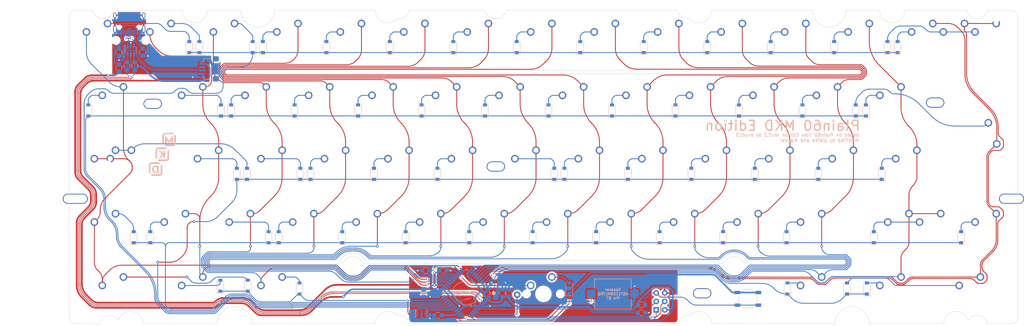
<source format=kicad_pcb>
(kicad_pcb (version 20210623) (generator pcbnew)
  (layers (0 "F.Cu" signal) (31 "B.Cu" signal) (34 "B.Paste" user) (35 "F.Paste" user) (36 "B.SilkS" user "B.Silkscreen") (37 "F.SilkS" user "F.Silkscreen") (38 "B.Mask" user) (39 "F.Mask" user) (44 "Edge.Cuts" user))
  (net 0 "")
  (net 1 "GND")
  (net 2 "VCC")
  (net 3 "row0")
  (net 4 "Net-(D1-Pad2)")
  (net 5 "Net-(D2-Pad2)")
  (net 6 "Net-(D3-Pad2)")
  (net 7 "Net-(D4-Pad2)")
  (net 8 "Net-(D5-Pad2)")
  (net 9 "Net-(D6-Pad2)")
  (net 10 "Net-(D7-Pad2)")
  (net 11 "Net-(D8-Pad2)")
  (net 12 "Net-(D9-Pad2)")
  (net 13 "Net-(D10-Pad2)")
  (net 14 "Net-(D11-Pad2)")
  (net 15 "Net-(D12-Pad2)")
  (net 16 "Net-(D13-Pad2)")
  (net 17 "Net-(D15-Pad2)")
  (net 18 "Net-(D16-Pad2)")
  (net 19 "row1")
  (net 20 "Net-(D17-Pad2)")
  (net 21 "Net-(D18-Pad2)")
  (net 22 "Net-(D19-Pad2)")
  (net 23 "Net-(D20-Pad2)")
  (net 24 "Net-(D21-Pad2)")
  (net 25 "Net-(D22-Pad2)")
  (net 26 "Net-(D23-Pad2)")
  (net 27 "Net-(D24-Pad2)")
  (net 28 "Net-(D25-Pad2)")
  (net 29 "Net-(D26-Pad2)")
  (net 30 "Net-(D27-Pad2)")
  (net 31 "Net-(D28-Pad2)")
  (net 32 "Net-(D29-Pad2)")
  (net 33 "row2")
  (net 34 "Net-(D31-Pad2)")
  (net 35 "Net-(D32-Pad2)")
  (net 36 "Net-(D33-Pad2)")
  (net 37 "Net-(D34-Pad2)")
  (net 38 "Net-(D35-Pad2)")
  (net 39 "Net-(D36-Pad2)")
  (net 40 "Net-(D37-Pad2)")
  (net 41 "Net-(D38-Pad2)")
  (net 42 "Net-(D39-Pad2)")
  (net 43 "Net-(D40-Pad2)")
  (net 44 "Net-(D41-Pad2)")
  (net 45 "Net-(D42-Pad2)")
  (net 46 "Net-(D44-Pad2)")
  (net 47 "row3")
  (net 48 "Net-(D46-Pad2)")
  (net 49 "Net-(D48-Pad2)")
  (net 50 "Net-(D49-Pad2)")
  (net 51 "Net-(D50-Pad2)")
  (net 52 "Net-(D51-Pad2)")
  (net 53 "Net-(D52-Pad2)")
  (net 54 "Net-(D53-Pad2)")
  (net 55 "Net-(D54-Pad2)")
  (net 56 "Net-(D55-Pad2)")
  (net 57 "Net-(D56-Pad2)")
  (net 58 "Net-(D57-Pad2)")
  (net 59 "Net-(D58-Pad2)")
  (net 60 "Net-(D59-Pad2)")
  (net 61 "Net-(D61-Pad2)")
  (net 62 "row4")
  (net 63 "Net-(D62-Pad2)")
  (net 64 "Net-(D63-Pad2)")
  (net 65 "Net-(D67-Pad2)")
  (net 66 "Net-(D72-Pad2)")
  (net 67 "Net-(D73-Pad2)")
  (net 68 "Net-(D74-Pad2)")
  (net 69 "Net-(J1-Pad4)")
  (net 70 "Net-(J1-Pad10)")
  (net 71 "col0")
  (net 72 "col1")
  (net 73 "col2")
  (net 74 "col3")
  (net 75 "col4")
  (net 76 "col5")
  (net 77 "col6")
  (net 78 "col7")
  (net 79 "col8")
  (net 80 "col9")
  (net 81 "col10")
  (net 82 "col11")
  (net 83 "col12")
  (net 84 "col13")
  (net 85 "col14")
  (net 86 "D-")
  (net 87 "D+")
  (net 88 "RST")
  (net 89 "Net-(R6-Pad2)")
  (net 90 "MISO")
  (net 91 "SCK")
  (net 92 "MOSI")
  (net 93 "Net-(H1-Pad1)")
  (net 94 "VBUS")
  (net 95 "Da+")
  (net 96 "Net-(R1-Pad2)")
  (net 97 "Da-")
  (net 98 "Net-(R2-Pad1)")
  (net 99 "Net-(U1-Pad16)")
  (net 100 "Net-(U1-Pad17)")
  (net 101 "Net-(LS1-Pad1)")
  (net 102 "Net-(C1-Pad1)")
  (net 103 "Net-(D14-Pad2)")
  (net 107 "Net-(D47-Pad2)")
  (footprint "Footprints:CHERRY_PLATE_100H" (layer "F.Cu") (at 76.2 28.575)
    (fp_text reference "K19" hide)
    (fp_text value "KEYSW" hide)
  )
  (footprint "Footprints:CHERRY_PLATE_100H" (layer "F.Cu") (at 95.25 28.575)
    (fp_text reference "K20" hide)
    (fp_text value "KEYSW" hide)
  )
  (footprint "Footprints:CHERRY_PLATE_100H" (layer "F.Cu") (at 152.4 28.575)
    (fp_text reference "K23" hide)
    (fp_text value "KEYSW" hide)
  )
  (footprint "Footprints:CHERRY_PLATE_100H" (layer "F.Cu") (at 171.45 28.575)
    (fp_text reference "K24" hide)
    (fp_text value "KEYSW" hide)
  )
  (footprint "Footprints:CHERRY_PLATE_100H" (layer "F.Cu") (at 133.35 28.575)
    (fp_text reference "K22" hide)
    (fp_text value "KEYSW" hide)
  )
  (footprint "Footprints:CHERRY_PLATE_100H" (layer "F.Cu") (at 114.3 28.575)
    (fp_text reference "K21" hide)
    (fp_text value "KEYSW" hide)
  )
  (footprint "Footprints:CHERRY_PLATE_150H" (layer "F.Cu") (at 14.2875 28.575)
    (fp_text reference "K16" hide)
    (fp_text value "KEYSW" hide)
  )
  (footprint "Footprints:CHERRY_PLATE_100H" (layer "F.Cu") (at 142.875 9.525)
    (fp_text reference "K8" hide)
    (fp_text value "KEYSW" hide)
  )
  (footprint "Footprints:CHERRY_PLATE_100H" (layer "F.Cu") (at 180.975 9.525)
    (fp_text reference "K10" hide)
    (fp_text value "KEYSW" hide)
  )
  (footprint "Footprints:CHERRY_PLATE_100H" (layer "F.Cu") (at 85.725 9.525)
    (fp_text reference "K5" hide)
    (fp_text value "KEYSW" hide)
  )
  (footprint "Footprints:CHERRY_PLATE_100H" (layer "F.Cu") (at 238.125 9.525)
    (fp_text reference "K13" hide)
    (fp_text value "KEYSW" hide)
  )
  (footprint "Footprints:CHERRY_PLATE_100H" (layer "F.Cu") (at 219.075 9.525)
    (fp_text reference "K12" hide)
    (fp_text value "KEYSW" hide)
  )
  (footprint "Footprints:CHERRY_PLATE_100H" (layer "F.Cu") (at 200.025 9.525)
    (fp_text reference "K11" hide)
    (fp_text value "KEYSW" hide)
  )
  (footprint "Footprints:CHERRY_PLATE_100H" (layer "F.Cu") (at 161.925 9.525)
    (fp_text reference "K9" hide)
    (fp_text value "KEYSW" hide)
  )
  (footprint "Footprints:CHERRY_PLATE_100H" (layer "F.Cu") (at 123.825 9.525)
    (fp_text reference "K7" hide)
    (fp_text value "KEYSW" hide)
  )
  (footprint "Footprints:CHERRY_PLATE_100H" (layer "F.Cu") (at 104.775 9.525)
    (fp_text reference "K6" hide)
    (fp_text value "KEYSW" hide)
  )
  (footprint "Footprints:CHERRY_PLATE_100H" (layer "F.Cu") (at 66.675 9.525)
    (fp_text reference "K4" hide)
    (fp_text value "KEYSW" hide)
  )
  (footprint "Footprints:CHERRY_PLATE_100H" (layer "F.Cu") (at 28.575 9.525)
    (fp_text reference "K2" hide)
    (fp_text value "KEYSW" hide)
  )
  (footprint "Footprints:CHERRY_PLATE_100H" (layer "F.Cu") (at 9.525 9.525)
    (fp_text reference "K1" hide)
    (fp_text value "KEYSW" hide)
  )
  (footprint "Footprints:CHERRY_PLATE_100H" (layer "F.Cu") (at 38.1 85.725)
    (fp_text reference "K62-1" hide)
    (fp_text value "KEYSW" hide)
  )
  (footprint "Footprints:CHERRY_PLATE_100H" (layer "F.Cu") (at 147.6375 66.675)
    (fp_text reference "K53" hide)
    (fp_text value "KEYSW" hide)
  )
  (footprint "Footprints:CHERRY_PLATE_100H" (layer "F.Cu") (at 223.8375 66.675)
    (fp_text reference "K57" hide)
    (fp_text value "KEYSW" hide)
  )
  (footprint "Footprints:CHERRY_PLATE_100H" (layer "F.Cu") (at 166.6875 66.675)
    (fp_text reference "K54" hide)
    (fp_text value "KEYSW" hide)
  )
  (footprint "Footprints:CHERRY_PLATE_100H" (layer "F.Cu") (at 128.5875 66.675)
    (fp_text reference "K52" hide)
    (fp_text value "KEYSW" hide)
  )
  (footprint "Footprints:CHERRY_PLATE_100H" (layer "F.Cu") (at 185.7375 66.675)
    (fp_text reference "K55" hide)
    (fp_text value "KEYSW" hide)
  )
  (footprint "Footprints:CHERRY_PLATE_150H" (layer "F.Cu") (at 14.2875 85.725)
    (fp_text reference "K61-1" hide)
    (fp_text value "KEYSW" hide)
  )
  (footprint "Footprints:CHERRY_PLATE_100H" (layer "F.Cu") (at 247.65 28.575)
    (fp_text reference "K28" hide)
    (fp_text value "KEYSW" hide)
  )
  (footprint "Footprints:CHERRY_PLATE_100H" (layer "F.Cu") (at 52.3875 66.675)
    (fp_text reference "K48" hide)
    (fp_text value "KEYSW" hide)
  )
  (footprint "Footprints:CHERRY_PLATE_100H" (layer "F.Cu") (at 190.5 28.575)
    (fp_text reference "K25" hide)
    (fp_text value "KEYSW" hide)
  )
  (footprint "Footprints:CHERRY_PLATE_100H" (layer "F.Cu") (at 119.0625 47.625)
    (fp_text reference "K36" hide)
    (fp_text value "KEYSW" hide)
  )
  (footprint "Footprints:CHERRY_PLATE_100H" (layer "F.Cu") (at 61.9125 47.625)
    (fp_text reference "K33" hide)
    (fp_text value "KEYSW" hide)
  )
  (footprint "Footprints:CHERRY_PLATE_100H" (layer "F.Cu") (at 252.4125 47.625)
    (fp_text reference "K44" hide)
    (fp_text value "KEYSW" hide)
  )
  (footprint "Footprints:CHERRY_PLATE_100H" (layer "F.Cu") (at 276.225 66.675)
    (fp_text reference "K59" hide)
    (fp_text value "KEYSW" hide)
  )
  (footprint "Footprints:CHERRY_PLATE_100H" (layer "F.Cu") (at 176.2125 47.625)
    (fp_text reference "K39" hide)
    (fp_text value "KEYSW" hide)
  )
  (footprint "Footprints:CHERRY_PCB_200H_ISO-EnterW" (layer "F.Cu") (at 276.383787 33.020061)
    (fp_text reference "K29" hide)
    (fp_text value "KEYSW" hide)
  )
  (footprint "Footprints:CHERRY_PLATE_100H" (layer "F.Cu") (at 228.6 28.575)
    (fp_text reference "K27" hide)
    (fp_text value "KEYSW" hide)
  )
  (footprint "Footprints:CHERRY_PLATE_150H" (layer "F.Cu") (at 61.9125 85.725)
    (fp_text reference "K63-1" hide)
    (fp_text value "KEYSW" hide)
  )
  (footprint "Footprints:CHERRY_PLATE_100H" (layer "F.Cu") (at 80.9625 47.625)
    (fp_text reference "K34" hide)
    (fp_text value "KEYSW" hide)
  )
  (footprint "Footprints:CHERRY_PLATE_100H" (layer "F.Cu") (at 157.1625 47.625)
    (fp_text reference "K38" hide)
    (fp_text value "KEYSW" hide)
  )
  (footprint "Footprints:CHERRY_PLATE_100H" (layer "F.Cu") (at 100.0125 47.625)
    (fp_text reference "K35" hide)
    (fp_text value "KEYSW" hide)
  )
  (footprint "Footprints:CHERRY_PLATE_100H" (layer "F.Cu") (at 42.8625 47.625)
    (fp_text reference "K32" hide)
    (fp_text value "KEYSW" hide)
  )
  (footprint "Footprints:CHERRY_PLATE_100H" (layer "F.Cu") (at 195.2625 47.625)
    (fp_text reference "K40" hide)
    (fp_text value "KEYSW" hide)
  )
  (footprint "Footprints:CHERRY_PLATE_125H" (layer "F.Cu") (at 11.906277 66.674925)
    (fp_text reference "K46" hide)
    (fp_text value "KEYSW" hide)
  )
  (footprint "Footprints:CHERRY_PLATE_100H" (layer "F.Cu") (at 233.3625 47.625)
    (fp_text reference "K42" hide)
    (fp_text value "KEYSW" hide)
  )
  (footprint "Footprints:CHERRY_PLATE_100H" (layer "F.Cu") (at 214.3125 47.625)
    (fp_text reference "K41" hide)
    (fp_text value "KEYSW" hide)
  )
  (footprint "Footprints:CHERRY_PLATE_100H" (layer "F.Cu") (at 209.55 28.575)
    (fp_text reference "K26" hide)
    (fp_text value "KEYSW" hide)
  )
  (footprint "Footprints:CHERRY_PLATE_100H" (layer "F.Cu") (at 138.1125 47.625)
    (fp_text reference "K37" hide)
    (fp_text value "KEYSW" hide)
  )
  (footprint "Footprints:CHERRY_PLATE_175H" (layer "F.Cu") (at 16.66875 47.625)
    (fp_text reference "K31" hide)
    (fp_text value "KEYSW" hide)
  )
  (footprint "Footprints:CHERRY_PLATE_100H" (layer "F.Cu") (at 109.5375 66.675)
    (fp_text reference "K51" hide)
    (fp_text value "KEYSW" hide)
  )
  (footprint "Footprints:CHERRY_PLATE_100H" (layer "F.Cu") (at 247.65 85.725)
    (fp_text reference "K73-1" hide)
    (fp_text value "KEYSW" hide)
  )
  (footprint "Footprints:CHERRY_PLATE_100H" (layer "F.Cu") (at 71.4375 66.675)
    (fp_text reference "K49" hide)
    (fp_text value "KEYSW" hide)
  )
  (footprint "Footprints:CHERRY_PLATE_150H" (layer "F.Cu") (at 223.8375 85.725)
    (fp_text reference "K72-1" hide)
    (fp_text value "KEYSW" hide)
  )
  (footprint "Footprints:CHERRY_PLATE_150H" (layer "F.Cu") (at 271.462728 85.725072)
    (fp_text reference "K74-1" hide)
    (fp_text value "KEYSW" hide)
  )
  (footprint "Footprints:10x5_7x2.5mm" (layer "F.Cu") (at -19.968811 51.969125)
    (fp_text reference "S4" hide)
    (fp_text value "Screw" hide)
  )
  (footprint "Footprints:10x5_7x2.5mm" (layer "F.Cu") (at -10.858811 37.999125)
    (fp_text reference "S5" hide)
    (fp_text value "Screw" hide)
  )
  (footprint "Footprints:CHERRY_PLATE_100H" (layer "F.Cu") (at 38.1 28.575)
    (fp_text reference "K17" hide)
    (fp_text value "KEYSW" hide)
  )
  (footprint "Footprints:CHERRY_PLATE_100H" (layer "F.Cu") (at 276.224977 9.525061)
    (fp_text reference "K15" hide)
    (fp_text value "KEYSW" hide)
  )
  (footprint "Footprints:CHERRY_PLATE_100H" (layer "F.Cu") (at 32.8875 66.675)
    (fp_text reference "K47" hide)
    (fp_text value "KEYSW" hide)
  )
  (footprint "Footprints:5.5_5x2.5mm" (layer "F.Cu") (at -6.608811 44.249125)
    (fp_text reference "S6" hide)
    (fp_text value "Screw" hide)
  )
  (footprint "Footprints:CHERRY_PLATE_100H" (layer "F.Cu") (at 90.4875 66.675)
    (fp_text reference "K50" hide)
    (fp_text value "KEYSW" hide)
  )
  (footprint "Footprints:CHERRY_PLATE_125H" (layer "F.Cu") (at 11.906277 47.624925)
    (fp_text reference "K31-1" hide)
    (fp_text value "KEYSW" hide)
  )
  (footprint "Footprints:5.5_5x2.5mm" (layer "F.Cu") (at -11.218811 50.749125)
    (fp_text reference "S1" hide)
    (fp_text value "Screw" hide)
  )
  (footprint "Footprints:CHERRY_PLATE_100H" (layer "F.Cu") (at 257.174977 9.525061)
    (fp_text reference "K14" hide)
    (fp_text value "KEYSW" hide)
  )
  (footprint "Footprints:CHERRY_PLATE_175H" (layer "F.Cu") (at 250.031287 66.675061)
    (fp_text reference "K58-1" hide)
    (fp_text value "KEYSW" hide)
  )
  (footprint "Footprints:CHERRY_PCB_200H" (layer "F.Cu") (at 266.700087 9.524961)
    (fp_text reference "K15-1" hide)
    (fp_text value "KEYSW" hide)
  )
  (footprint "Footprints:CHERRY_PLATE_100H" (layer "F.Cu") (at 204.7875 66.675)
    (fp_text reference "K56" hide)
    (fp_text value "KEYSW" hide)
  )
  (footprint "Footprints:5.5_5x2.5mm" (layer "F.Cu") (at 128.587608 47.42504)
    (fp_text reference "S3" hide)
    (fp_text value "Screw")
  )
  (footprint "Footprints:CHERRY_PLATE_100H" (layer "F.Cu") (at 57.15 28.575)
    (fp_text reference "K18" hide)
    (fp_text value "KEYSW" hide)
  )
  (footprint "Footprints:5.5_5x2.5mm" (layer "F.Cu") (at -13.108811 44.249125)
    (fp_text reference "S2" hide)
    (fp_text value "Screw" hide)
  )
  (footprint "Footprints:CHERRY_PCB_275H" (layer "F.Cu") (at 259.556347 66.675011)
    (fp_text reference "K58" hide)
    (fp_text value "KEYSW" hide)
  )
  (footprint "Footprints:CHERRY_PCB_700H_F" (layer "F.Cu") (at 142.875 85.725)
    (fp_text reference "K67-1" hide)
    (fp_text value "KEYSW" hide)
  )
  (footprint "Footprints:CHERRY_PLATE_100H" (layer "F.Cu") (at 47.625 9.525)
    (fp_text reference "K3" hide)
    (fp_text value "KEYSW" hide)
  )
  (footprint "Footprints:D_SOD-123" (layer "B.Cu") (at 239.932417 84.075561 90)
    (fp_text reference "D73" hide)
    (fp_text value "D")
  )
  (footprint "Footprints:D_SOD-123" (layer "B.Cu") (at 216.098619 84.075561 90)
    (fp_text reference "D72" hide)
    (fp_text value "D")
  )
  (footprint "Footprints:D_SOD-123" (layer "B.Cu") (at 150.614189 84.075561 90)
    (fp_text reference "D67" hide)
    (fp_text value "D")
  )
  (footprint "Footprints:D_SOD-123" (layer "B.Cu") (at 69.679287 84.075561 90)
    (fp_text reference "D63" hide)
    (fp_text value "D")
  )
  (footprint "Footprints:D_SOD-123" (layer "B.Cu") (at 268.225 68.675 90)
    (fp_text reference "D59" hide)
    (fp_text value "D")
  )
  (footprint "Footprints:D_SOD-123" (layer "B.Cu") (at 242.03146 68.675056 90)
    (fp_text reference "D58" hide)
    (fp_text value "D")
  )
  (footprint "Footprints:D_SOD-123" (layer "B.Cu") (at 215.8375 68.675 90)
    (fp_text reference "D57" hide)
    (fp_text value "D")
  )
  (footprint "Footprints:D_SOD-123" (layer "B.Cu") (at 196.7875 68.675 90)
    (fp_text reference "D56" hide)
    (fp_text value "D")
  )
  (footprint "Footprints:D_SOD-123" (layer "B.Cu") (at 139.6375 68.675 90)
    (fp_text reference "D53" hide)
    (fp_text value "D")
  )
  (footprint "Footprints:D_SOD-123" (layer "B.Cu") (at 101.5375 68.675 90)
    (fp_text reference "D51" hide)
    (fp_text value "D")
  )
  (footprint "Footprints:D_SOD-123" (layer "B.Cu") (at 82.4875 68.675 90)
    (fp_text reference "D50" hide)
    (fp_text value "D")
  )
  (footprint "Footprints:D_SOD-123" (layer "B.Cu") (at 220.6 30.575 90)
    (fp_text reference "D27" hide)
    (fp_text value "D")
  )
  (footprint "Footprints:D_SOD-123" (layer "B.Cu") (at 225.3625 49.625 90)
    (fp_text reference "D42" hide)
    (fp_text value "D")
  )
  (footprint "Footprints:D_SOD-123" (layer "B.Cu") (at 49.15 30.575 90)
    (fp_text reference "D18" hide)
    (fp_text value "D")
  )
  (footprint "Footprints:D_SOD-123" (layer "B.Cu") (at 182.5 30.575 90)
    (fp_text reference "D25" hide)
    (fp_text value "D")
  )
  (footprint "Footprints:D_SOD-123" (layer "B.Cu") (at 206.3125 49.625 90)
    (fp_text reference "D41" hide)
    (fp_text value "D")
  )
  (footprint "Footprints:D_SOD-123" (layer "B.Cu") (at 111.0625 49.625 90)
    (fp_text reference "D36" hide)
    (fp_text value "D")
  )
  (footprint "Footprints:D_SOD-123" (layer "B.Cu") (at 53.9125 49.625 90)
    (fp_text reference "D31" hide)
    (fp_text value "D")
  )
  (footprint "Footprints:D_SOD-123" (layer "B.Cu") (at 187.2625 49.625 90)
    (fp_text reference "D40" hide)
    (fp_text value "D")
  )
  (footprint "Footprints:D_SOD-123" (layer "B.Cu") (at 146.1125 49.625 90)
    (fp_text reference "D37" hide)
    (fp_text value "D")
  )
  (footprint "Footprints:D_SOD-123" (layer "B.Cu") (at 50.8625 49.625 90)
    (fp_text reference "D32" hide)
    (fp_text value "D")
  )
  (footprint "Footprints:D_SOD-123" (layer "B.Cu") (at 72.9625 49.625 90)
    (fp_text reference "D34" hide)
    (fp_text value "D")
  )
  (footprint "Footprints:D_SOD-123" (layer "B.Cu") (at 106.3 30.575 90)
    (fp_text reference "D21" hide)
    (fp_text value "D")
  )
  (footprint "Footprints:D_SOD-123" (layer "B.Cu") (at 201.55 30.575 90)
    (fp_text reference "D26" hide)
    (fp_text value "D")
  )
  (footprint "Footprints:D_SOD-123" (layer "B.Cu") (at 125.35 30.575 90)
    (fp_text reference "D22" hide)
    (fp_text value "D")
  )
  (footprint "Footprints:D_SOD-123" (layer "B.Cu") (at 163.45 30.575 90)
    (fp_text reference "D24" hide)
    (fp_text value "D")
  )
  (footprint "Footprints:D_SOD-123" (layer "B.Cu") (at 149.1625 49.625 90)
    (fp_text reference "D38" hide)
    (fp_text value "D")
  )
  (footprint "Footprints:D_SOD-123" (layer "B.Cu") (at 92.0125 49.625 90)
    (fp_text reference "D35" hide)
    (fp_text value "D")
  )
  (footprint "Footprints:D_SOD-123" (layer "B.Cu") (at 60.3875 68.675 90)
    (fp_text reference "D48" hide)
    (fp_text value "D")
  )
  (footprint "Footprints:D_SOD-123" (layer "B.Cu") (at 158.6875 68.675 90)
    (fp_text reference "D54" hide)
    (fp_text value "D")
  )
  (footprint "Footprints:D_SOD-123" (layer "B.Cu") (at 244.4125 49.625 90)
    (fp_text reference "D44" hide)
    (fp_text value "D")
  )
  (footprint "Footprints:D_SOD-123" (layer "B.Cu") (at 45.904299 83.250061 90)
    (fp_text reference "D62" hide)
    (fp_text value "D")
  )
  (footprint "Footprints:D_SOD-123" (layer "B.Cu") (at 168.2125 49.625 90)
    (fp_text reference "D39" hide)
    (fp_text value "D")
  )
  (footprint "Footprints:D_SOD-123" (layer "B.Cu") (at 87.25 30.575 90)
    (fp_text reference "D20" hide)
    (fp_text value "D")
  )
  (footprint "Footprints:D_SOD-123" (layer "B.Cu") (at 239.65 30.575 90)
    (fp_text reference "D28" hide)
    (fp_text value "D")
  )
  (footprint "Footprints:D_SOD-123" (layer "B.Cu") (at 69.9125 49.625 90)
    (fp_text reference "D33" hide)
    (fp_text value "D")
  )
  (footprint "Footprints:D_SOD-123" (layer "B.Cu") (at 144.4 30.575 90)
    (fp_text reference "D23" hide)
    (fp_text value "D")
  )
  (footprint "Footprints:D_SOD-123" (layer "B.Cu") (at 177.7375 68.675 90)
    (fp_text reference "D55" hide)
    (fp_text value "D")
  )
  (footprint "Footprints:D_SOD-123" (layer "B.Cu") (at 120.5875 68.675 90)
    (fp_text reference "D52" hide)
    (fp_text value "D")
  )
  (footprint "Footprints:D_SOD-123" (layer "B.Cu") (at 68.2 30.575 90)
    (fp_text reference "D19" hide)
    (fp_text value "D")
  )
  (footprint "Footprints:ATMEGA32U4" (layer "B.Cu") (at 119.717085 85.482325 135)
    (fp_text reference "U1" hide)
    (fp_text value "ATmega32U4")
  )
  (footprint "Footprints:Resonator_SMD_muRata_CSTNExxV-3Pin-p1.2" (layer "B.Cu") (at 106.279287 91.600061)
    (fp_text reference "X1" hide)
    (fp_text value "XTAL_GND")
  )
  (footprint "Footprints:SW_SPST_TL3342" (layer "B.Cu") (at 204.229287 87.200061 180)
    (fp_text reference "SW1" hide)
    (fp_text value "SW_PUSH" hide)
  )
  (footprint "Footprints:R_0805" (layer "B.Cu") (at 107.579287 78.700061)
    (fp_text reference "R6" hide)
    (fp_text value "10k" hide)
  )
  (footprint "Footprints:D_SOD-123" (layer "B.Cu") (at 172.975 11.525 90)
    (fp_text reference "D10" hide)
    (fp_text value "D")
  )
  (footprint "Footprints:D_SOD-123" (layer "B.Cu") (at 153.925 11.525 90)
    (fp_text reference "D9" hide)
    (fp_text value "D")
  )
  (footprint "Footprints:D_SOD-123" (layer "B.Cu") (at 230.125 11.525 90)
    (fp_text reference "D13" hide)
    (fp_text value "D")
  )
  (footprint "Footprints:D_SOD-123" (layer "B.Cu") (at 192.025 11.525 90)
    (fp_text reference "D11" hide)
    (fp_text value "D")
  )
  (footprint "Footprints:D_SOD-123" (layer "B.Cu") (at 246.125 11.525 90)
    (fp_text reference "D15" hide)
    (fp_text value "D")
  )
  (footprint "Footprints:D_SOD-123" (layer "B.Cu") (at 46.1 30.575 90)
    (fp_text reference "D17" hide)
    (fp_text value "D")
  )
  (footprint "Footprints:D_SOD-123" (layer "B.Cu") (at 6.2875 30.575 90)
    (fp_text reference "D16" hide)
    (fp_text value "D")
  )
  (footprint "Footprints:D_SOD-123" (layer "B.Cu") (at 211.075 11.525 90)
    (fp_text reference "D12" hide)
    (fp_text value "D")
  )
  (footprint "Footprints:D_SOD-123" (layer "B.Cu") (at 115.825 11.525 90)
    (fp_text reference "D7" hide)
    (fp_text value "D")
  )
  (footprint "Footprints:D_SOD-123" (layer "B.Cu") (at 55.625 11.525 90)
    (fp_text reference "D3" hide)
    (fp_text value "D")
  )
  (footprint "Footprints:D_SOD-123" (layer "B.Cu") (at 77.725 11.525 90)
    (fp_text reference "D5" hide)
    (fp_text value "D")
  )
  (footprint "Footprints:D_SOD-123" (layer "B.Cu") (at 134.875 11.525 90)
    (fp_text reference "D8" hide)
    (fp_text value "D")
  )
  (footprint "Footprints:D_SOD-123" (layer "B.Cu") (at 96.775 11.525 90)
    (fp_text reference "D6" hide)
    (fp_text value "D")
  )
  (footprint "Footprints:D_SOD-123" (layer "B.Cu") (at 58.675 11.525 90)
    (fp_text reference "D4" hide)
    (fp_text value "D")
  )
  (footprint "Footprints:free_pin" (layer "B.Cu") (at 134.979287 85.950061)
    (fp_text reference "H1" hide)
    (fp_text value "B0")
  )
  (footprint "Footprints:D_SOD-123" (layer "B.Cu") (at 233.979287 84.075561 90)
    (fp_text reference "D74" hide)
    (fp_text value "D")
  )
  (footprint "Footprints:R_0805" (layer "B.Cu") (at 17.85939 17.264077 90)
    (fp_text reference "R1" hide)
    (fp_text value "22" hide)
  )
  (footprint "Footprints:HRO-TYPE-C-31-M-12" (layer "B.Cu") (at 18.568 -0.62)
    (fp_text reference "J1")
    (fp_text value "HRO-TYPE-C-31-M-12")
  )
  (footprint "Footprints:D_SOD-123" (layer "B.Cu") (at 63.4375 68.675 90)
    (fp_text reference "D49" hide)
    (fp_text value "D")
  )
  (footprint "Footprints:C_0805" (layer "B.Cu") (at 111.229287 92.150061)
    (fp_text reference "C4")
    (fp_text value "0.1u" hide)
  )
  (footprint "Footprints:C_0805" (layer "B.Cu") (at 130.529287 85.500061 -90)
    (fp_text reference "C5")
    (fp_text value "0.1u" hide)
  )
  (footprint "Footprints:D_SOD-123" (layer "B.Cu") (at 19.906277 68.674925 90)
    (fp_text reference "D46" hide)
    (fp_text value "D")
  )
  (footprint "Footprints:D_SOD-123" (layer "B.Cu") (at 236.6 30.575 90)
    (fp_text reference "D29" hide)
    (fp_text value "D")
  )
  (footprint "Footprints:R_0805" (layer "B.Cu") (at 15.478138 17.85939 90)
    (fp_text reference "F1" hide)
    (fp_text value "Polyfuse" hide)
  )
  (footprint "Footprints:D_SOD-123" (layer "B.Cu") (at 36.575 11.525 90)
    (fp_text reference "D1" hide)
    (fp_text value "D")
  )
  (footprint "Footprints:R_0805" (layer "B.Cu") (at 20.240642 17.264077 -90)
    (fp_text reference "R2" hide)
    (fp_text value "22" hide)
  )
  (footprint "Footprints:C_0805" (layer "B.Cu") (at 172.289287 91.371313)
    (fp_text reference "C1")
    (fp_text value "1u" hide)
  )
  (footprint "Footprints:C_0805" (layer "B.Cu") (at 106.929287 85.450061 90)
    (fp_text reference "C2")
    (fp_text value "0.1u" hide)
  )
  (footprint "Footprints:R_0805" (layer "B.Cu") (at 172.289287 88.990061 180)
    (fp_text reference "R5" hide)
    (fp_text value "10k" hide)
  )
  (footprint "Footprints:R_0805" (layer "B.Cu") (at 22.621894 13.096886 -90)
    (fp_text reference "R4" hide)
    (fp_text value "5.1k" hide)
  )
  (footprint "Footprints:D_SOD-123" (layer "B.Cu") (at 39.625 11.525 90)
    (fp_text reference "D2" hide)
    (fp_text value "D")
  )
  (footprint "Footprints:D_SOD-123" (layer "B.Cu") (at 54.128819 83.250061 90)
    (fp_text reference "D61" hide)
    (fp_text value "D")
  )
  (footprint "Footprints:USBLC6-2SC6" (layer "B.Cu") (at 19.050016 12.501573)
    (fp_text reference "U2" hide)
    (fp_text value "USBLC6-2SC6")
  )
  (footprint "Footprints:isp_standard" (layer "B.Cu") (at 177.999287 87.970061)
    (fp_text reference "J2" hide)
    (fp_text value "ISP" hide)
  )
  (footprint "Footprints:R_0805" (layer "B.Cu") (at 15.478138 13.096886 90)
    (fp_text reference "R3" hide)
    (fp_text value "5.1k" hide)
  )
  (footprint "Footprints:JST_SH_SM04B-SRSS-TB_1x04-1MP_P1.00mm_Horizontal" (layer "B.Cu") (at 42.681287 18.066061 -90)
    (fp_text reference "J3" hide)
    (fp_text value "ai03_ud" hide)
  )
  (footprint "Footprints:speaker_AST1109MLTRQ" (layer "B.Cu") (at 163.711075 85.725072)
    (fp_text reference "LS1" hide)
    (fp_text value "Speaker")
  )
  (footprint "Footprints:C_0805" (layer "B.Cu") (at 132.529287 85.500061 -90)
    (fp_text reference "C6")
    (fp_text value "4.7u" hide)
  )
  (footprint "Footprints:C_0805" (layer "B.Cu") (at 112.729287 78.700061 180)
    (fp_text reference "C3")
    (fp_text value "0.1u" hide)
  )
  (footprint "Footprints:Ahh" (layer "B.Cu") (at 119.516287 85.757061 180)
    (fp_text reference "G***")
    (fp_text value "LOGO" hide)
  )
  (footprint "Footprints:D_SOD-123" (layer "B.Cu") (at 24.8875 68.675 90)
    (fp_text reference "D47" hide)
    (fp_text value "D")
  )
  (footprint "Footprints:D_SOD-123" (layer "B.Cu") (at 249.174977 11.525061 90)
    (fp_text reference "D14" hide)
    (fp_text value "D")
  )
  (footprint "Footprints:mkd-1u" (layer "B.Cu") (at 28.6004 45.466 180)
    (fp_text reference "G2" hide)
    (fp_text value "LOGO" hide)
  )
  (gr_arc (start 128.573851 -0.209855) (end 131.658024 0.771296) (angle 144.7286487) (layer "Edge.Cuts") (width 0.1))
  (gr_arc (start 90.115786 74.200067) (end 88.105632 75.686426) (angle -53.51983159) (layer "Edge.Cuts") (width 0.1))
  (gr_arc (start 186.273729 -0.212711) (end 183.189287 0.770061) (angle -77.74310777) (layer "Edge.Cuts") (width 0.1))
  (gr_line (start 182.940498 94.726245) (end 102.808025 94.723773) (layer "Edge.Cuts") (width 0.1))
  (gr_arc (start 247.575819 0.525135) (end 251.318024 0.771296) (angle 172.4919566) (layer "Edge.Cuts") (width 0.1))
  (gr_arc (start 283.225008 92.725008) (end 283.225008 94.725008) (angle -90) (layer "Edge.Cuts") (width 0.1))
  (gr_line (start 223.383534 0.525008) (end 193.556815 0.525008) (layer "Edge.Cuts") (width 0.1))
  (gr_arc (start 243.586007 0.772533) (end 243.833534 0.770061) (angle -90) (layer "Edge.Cuts") (width 0.1))
  (gr_arc (start 189.575796 94.725984) (end 193.319287 94.480061) (angle -132.0028576) (layer "Edge.Cuts") (width 0.1))
  (gr_line (start 9.344234 94.725008) (end 2.525007 94.725008) (layer "Edge.Cuts") (width 0.1))
  (gr_arc (start 232.862718 76.2) (end 232.862718 75.7) (angle 180) (layer "Edge.Cuts") (width 0.1))
  (gr_arc (start 204.479288 74.200066) (end 202.469132 75.686428) (angle -53.519788) (layer "Edge.Cuts") (width 0.1))
  (gr_line (start 42.156815 0.525006) (end 51.883534 0.525008) (layer "Edge.Cuts") (width 0.1))
  (gr_arc (start 43.363195 76.200064) (end 43.363195 76.700064) (angle 180) (layer "Edge.Cuts") (width 0.1))
  (gr_arc (start 186.656206 92.012034) (end 186.548026 92.238718) (angle -92.87248594) (layer "Edge.Cuts") (width 0.1))
  (gr_arc (start 81.206945 74.200061) (end 83.217099 75.686425) (angle 53.51973945) (layer "Edge.Cuts") (width 0.1))
  (gr_line (start 251.563079 0.523771) (end 269.739287 0.525008) (layer "Edge.Cuts") (width 0.1))
  (gr_arc (start 96.176378 94.722497) (end 98.868026 92.118718) (angle -132.2389007) (layer "Edge.Cuts") (width 0.1))
  (gr_arc (start 99.091107 3.236745) (end 99.199287 3.010061) (angle -92.87248594) (layer "Edge.Cuts") (width 0.1))
  (gr_line (start 48.126422 19.550136) (end 237.625192 19.550136) (layer "Edge.Cuts") (width 0.1))
  (gr_arc (start 283.225008 2.525007) (end 285.225008 2.525007) (angle -90) (layer "Edge.Cuts") (width 0.1))
  (gr_arc (start 42.159307 0.775064) (end 42.156815 0.525006) (angle -90.57401103) (layer "Edge.Cuts") (width 0.1))
  (gr_line (start 102.806815 0.522534) (end 125.239288 0.525006) (layer "Edge.Cuts") (width 0.1))
  (gr_line (start 22.96504 94.723771) (end 44.784234 94.725008) (layer "Edge.Cuts") (width 0.1))
  (gr_arc (start 15.333001 93.435206) (end 15.219287 93.460061) (angle -170.2038631) (layer "Edge.Cuts") (width 0.1))
  (gr_arc (start 34.19176 0.772533) (end 34.439287 0.770061) (angle -90) (layer "Edge.Cuts") (width 0.1))
  (gr_line (start 283.225008 94.725008) (end 276.41504 94.723771) (layer "Edge.Cuts") (width 0.1))
  (gr_arc (start 251.564314 0.770061) (end 251.563079 0.523771) (angle -90) (layer "Edge.Cuts") (width 0.1))
  (gr_arc (start 99.47954 -0.214048) (end 99.199287 3.010061) (angle -77.21866656) (layer "Edge.Cuts") (width 0.1))
  (gr_arc (start 189.573464 0.526869) (end 193.31176 0.772533) (angle 132.2241725) (layer "Edge.Cuts") (width 0.1))
  (gr_arc (start 48.126422 19.050136) (end 48.126422 19.550136) (angle 180) (layer "Edge.Cuts") (width 0.1))
  (gr_arc (start 182.94176 0.772533) (end 183.189287 0.770061) (angle -90) (layer "Edge.Cuts") (width 0.1))
  (gr_arc (start 195.687706 74.198761) (end 195.687706 75.698761) (angle -53.443993) (layer "Edge.Cuts") (width 0.1))
  (gr_arc (start 276.412609 94.48046) (end 276.169287 94.480061) (angle -90.66639555) (layer "Edge.Cuts") (width 0.1))
  (gr_arc (start 276.404314 0.770061) (end 276.403079 0.523771) (angle -90) (layer "Edge.Cuts") (width 0.1))
  (gr_arc (start 81.206945 74.200062) (end 82.413037 75.09188) (angle 53.51973945) (layer "Edge.Cuts") (width 0.1))
  (gr_line (start 230.034234 94.722965) (end 193.568026 94.72377) (layer "Edge.Cuts") (width 0.1))
  (gr_arc (start 2.525008 2.525008) (end 2.525008 0.525008) (angle -90) (layer "Edge.Cuts") (width 0.1))
  (gr_arc (start 270.404002 93.434312) (end 270.289287 93.430061) (angle -158.6360744) (layer "Edge.Cuts") (width 0.1))
  (gr_arc (start 99.473284 95.461944) (end 102.558026 94.478718) (angle -77.73102238) (layer "Edge.Cuts") (width 0.1))
  (gr_arc (start 193.55805 0.771298) (end 193.556815 0.525008) (angle -90) (layer "Edge.Cuts") (width 0.1))
  (gr_arc (start 237.625192 19.050136) (end 237.625192 18.550008) (angle 180) (layer "Edge.Cuts") (width 0.1))
  (gr_arc (start 266.770736 94.725652) (end 270.289287 93.430061) (angle -156.0298829) (layer "Edge.Cuts") (width 0.1))
  (gr_arc (start 186.676856 3.201137) (end 186.879287 3.130061) (angle -97.70338898) (layer "Edge.Cuts") (width 0.1))
  (gr_arc (start 193.565565 94.477491) (end 193.319287 94.480061) (angle -89.9746395) (layer "Edge.Cuts") (width 0.1))
  (gr_line (start 237.625192 18.550008) (end 48.126422 18.550136) (layer "Edge.Cuts") (width 0.1))
  (gr_arc (start 200.108058 77.467294) (end 200.059287 73.470061) (angle -52.84910294) (layer "Edge.Cuts") (width 0.1))
  (gr_arc (start 240.966814 94.476246) (end 240.719287 94.478718) (angle -90) (layer "Edge.Cuts") (width 0.1))
  (gr_arc (start 51.886007 0.772533) (end 52.133534 0.770061) (angle -90) (layer "Edge.Cuts") (width 0.1))
  (gr_arc (start 125.24176 0.772533) (end 125.489287 0.770061) (angle -90) (layer "Edge.Cuts") (width 0.1))
  (gr_arc (start 12.674007 95.46129) (end 15.219287 93.460061) (angle -124.1347572) (layer "Edge.Cuts") (width 0.1))
  (gr_arc (start 50.249224 94.736018) (end 55.469287 94.480061) (angle -174.3573952) (layer "Edge.Cuts") (width 0.1))
  (gr_arc (start 273.073851 -0.209892) (end 276.158024 0.771296) (angle 144.7274003) (layer "Edge.Cuts") (width 0.1))
  (gr_line (start 0.525008 2.525008) (end 0.525008 92.725008) (layer "Edge.Cuts") (width 0.1))
  (gr_arc (start 22.962609 94.48046) (end 22.719287 94.480061) (angle -90.66639555) (layer "Edge.Cuts") (width 0.1))
  (gr_arc (start 223.386007 0.772533) (end 223.633534 0.770061) (angle -90) (layer "Edge.Cuts") (width 0.1))
  (gr_line (start 285.225008 92.725008) (end 285.225008 2.525007) (layer "Edge.Cuts") (width 0.1))
  (gr_arc (start 102.805553 94.476246) (end 102.558026 94.478718) (angle -90) (layer "Edge.Cuts") (width 0.1))
  (gr_arc (start 18.97303 94.725381) (end 22.719287 94.480061) (angle -156.0700766) (layer "Edge.Cuts") (width 0.1))
  (gr_arc (start 182.937986 94.474903) (end 182.940498 94.726245) (angle -88.25154349) (layer "Edge.Cuts") (width 0.1))
  (gr_line (start 14.009287 0.525006) (end 34.189287 0.525008) (layer "Edge.Cuts") (width 0.1))
  (gr_line (start 92.190498 94.723771) (end 55.71504 94.72377) (layer "Edge.Cuts") (width 0.1))
  (gr_arc (start 269.74176 0.772533) (end 269.989287 0.770061) (angle -90) (layer "Edge.Cuts") (width 0.1))
  (gr_arc (start 228.628295 0.524954) (end 223.633534 0.770061) (angle -174.3670106) (layer "Edge.Cuts") (width 0.1))
  (gr_arc (start 57.126177 0.525024) (end 52.133534 0.770061) (angle -174.3143885) (layer "Edge.Cuts") (width 0.1))
  (gr_arc (start 85.661365 77.493736) (end 88.105632 75.686426) (angle -107.0409557) (layer "Edge.Cuts") (width 0.1))
  (gr_arc (start 96.171902 0.523597) (end 98.859287 3.140061) (angle 131.9984092) (layer "Edge.Cuts") (width 0.1))
  (gr_arc (start 200.056937 77.47007) (end 200.059287 74.470061) (angle 53.47489867) (layer "Edge.Cuts") (width 0.1))
  (gr_arc (start 55.712609 94.48046) (end 55.469287 94.480061) (angle -90.66639555) (layer "Edge.Cuts") (width 0.1))
  (gr_arc (start 38.174621 0.525226) (end 34.439287 0.770061) (angle -172.3463459) (layer "Edge.Cuts") (width 0.1))
  (gr_arc (start 204.479287 74.200061) (end 203.273198 75.091881) (angle -53.51960989) (layer "Edge.Cuts") (width 0.1))
  (gr_arc (start 233.869287 0.770061) (end 233.868052 0.523771) (angle -90) (layer "Edge.Cuts") (width 0.1))
  (gr_arc (start 99.070457 92.047642) (end 98.868026 92.118718) (angle -97.70338898) (layer "Edge.Cuts") (width 0.1))
  (gr_line (start 43.363195 75.700064) (end 81.206945 75.700061) (layer "Edge.Cuts") (width 0.1))
  (gr_line (start 276.403079 0.523771) (end 283.225008 0.52501) (layer "Edge.Cuts") (width 0.1))
  (gr_arc (start 273.076997 95.464618) (end 276.169287 94.480061) (angle -124.6389257) (layer "Edge.Cuts") (width 0.1))
  (gr_arc (start 92.18176 0.772533) (end 92.429287 0.770061) (angle -90) (layer "Edge.Cuts") (width 0.1))
  (gr_line (start 243.583534 0.525008) (end 233.868052 0.523771) (layer "Edge.Cuts") (width 0.1))
  (gr_arc (start 10.674287 -0.210089) (end 7.589287 0.770061) (angle -144.7483599) (layer "Edge.Cuts") (width 0.1))
  (gr_line (start 232.862718 75.7) (end 204.479287 75.70006) (layer "Edge.Cuts") (width 0.1))
  (gr_arc (start 62.366063 0.773341) (end 62.363591 0.525814) (angle -90) (layer "Edge.Cuts") (width 0.1))
  (gr_arc (start 200.108264 77.467445) (end 200.059287 74.470061) (angle -52.58363517) (layer "Edge.Cuts") (width 0.1))
  (gr_line (start 195.687706 75.698761) (end 90.115786 75.700069) (layer "Edge.Cuts") (width 0.1))
  (gr_arc (start 90.115786 74.200067) (end 88.908032 75.089636) (angle -53.62655663) (layer "Edge.Cuts") (width 0.1))
  (gr_arc (start 14.0118 0.77762) (end 14.009287 0.525006) (angle -87.7153989) (layer "Edge.Cuts") (width 0.1))
  (gr_arc (start 186.271811 95.462071) (end 186.548026 92.238718) (angle -77.22732216) (layer "Edge.Cuts") (width 0.1))
  (gr_arc (start 92.189239 94.473644) (end 92.190498 94.723771) (angle -88.24154431) (layer "Edge.Cuts") (width 0.1))
  (gr_arc (start 102.809287 0.770061) (end 102.806815 0.522534) (angle -90) (layer "Edge.Cuts") (width 0.1))
  (gr_arc (start 200.056945 77.470064) (end 200.059287 73.470061) (angle 53.48623838) (layer "Edge.Cuts") (width 0.1))
  (gr_line (start 262.775008 94.723773) (end 240.969287 94.723771) (layer "Edge.Cuts") (width 0.1))
  (gr_line (start 131.903079 0.523771) (end 182.939288 0.525006) (layer "Edge.Cuts") (width 0.1))
  (gr_arc (start 195.687707 74.198762) (end 195.687707 76.698761) (angle -53.519726) (layer "Edge.Cuts") (width 0.1))
  (gr_arc (start 230.031757 94.47539) (end 230.034234 94.722965) (angle -90.66008538) (layer "Edge.Cuts") (width 0.1))
  (gr_line (start 232.862718 76.7) (end 204.479287 76.700066) (layer "Edge.Cuts") (width 0.1))
  (gr_line (start 2.525008 0.525008) (end 7.339287 0.525008) (layer "Edge.Cuts") (width 0.1))
  (gr_arc (start 85.661365 77.493774) (end 88.908032 75.089636) (angle -107.0001225) (layer "Edge.Cuts") (width 0.1))
  (gr_arc (start 131.904314 0.770061) (end 131.903079 0.523771) (angle -90) (layer "Edge.Cuts") (width 0.1))
  (gr_arc (start 9.342999 94.478718) (end 9.344234 94.725008) (angle -90) (layer "Edge.Cuts") (width 0.1))
  (gr_line (start 62.363591 0.525814) (end 92.179287 0.525008) (layer "Edge.Cuts") (width 0.1))
  (gr_arc (start 262.772447 94.466593) (end 262.775008 94.723773) (angle -86.4277795) (layer "Edge.Cuts") (width 0.1))
  (gr_arc (start 235.49907 94.736025) (end 230.279287 94.470061) (angle 174.2612737) (layer "Edge.Cuts") (width 0.1))
  (gr_arc (start 2.525007 92.725008) (end 0.525008 92.725008) (angle -90) (layer "Edge.Cuts") (width 0.1))
  (gr_arc (start 7.34176 0.772533) (end 7.589287 0.770061) (angle -90) (layer "Edge.Cuts") (width 0.1))
  (gr_line (start 43.363195 76.700064) (end 81.206945 76.70006) (layer "Edge.Cuts") (width 0.1))
  (gr_line (start 90.115786 76.700064) (end 195.687707 76.698761) (layer "Edge.Cuts") (width 0.1))
  (gr_arc (start 44.782999 94.478718) (end 44.784234 94.725008) (angle -90) (layer "Edge.Cuts") (width 0.1))
  (gr_text "Plain60 MKD Edition" (at 238.179287 35.170061) (layer "B.SilkS") (effects (font (size 3 3) (thickness 0.4)) (justify left mirror)))
  (gr_text "based on Plain60 Flex Edition rev2.2 by evyd13\nmodified by piefke and manzel" (at 237.679287 38.760061) (layer "B.SilkS") (effects (font (size 1 1)) (justify left mirror)))
  (gr_text "Speaker\nAST1109MLTRQ\nPin B7" (at 163.711075 85.725072) (layer "B.SilkS") (effects (font (size 0.8 0.8)) (justify mirror)))
  (segment (start 70.078187 90.586563) (end 70.460701 90.519114) (width 0.5) (layer "F.Cu") (net 1))
  (segment (start 79.382715 83.226161) (end 79.804262 83.113208) (width 0.5) (layer "F.Cu") (net 1))
  (segment (start 71.880955 89.932193) (end 77.351483 84.461665) (width 0.5) (layer "F.Cu") (net 1))
  (segment (start 77.351483 84.461665) (end 77.507328 84.308916) (width 0.5) (layer "F.Cu") (net 1))
  (segment (start 4.044142 24.757524) (end 3.969219 25.085785) (width 0.5) (layer "F.Cu") (net 1))
  (segment (start 7.724596 21.627295) (end 7.39001 21.664994) (width 0.5) (layer "F.Cu") (net 1))
  (segment (start 80.23405 83.037425) (end 80.668808 82.999388) (width 0.5) (layer "F.Cu") (net 1))
  (segment (start 7.892948 21.625071) (end 7.724596 21.627295) (width 0.5) (layer "F.Cu") (net 1))
  (segment (start 5.771627 22.503751) (end 4.807976 23.467402) (width 0.5) (layer "F.Cu") (net 1))
  (segment (start 78.972615 83.375425) (end 79.382715 83.226161) (width 0.5) (layer "F.Cu") (net 1))
  (segment (start 79.804262 83.113208) (end 80.23405 83.037425) (width 0.5) (layer "F.Cu") (net 1))
  (segment (start 8.629287 55.692708) (end 8.629287 58.18742) (width 0.5) (layer "F.Cu") (net 1))
  (segment (start 4.807977 50.628757) (end 7.750608 53.571388) (width 0.5) (layer "F.Cu") (net 1))
  (segment (start 35.75385 21.625071) (end 7.892948 21.625071) (width 0.5) (layer "F.Cu") (net 1))
  (segment (start 7.750607 60.308741) (end 5.226526 62.832822) (width 0.5) (layer "F.Cu") (net 1))
  (segment (start 3.969219 25.085785) (end 3.93152 25.420371) (width 0.5) (layer "F.Cu") (net 1))
  (segment (start 4.480575 23.851262) (end 4.301438 24.136356) (width 0.5) (layer "F.Cu") (net 1))
  (segment (start 9.33906 88.347199) (end 43.649861 88.347199) (width 0.5) (layer "F.Cu") (net 1))
  (segment (start 71.552939 90.121573) (end 71.880955 89.932193) (width 0.5) (layer "F.Cu") (net 1))
  (segment (start 7.39001 21.664994) (end 7.061749 21.739917) (width 0.5) (layer "F.Cu") (net 1))
  (segment (start 59.081573 90.622189) (end 69.541452 90.622189) (width 0.5) (layer "F.Cu") (net 1))
  (segment (start 4.155348 24.439715) (end 4.044142 24.757524) (width 0.5) (layer "F.Cu") (net 1))
  (segment (start 4.301438 24.136356) (end 4.155348 24.439715) (width 0.5) (layer "F.Cu") (net 1))
  (segment (start 69.688383 90.620665) (end 70.078187 90.586563) (width 0.5) (layer "F.Cu") (net 1))
  (segment (start 80.668808 82.999388) (end 80.887017 82.997199) (width 0.5) (layer "F.Cu") (net 1))
  (segment (start 4.690506 23.588017) (end 4.480575 23.851262) (width 0.5) (layer "F.Cu") (net 1))
  (segment (start 5.812313 86.063093) (end 7.21774 87.46852) (width 0.5) (layer "F.Cu") (net 1))
  (segment (start 3.929297 25.588722) (end 3.929297 48.507436) (width 0.5) (layer "F.Cu") (net 1))
  (segment (start 6.440582 21.997213) (end 6.155487 22.17635) (width 0.5) (layer "F.Cu") (net 1))
  (segment (start 7.061749 21.739917) (end 6.743941 21.851123) (width 0.5) (layer "F.Cu") (net 1))
  (segment (start 70.8359 90.41858) (end 71.200898 90.285731) (width 0.5) (layer "F.Cu") (net 1))
  (segment (start 70.460701 90.519114) (end 70.8359 90.41858) (width 0.5) (layer "F.Cu") (net 1))
  (segment (start 80.887017 82.997199) (end 104.335949 82.997199) (width 0.5) (layer "F.Cu") (net 1))
  (segment (start 44.356968 88.054306) (end 44.558394 87.85288) (width 0.5) (layer "F.Cu") (net 1))
  (segment (start 37.601287 20.606061) (end 37.168063 21.039285) (width 0.5) (layer "F.Cu") (net 1))
  (segment (start 4.807976 23.467402) (end 4.690506 23.588017) (width 0.5) (layer "F.Cu") (net 1))
  (segment (start 77.841644 84.028392) (end 78.199137 83.778072) (width 0.5) (layer "F.Cu") (net 1))
  (segment (start 55.069623 87.85288) (end 56.960253 89.74351) (width 0.5) (layer "F.Cu") (net 1))
  (segment (start 71.200898 90.285731) (end 71.552939 90.121573) (width 0.5) (layer "F.Cu") (net 1))
  (segment (start 6.155487 22.17635) (end 5.892242 22.386281) (width 0.5) (layer "F.Cu") (net 1))
  (segment (start 78.577086 83.559863) (end 78.972615 83.375425) (width 0.5) (layer "F.Cu") (net 1))
  (segment (start 4.347847 64.954142) (end 4.347847 82.527559) (width 0.5) (layer "F.Cu") (net 1))
  (segment (start 6.743941 21.851123) (end 6.440582 21.997213) (width 0.5) (layer "F.Cu") (net 1))
  (segment (start 77.507328 84.308916) (end 77.841644 84.028392) (width 0.5) (layer "F.Cu") (net 1))
  (segment (start 46.679715 86.9742) (end 52.948303 86.974201) (width 0.5) (layer "F.Cu") (net 1))
  (segment (start 69.541452 90.622189) (end 69.688383 90.620665) (width 0.5) (layer "F.Cu") (net 1))
  (segment (start 3.93152 25.420371) (end 3.929297 25.588722) (width 0.5) (layer "F.Cu") (net 1))
  (segment (start 5.892242 22.386281) (end 5.771627 22.503751) (width 0.5) (layer "F.Cu") (net 1))
  (segment (start 78.199137 83.778072) (end 78.577086 83.559863) (width 0.5) (layer "F.Cu") (net 1))
  (via (at 126.829287 89.410061) (size 0.8) (drill 0.4) (layers "F.Cu" "B.Cu") (net 1))
  (via (at 24.212462 14.196886) (size 0.6) (drill 0.4) (layers "F.Cu" "B.Cu") (net 1))
  (via (at 170.211075 83.371849) (size 0.8) (drill 0.4) (layers "F.Cu" "B.Cu") (net 1))
  (via (at 105.139287 78.700061) (size 0.8) (drill 0.4) (layers "F.Cu" "B.Cu") (net 1))
  (via (at 21.793 9.586348) (size 0.6) (drill 0.4) (layers "F.Cu" "B.Cu") (net 1))
  (via (at 108.839287 86.550061) (size 0.8) (drill 0.4) (layers "F.Cu" "B.Cu") (net 1))
  (via (at 122.539287 78.13464) (size 0.8) (drill 0.4) (layers "F.Cu" "B.Cu") (net 1))
  (via (at 131.509287 82.330061) (size 0.8) (drill 0.4) (layers "F.Cu" "B.Cu") (net 1))
  (via (at 114.989287 78.700061) (size 0.8) (drill 0.4) (layers "F.Cu" "B.Cu") (net 1))
  (via (at 19.050016 10.199332) (size 0.6) (drill 0.4) (layers "F.Cu" "B.Cu") (net 1))
  (via (at 37.601287 20.606061) (size 0.8) (drill 0.4) (layers "F.Cu" "B.Cu") (net 1))
  (via (at 108.799287 93.090061) (size 0.8) (drill 0.4) (layers "F.Cu" "B.Cu") (net 1))
  (via (at 127.379287 82.345606) (size 0.8) (drill 0.4) (layers "F.Cu" "B.Cu") (net 1))
  (via (at 174.478035 91.371313) (size 0.8) (drill 0.4) (layers "F.Cu" "B.Cu") (net 1))
  (via (at 117.649287 89.320061) (size 0.8) (drill 0.4) (layers "F.Cu" "B.Cu") (net 1))
  (via (at 111.159469 84.280243) (size 0.8) (drill 0.4) (layers "F.Cu" "B.Cu") (net 1))
  (via (at 15.478138 15.478912) (size 0.6) (drill 0.4) (layers "F.Cu" "B.Cu") (net 1))
  (arc (start 56.960253 89.74351) (mid 57.933523 90.393828) (end 59.081573 90.622189) (width 0.5) (layer "F.Cu") (net 1))
  (arc (start 44.558394 87.85288) (mid 45.531664 87.202562) (end 46.679715 86.9742) (width 0.5) (layer "F.Cu") (net 1))
  (arc (start 43.649861 88.347199) (mid 44.032545 88.271079) (end 44.356968 88.054306) (width 0.5) (layer "F.Cu") (net 1))
  (arc (start 37.168063 21.039285) (mid 36.519217 21.47283) (end 35.75385 21.625071) (width 0.5) (layer "F.Cu") (net 1))
  (arc (start 52.948303 86.974201) (mid 54.096353 87.202562) (end 55.069623 87.85288) (width 0.5) (layer "F.Cu") (net 1))
  (arc (start 7.750608 53.571388) (mid 8.400926 54.544658) (end 8.629287 55.692708) (width 0.5) (layer "F.Cu") (net 1))
  (arc (start 4.347847 82.527559) (mid 4.728449 84.440976) (end 5.812313 86.063093) (width 0.5) (layer "F.Cu") (net 1))
  (arc (start 5.226526 62.832822) (mid 4.576208 63.806092) (end 4.347847 64.954142) (width 0.5) (layer "F.Cu") (net 1))
  (arc (start 3.929297 48.507436) (mid 4.157659 49.655487) (end 4.807977 50.628757) (width 0.5) (layer "F.Cu") (net 1))
  (arc (start 7.21774 87.46852) (mid 8.19101 88.118838) (end 9.33906 88.347199) (width 0.5) (layer "F.Cu") (net 1))
  (arc (start 8.629287 58.18742) (mid 8.400926 59.335471) (end 7.750607 60.308741) (width 0.5) (layer "F.Cu") (net 1))
  (segment (start 132.529287 84.400061) (end 131.509287 84.400061) (width 0.5) (layer "B.Cu") (net 1))
  (segment (start 15.343 7.075) (end 15.163 7.075) (width 0.5) (layer "B.Cu") (net 1))
  (segment (start 126.683581 89.555767) (end 126.829287 89.410061) (width 0.5) (layer "B.Cu") (net 1))
  (segment (start 126.010335 83.714558) (end 127.379287 82.345606) (width 0.5) (layer "B.Cu") (net 1))
  (segment (start 19.050016 11.351573) (end 19.050016 10.199332) (width 0.5) (layer "B.Cu") (net 1))
  (segment (start 116.817947 90.644205) (end 117.649287 89.812865) (width 0.5) (layer "B.Cu") (net 1))
  (segment (start 37.601287 20.606061) (end 38.055501 20.151847) (width 0.5) (layer "B.Cu") (net 1))
  (segment (start 106.929287 86.550061) (end 108.839287 86.550061) (width 0.5) (layer "B.Cu") (net 1))
  (segment (start 22.621894 14.196886) (end 24.212462 14.196886) (width 0.5) (layer "B.Cu") (net 1))
  (segment (start 21.973 7.075) (end 22.888 6.16) (width 0.5) (layer "B.Cu") (net 1))
  (segment (start 106.779287 93.090061) (end 108.799287 93.090061) (width 0.5) (layer "B.Cu") (net 1))
  (segment (start 124.921898 89.555767) (end 126.683581 89.555767) (width 0.5) (layer "B.Cu") (net 1))
  (segment (start 194.450679 80.192537) (end 199.26531 85.007168) (width 0.5) (layer "B.Cu") (net 1))
  (segment (start 121.484852 79.189075) (end 122.539287 78.13464) (width 0.5) (layer "B.Cu") (net 1))
  (segment (start 108.799287 93.090061) (end 109.629287 93.090061) (width 0.5) (layer "B.Cu") (net 1))
  (segment (start 173.389287 91.371313) (end 174.478035 91.371313) (width 0.5) (layer "B.Cu") (net 1))
  (segment (start 117.649287 89.812865) (end 117.649287 89.320061) (width 0.5) (layer "B.Cu") (net 1))
  (segment (start 21.793 7.075) (end 21.793 9.586348) (width 0.5) (layer "B.Cu") (net 1))
  (segment (start 106.279287 91.600061) (end 106.279287 92.590061) (width 0.5) (layer "B.Cu") (net 1))
  (segment (start 110.129287 92.590061) (end 110.129287 92.150061) (width 0.5) (layer "B.Cu") (net 1))
  (segment (start 39.469714 19.566061) (end 40.531287 19.566061) (width 0.5) (layer "B.Cu") (net 1))
  (segment (start 174.511707 79.899644) (end 193.743572 79.899644) (width 0.5) (layer "B.Cu") (net 1))
  (segment (start 131.509287 84.400061) (end 130.529287 84.400061) (width 0.5) (layer "B.Cu") (net 1))
  (segment (start 21.793 7.075) (end 21.973 7.075) (width 0.5) (layer "B.Cu") (net 1))
  (segment (start 131.509287 84.400061) (end 131.509287 82.330061) (width 0.5) (layer "B.Cu") (net 1))
  (segment (start 112.858149 84.280243) (end 111.159469 84.280243) (width 0.5) (layer "B.Cu") (net 1))
  (segment (start 124.313279 88.947148) (end 124.921898 89.555767) (width 0.5) (layer "B.Cu") (net 1))
  (segment (start 170.211075 83.371849) (end 173.097494 80.48543) (width 0.5) (layer "B.Cu") (net 1))
  (segment (start 15.478138 14.196886) (end 15.478138 15.478912) (width 0.5) (layer "B.Cu") (net 1))
  (segment (start 199.972417 85.300061) (end 201.079287 85.300061) (width 0.5) (layer "B.Cu") (net 1))
  (segment (start 106.479287 78.700061) (end 105.139287 78.700061) (width 0.5) (layer "B.Cu") (net 1))
  (segment (start 113.829287 78.700061) (end 114.989287 78.700061) (width 0.5) (layer "B.Cu") (net 1))
  (segment (start 15.163 7.075) (end 14.248 6.16) (width 0.5) (layer "B.Cu") (net 1))
  (segment (start 201.079287 85.300061) (end 207.379287 85.300061) (width 0.5) (layer "B.Cu") (net 1))
  (segment (start 170.211075 85.725072) (end 170.211075 83.371849) (width 0.5) (layer "B.Cu") (net 1))
  (arc (start 174.511707 79.899644) (mid 173.74634 80.051885) (end 173.097494 80.48543) (width 0.5) (layer "B.Cu") (net 1))
  (arc (start 106.279287 92.590061) (mid 106.425734 92.943614) (end 106.779287 93.090061) (width 0.5) (layer "B.Cu") (net 1))
  (arc (start 199.26531 85.007168) (mid 199.589733 85.223941) (end 199.972417 85.300061) (width 0.5) (layer "B.Cu") (net 1))
  (arc (start 109.629287 93.090061) (mid 109.98284 92.943614) (end 110.129287 92.590061) (width 0.5) (layer "B.Cu") (net 1))
  (arc (start 193.743572 79.899644) (mid 194.126255 79.975764) (end 194.450679 80.192537) (width 0.5) (layer "B.Cu") (net 1))
  (arc (start 38.055501 20.151847) (mid 38.704347 19.718302) (end 39.469714 19.566061) (width 0.5) (layer "B.Cu") (net 1))
  (segment (start 44.289825 89.897229) (end 8.699096 89.897229) (width 0.5) (layer "F.Cu") (net 2))
  (segment (start 5.179576 20.903741) (end 5.300191 20.78627) (width 0.5) (layer "F.Cu") (net 2))
  (segment (start 76.061477 88.091665) (end 73.445399 90.707743) (width 0.5) (layer "F.Cu") (net 2))
  (segment (start 82.715949 86.627199) (end 79.597011 86.627199) (width 0.5) (layer "F.Cu") (net 2))
  (segment (start 3.090486 22.995976) (end 3.207956 22.875361) (width 0.5) (layer "F.Cu") (net 2))
  (segment (start 56.32028 91.29353) (end 54.428189 89.401439) (width 0.5) (layer "F.Cu") (net 2))
  (segment (start 7.132545 20.027284) (end 7.300897 20.025061) (width 0.5) (layer "F.Cu") (net 2))
  (segment (start 45.19983 89.401438) (end 44.996932 89.604336) (width 0.5) (layer "F.Cu") (net 2))
  (segment (start 2.329277 24.996681) (end 2.3315 24.82833) (width 0.5) (layer "F.Cu") (net 2))
  (segment (start 7.080727 57.545986) (end 7.080727 56.334142) (width 0.5) (layer "F.Cu") (net 2))
  (segment (start 2.555328 23.847674) (end 2.701418 23.544315) (width 0.5) (layer "F.Cu") (net 2))
  (segment (start 5.300191 20.78627) (end 5.563436 20.576339) (width 0.5) (layer "F.Cu") (net 2))
  (segment (start 69.909865 92.172209) (end 58.4416 92.172209) (width 0.5) (layer "F.Cu") (net 2))
  (segment (start 110.2 79.360061) (end 110.2 83.090774) (width 0.5) (layer "F.Cu") (net 2))
  (segment (start 2.329277 49.09741) (end 2.329277 24.996681) (width 0.5) (layer "F.Cu") (net 2))
  (segment (start 5.84853 20.397202) (end 6.151889 20.251112) (width 0.5) (layer "F.Cu") (net 2))
  (segment (start 6.577775 89.018549) (end 4.263754 86.704528) (width 0.5) (layer "F.Cu") (net 2))
  (segment (start 2.444122 24.165483) (end 2.555328 23.847674) (width 0.5) (layer "F.Cu") (net 2))
  (segment (start 52.306868 88.522759) (end 47.32115 88.522759) (width 0.5) (layer "F.Cu") (net 2))
  (segment (start 3.677967 62.191387) (end 6.202047 59.667307) (width 0.5) (layer "F.Cu") (net 2))
  (segment (start 6.151889 20.251112) (end 6.469698 20.139906) (width 0.5) (layer "F.Cu") (net 2))
  (segment (start 6.202048 54.212822) (end 3.207957 51.218731) (width 0.5) (layer "F.Cu") (net 2))
  (segment (start 2.701418 23.544315) (end 2.880555 23.259221) (width 0.5) (layer "F.Cu") (net 2))
  (segment (start 2.369199 24.493744) (end 2.444122 24.165483) (width 0.5) (layer "F.Cu") (net 2))
  (segment (start 7.300897 20.025061) (end 12.279287 20.025061) (width 0.5) (layer "F.Cu") (net 2))
  (segment (start 6.797959 20.064983) (end 7.132545 20.027284) (width 0.5) (layer "F.Cu") (net 2))
  (segment (start 2.3315 24.82833) (end 2.369199 24.493744) (width 0.5) (layer "F.Cu") (net 2))
  (segment (start 2.799288 83.168994) (end 2.799288 64.312707) (width 0.5) (layer "F.Cu") (net 2))
  (segment (start 6.469698 20.139906) (end 6.797959 20.064983) (width 0.5) (layer "F.Cu") (net 2))
  (segment (start 5.563436 20.576339) (end 5.84853 20.397202) (width 0.5) (layer "F.Cu") (net 2))
  (segment (start 2.880555 23.259221) (end 3.090486 22.995976) (width 0.5) (layer "F.Cu") (net 2))
  (segment (start 3.207956 22.875361) (end 5.179576 20.903741) (width 0.5) (layer "F.Cu") (net 2))
  (via (at 110.2 83.090774) (size 0.8) (drill 0.4) (layers "F.Cu" "B.Cu") (net 2))
  (via (at 82.739287 86.630061) (size 0.8) (drill 0.4) (layers "F.Cu" "B.Cu") (net 2))
  (via (at 12.279287 20.025061) (size 0.6) (drill 0.4) (layers "F.Cu" "B.Cu") (net 2))
  (via (at 110.2 79.360061) (size 0.8) (drill 0.4) (layers "F.Cu" "B.Cu") (net 2))
  (arc (start 3.207957 51.218731) (mid 2.557639 50.245461) (end 2.329277 49.09741) (width 0.5) (layer "F.Cu") (net 2))
  (arc (start 47.32115 88.522759) (mid 46.1731 88.75112) (end 45.19983 89.401438) (width 0.5) (layer "F.Cu") (net 2))
  (arc (start 73.445399 90.707743) (mid 71.823282 91.791607) (end 69.909865 92.172209) (width 0.5) (layer "F.Cu") (net 2))
  (arc (start 44.996932 89.604336) (mid 44.672508 89.821109) (end 44.289825 89.897229) (width 0.5) (layer "F.Cu") (net 2))
  (arc (start 79.597011 86.627199) (mid 77.683594 87.007801) (end 76.061477 88.091665) (width 0.5) (layer "F.Cu") (net 2))
  (arc (start 2.799288 64.312707) (mid 3.027649 63.164657) (end 3.677967 62.191387) (width 0.5) (layer "F.Cu") (net 2))
  (arc (start 4.263754 86.704528) (mid 3.17989 85.082411) (end 2.799288 83.168994) (width 0.5) (layer "F.Cu") (net 2))
  (arc (start 6.202047 59.667307) (mid 6.852366 58.694037) (end 7.080727 57.545986) (width 0.5) (layer "F.Cu") (net 2))
  (arc (start 54.428189 89.401439) (mid 53.454919 88.751121) (end 52.306868 88.522759) (width 0.5) (layer "F.Cu") (net 2))
  (arc (start 58.4416 92.172209) (mid 57.29355 91.943848) (end 56.32028 91.29353) (width 0.5) (layer "F.Cu") (net 2))
  (arc (start 7.080727 56.334142) (mid 6.852366 55.186092) (end 6.202048 54.212822) (width 0.5) (layer "F.Cu") (net 2))
  (arc (start 6.577775 89.018549) (mid 7.551045 89.668868) (end 8.699096 89.897229) (width 0.5) (layer "F.Cu") (net 2))
  (segment (start 112.592944 83.090774) (end 110.2 83.090774) (width 0.5) (layer "B.Cu") (net 2))
  (segment (start 157.486394 90.407168) (end 157.02218 89.942954) (width 0.5) (layer "B.Cu") (net 2))
  (segment (start 171.48218 87.907168) (end 175.376394 84.012954) (width 0.5) (layer "B.Cu") (net 2))
  (segment (start 115.615035 92.150061) (end 112.329287 92.150061) (width 0.5) (layer "B.Cu") (net 2))
  (segment (start 130.236394 87.842954) (end 130.15218 87.927168) (width 0.5) (layer "B.Cu") (net 2))
  (segment (start 171.189287 88.990061) (end 171.189287 88.614275) (width 0.5) (layer "B.Cu") (net 2))
  (segment (start 124.296764 84.890061) (end 124.51218 84.890061) (width 0.5) (layer "B.Cu") (net 2))
  (segment (start 122.706343 89.602954) (end 122.706343 89.602954) (width 0.5) (layer "B.Cu") (net 2))
  (segment (start 110.2 83.090774) (end 110.002788 83.090774) (width 0.5) (layer "B.Cu") (net 2))
  (segment (start 125.019287 85.604275) (end 125.044882 85.604275) (width 0.5) (layer "B.Cu") (net 2))
  (segment (start 176.083501 83.720061) (end 180.095073 83.720061) (width 0.5) (layer "B.Cu") (net 2))
  (segment (start 180.415073 90.510061) (end 179.269287 90.510061) (width 0.5) (layer "B.Cu") (net 2))
  (segment (start 120.009287 79.972954) (end 120.009287 79.740376) (width 0.5) (layer "B.Cu") (net 2))
  (segment (start 129.445073 88.220061) (end 127.808731 88.220061) (width 0.5) (layer "B.Cu") (net 2))
  (segment (start 125.31218 86.551937) (end 126.010335 87.250092) (width 0.5) (layer "B.Cu") (net 2))
  (segment (start 120.603441 78.939115) (end 120.919167 78.623389) (width 0.5) (layer "B.Cu") (net 2))
  (segment (start 181.669287 85.294275) (end 181.669287 89.255847) (width 0.5) (layer "B.Cu") (net 2))
  (segment (start 125.359096 85.290061) (end 125.326394 85.290061) (width 0.5) (layer "B.Cu") (net 2))
  (segment (start 126.394517 87.634274) (end 126.010335 87.250092) (width 0.5) (layer "B.Cu") (net 2))
  (segment (start 122.41345 88.895847) (end 122.41345 87.394695) (width 0.5) (layer "B.Cu") (net 2))
  (segment (start 109.295681 83.383667) (end 108.62218 84.057168) (width 0.5) (layer "B.Cu") (net 2))
  (segment (start 124.865734 85.036508) (end 124.97284 85.143614) (width 0.5) (layer "B.Cu") (net 2))
  (segment (start 14.70536 19.732168) (end 15.478138 18.95939) (width 0.5) (layer "B.Cu") (net 2))
  (segment (start 171.189287 88.990061) (end 170.065073 90.114275) (width 0.5) (layer "B.Cu") (net 2))
  (segment (start 84.4335 84.935848) (end 82.739287 86.630061) (width 0.5) (layer "B.Cu") (net 2))
  (segment (start 132.529287 87.460061) (end 132.529287 86.600061) (width 0.5) (layer "B.Cu") (net 2))
  (segment (start 122.999237 85.980481) (end 123.943211 85.036507) (width 0.5) (layer "B.Cu") (net 2))
  (segment (start 126.576021 84.280243) (end 125.712649 85.143615) (width 0.5) (layer "B.Cu") (net 2))
  (segment (start 106.929287 84.350061) (end 85.847714 84.350061) (width 0.5) (layer "B.Cu") (net 2))
  (segment (start 120.155734 79.386822) (end 120.919167 78.623389) (width 0.5) (layer "B.Cu") (net 2))
  (segment (start 180.80218 84.012954) (end 181.376394 84.587168) (width 0.5) (layer "B.Cu") (net 2))
  (segment (start 156.315073 89.650061) (end 135.547714 89.650061) (width 0.5) (layer "B.Cu") (net 2))
  (segment (start 132.529287 86.600061) (end 130.529287 86.600061) (width 0.5) (layer "B.Cu") (net 2))
  (segment (start 113.423835 83.714558) (end 112.946497 83.23722) (width 0.5) (layer "B.Cu") (net 2))
  (segment (start 181.376394 89.962954) (end 181.12218 90.217168) (width 0.5) (layer "B.Cu") (net 2))
  (segment (start 134.1335 89.064274) (end 132.529287 87.460061) (width 0.5) (layer "B.Cu") (net 2))
  (segment (start 168.65086 90.700061) (end 158.193501 90.700061) (width 0.5) (layer "B.Cu") (net 2))
  (segment (start 130.529287 86.600061) (end 130.529287 87.135847) (width 0.5) (layer "B.Cu") (net 2))
  (segment (start 119.226445 89.310061) (end 120.111889 89.310061) (width 0.5) (layer "B.Cu") (net 2))
  (segment (start 121.999236 89.310061) (end 120.111889 89.310061) (width 0.5) (layer "B.Cu") (net 2))
  (segment (start 124.726394 84.897168) (end 120.155733 80.326507) (width 0.5) (layer "B.Cu") (net 2))
  (segment (start 107.915073 84.350061) (end 106.929287 84.350061) (width 0.5) (layer "B.Cu") (net 2))
  (segment (start 117.383633 91.20989) (end 117.029248 91.564275) (width 0.5) (layer "B.Cu") (net 2))
  (segment (start 123.181908 90.078519) (end 122.706343 89.602954) (width 0.5) (layer "B.Cu") (net 2))
  (segment (start 113.423835 83.714558) (end 118.872892 89.163615) (width 0.5) (layer "B.Cu") (net 2))
  (segment (start 110.76218 79.360061) (end 110.2 79.360061) (width 0.5) (layer "B.Cu") (net 2))
  (segment (start 111.629287 78.700061) (end 111.115733 79.213615) (width 0.5) (layer "B.Cu") (net 2))
  (segment (start 124.97284 85.143614) (end 124.726394 84.897168) (width 0.5) (layer "B.Cu") (net 2))
  (segment (start 118.697675 89.895848) (end 117.383633 91.20989) (width 0.5) (layer "B.Cu") (net 2))
  (segment (start 125.019287 85.604275) (end 125.019287 85.84483) (width 0.5) (layer "B.Cu") (net 2))
  (segment (start 12.279287 20.025061) (end 13.998253 20.025061) (width 0.5) (layer "B.Cu") (net 2))
  (arc (start 122.706343 89.602954) (mid 122.38192 89.386181) (end 121.999236 89.310061) (width 0.5) (layer "B.Cu") (net 2))
  (arc (start 110.002788 83.090774) (mid 109.620105 83.166894) (end 109.295681 83.383667) (width 0.5) (layer "B.Cu") (net 2))
  (arc (start 130.15218 87.927168) (mid 129.827757 88.143941) (end 129.445073 88.220061) (width 0.5) (layer "B.Cu") (net 2))
  (arc (start 118.872892 89.163615) (mid 119.035104 89.272001) (end 119.226445 89.310061) (width 0.5) (layer "B.Cu") (net 2))
  (arc (start 157.02218 89.942954) (mid 156.697757 89.726181) (end 156.315073 89.650061) (width 0.5) (layer "B.Cu") (net 2))
  (arc (start 122.41345 87.394695) (mid 122.565691 86.629328) (end 122.999237 85.980481) (width 0.5) (layer "B.Cu") (net 2))
  (arc (start 180.415073 90.510061) (mid 180.797756 90.433941) (end 181.12218 90.217168) (width 0.5) (layer "B.Cu") (net 2))
  (arc (start 120.155733 80.326507) (mid 120.047347 80.164295) (end 120.009287 79.972954) (width 0.5) (layer "B.Cu") (net 2))
  (arc (start 181.669287 85.294275) (mid 181.593167 84.911592) (end 181.376394 84.587168) (width 0.5) (layer "B.Cu") (net 2))
  (arc (start 125.019287 85.84483) (mid 125.095407 86.227513) (end 125.31218 86.551937) (width 0.5) (layer "B.Cu") (net 2))
  (arc (start 171.48218 87.907168) (mid 171.265407 88.231591) (end 171.189287 88.614275) (width 0.5) (layer "B.Cu") (net 2))
  (arc (start 120.111889 89.310061) (mid 119.346522 89.462302) (end 118.697675 89.895848) (width 0.5) (layer "B.Cu") (net 2))
  (arc (start 170.065073 90.114275) (mid 169.416227 90.54782) (end 168.65086 90.700061) (width 0.5) (layer "B.Cu") (net 2))
  (arc (start 120.009287 79.740376) (mid 120.047347 79.549034) (end 120.155734 79.386822) (width 0.5) (layer "B.Cu") (net 2))
  (arc (start 130.236394 87.842954) (mid 130.453167 87.518531) (end 130.529287 87.135847) (width 0.5) (layer "B.Cu") (net 2))
  (arc (start 112.592944 83.090774) (mid 112.784285 83.128834) (end 112.946497 83.23722) (width 0.5) (layer "B.Cu") (net 2))
  (arc (start 125.326394 85.290061) (mid 125.135052 85.252001) (end 124.97284 85.143614) (width 0.5) (layer "B.Cu") (net 2))
  (arc (start 157.486394 90.407168) (mid 157.810817 90.623941) (end 158.193501 90.700061) (width 0.5) (layer "B.Cu") (net 2))
  (arc (start 123.943211 85.036507) (mid 124.105423 84.928121) (end 124.296764 84.890061) (width 0.5) (layer "B.Cu") (net 2))
  (arc (start 85.847714 84.350061) (mid 85.082347 84.502302) (end 84.4335 84.935848) (width 0.5) (layer "B.Cu") (net 2))
  (arc (start 135.547714 89.650061) (mid 134.782347 89.49782) (end 134.1335 89.064274) (width 0.5) (layer "B.Cu") (net 2))
  (arc (start 14.70536 19.732168) (mid 14.380937 19.948941) (end 13.998253 20.025061) (width 0.5) (layer "B.Cu") (net 2))
  (arc (start 127.808731 88.220061) (mid 127.043364 88.06782) (end 126.394517 87.634274) (width 0.5) (layer "B.Cu") (net 2))
  (arc (start 117.029248 91.564275) (mid 116.380402 91.99782) (end 115.615035 92.150061) (width 0.5) (layer "B.Cu") (net 2))
  (arc (start 124.865734 85.036508) (mid 124.703522 84.928121) (end 124.51218 84.890061) (width 0.5) (layer "B.Cu") (net 2))
  (arc (start 110.76218 79.360061) (mid 110.953521 79.322001) (end 111.115733 79.213615) (width 0.5) (layer "B.Cu") (net 2))
  (arc (start 125.019287 85.604275) (mid 124.943167 85.221592) (end 124.726394 84.897168) (width 0.5) (layer "B.Cu") (net 2))
  (arc (start 125.359096 85.290061) (mid 125.550437 85.252001) (end 125.712649 85.143615) (width 0.5) (layer "B.Cu") (net 2))
  (arc (start 180.095073 83.720061) (mid 180.477756 83.796181) (end 180.80218 84.012954) (width 0.5) (layer "B.Cu") (net 2))
  (arc (start 181.669287 89.255847) (mid 181.593167 89.63853) (end 181.376394 89.962954) (width 0.5) (layer "B.Cu") (net 2))
  (arc (start 107.915073 84.350061) (mid 108.297756 84.273941) (end 108.62218 84.057168) (width 0.5) (layer "B.Cu") (net 2))
  (arc (start 175.376394 84.012954) (mid 175.700817 83.796181) (end 176.083501 83.720061) (width 0.5) (layer "B.Cu") (net 2))
  (arc (start 122.706343 89.602954) (mid 122.48957 89.278531) (end 122.41345 88.895847) (width 0.5) (layer "B.Cu") (net 2))
  (segment (start 67.863389 89.690973) (end 67.912649 89.688621) (width 0.25) (layer "B.Cu") (net 3))
  (segment (start 36.3805 24.846274) (end 36.028073 24.493847) (width 0.25) (layer "B.Cu") (net 3))
  (segment (start 15.262486 70.539374) (end 15.480692 70.917319) (width 0.25) (layer "B.Cu") (net 3))
  (segment (start 9.687525 54.181482) (end 9.968046 54.515793) (width 0.25) (layer "B.Cu") (net 3))
  (segment (start 10.999287 57.561129) (end 10.999287 59.838993) (width 0.25) (layer "B.Cu") (net 3))
  (segment (start 30.309219 91.614103) (end 30.568918 91.648293) (width 0.25) (layer "B.Cu") (net 3))
  (segment (start 44.345752 91.446068) (end 44.572598 91.315098) (width 0.25) (layer "B.Cu") (net 3))
  (segment (start 14.815836 69.312213) (end 14.928788 69.733756) (width 0.25) (layer "B.Cu") (net 3))
  (segment (start 52.340236 87.140061) (end 52.508587 87.142284) (width 0.25) (layer "B.Cu") (net 3))
  (segment (start 53.792602 87.512202) (end 54.077696 87.691339) (width 0.25) (layer "B.Cu") (net 3))
  (segment (start 11.039574 60.491952) (end 11.115356 60.921734) (width 0.25) (layer "B.Cu") (net 3))
  (segment (start 11.562006 62.148895) (end 11.780212 62.52684) (width 0.25) (layer "B.Cu") (net 3))
  (segment (start 67.735873 89.761844) (end 67.772368 89.728675) (width 0.25) (layer "B.Cu") (net 3))
  (segment (start 16.164233 71.765006) (end 23.281315 78.882089) (width 0.25) (layer "B.Cu") (net 3))
  (segment (start 10.621004 55.646751) (end 10.770266 56.056845) (width 0.25) (layer "B.Cu") (net 3))
  (segment (start 9.968046 54.515793) (end 10.218362 54.873282) (width 0.25) (layer "B.Cu") (net 3))
  (segment (start 67.772368 89.728675) (end 67.863389 89.690973) (width 0.25) (layer "B.Cu") (net 3))
  (segment (start 14.702018 68.447678) (end 14.740054 68.882431) (width 0.25) (layer "B.Cu") (net 3))
  (segment (start 30.80386 25.432061) (end 13.970028 25.432061) (width 0.25) (layer "B.Cu") (net 3))
  (segment (start 12.555814 24.846274) (end 12.346665 24.637125) (width 0.25) (layer "B.Cu") (net 3))
  (segment (start 24.704392 80.671158) (end 25.031665 81.238011) (width 0.25) (layer "B.Cu") (net 3))
  (segment (start 11.780212 62.52684) (end 12.030528 62.884329) (width 0.25) (layer "B.Cu") (net 3))
  (segment (start 29.587358 91.315099) (end 29.814205 91.446068) (width 0.25) (layer "B.Cu") (net 3))
  (segment (start 29.814205 91.446068) (end 30.056205 91.546308) (width 0.25) (layer "B.Cu") (net 3))
  (segment (start 49.209959 87.254906) (end 49.53822 87.179983) (width 0.25) (layer "B.Cu") (net 3))
  (segment (start 15.07805 70.14385) (end 15.262486 70.539374) (width 0.25) (layer "B.Cu") (net 3))
  (segment (start 55.864681 89.419337) (end 56.072491 89.578796) (width 0.25) (layer "B.Cu") (net 3))
  (segment (start 29.285674 91.064294) (end 29.379548 91.15564) (width 0.25) (layer "B.Cu") (net 3))
  (segment (start 48.89215 87.366112) (end 49.209959 87.254906) (width 0.25) (layer "B.Cu") (net 3))
  (segment (start 57.054051 89.91199) (end 57.185021 89.913778) (width 0.25) (layer "B.Cu") (net 3))
  (segment (start 43.46007 91.650081) (end 43.59104 91.648292) (width 0.25) (layer "B.Cu") (net 3))
  (segment (start 26.250117 87.249172) (end 26.325042 87.577439) (width 0.25) (layer "B.Cu") (net 3))
  (segment (start 52.843173 87.179983) (end 53.171434 87.254906) (width 0.25) (layer "B.Cu") (net 3))
  (segment (start 26.164582 84.972741) (end 26.207392 85.625884) (width 0.25) (layer "B.Cu") (net 3))
  (segment (start 26.212418 86.91458) (end 26.250117 87.249172) (width 0.25) (layer "B.Cu") (net 3))
  (segment (start 114.063466 89.686293) (end 114.256214 89.647953) (width 0.25) (layer "B.Cu") (net 3))
  (segment (start 14.321484 65.767231) (end 14.470746 66.177325) (width 0.25) (layer "B.Cu") (net 3))
  (segment (start 26.207392 85.625884) (end 26.210247 85.953157) (width 0.25) (layer "B.Cu") (net 3))
  (segment (start 11.115356 60.921734) (end 11.228308 61.343277) (width 0.25) (layer "B.Cu") (net 3))
  (segment (start 10.883218 56.478388) (end 10.959 56.90817) (width 0.25) (layer "B.Cu") (net 3))
  (segment (start 54.340941 87.90127) (end 54.461556 88.01874) (width 0.25) (layer "B.Cu") (net 3))
  (segment (start 44.874283 91.064295) (end 47.919837 88.018741) (width 0.25) (layer "B.Cu") (net 3))
  (segment (start 5.907967 50.398741) (end 9.534821 54.025595) (width 0.25) (layer "B.Cu") (net 3))
  (segment (start 14.699767 68.229472) (end 14.702018 68.447678) (width 0.25) (layer "B.Cu") (net 3))
  (segment (start 48.303697 87.691339) (end 48.588791 87.512202) (width 0.25) (layer "B.Cu") (net 3))
  (segment (start 25.571646 82.429776) (end 25.782043 83.049584) (width 0.25) (layer "B.Cu") (net 3))
  (segment (start 5.029287 28.569758) (end 5.029287 48.27742) (width 0.25) (layer "B.Cu") (net 3))
  (segment (start 49.872806 87.142284) (end 50.041158 87.140061) (width 0.25) (layer "B.Cu") (net 3))
  (segment (start 53.171434 87.254906) (end 53.489243 87.366112) (width 0.25) (layer "B.Cu") (net 3))
  (segment (start 14.699767 67.681609) (end 14.699767 68.229472) (width 0.25) (layer "B.Cu") (net 3))
  (segment (start 53.489243 87.366112) (end 53.792602 87.512202) (width 0.25) (layer "B.Cu") (net 3))
  (segment (start 57.185021 89.913778) (end 67.480385 89.913778) (width 0.25) (layer "B.Cu") (net 3))
  (segment (start 10.932452 24.051339) (end 9.547706 24.051339) (width 0.25) (layer "B.Cu") (net 3))
  (segment (start 9.534821 54.025595) (end 9.687525 54.181482) (width 0.25) (layer "B.Cu") (net 3))
  (segment (start 30.568918 91.648293) (end 30.699888 91.650081) (width 0.25) (layer "B.Cu") (net 3))
  (segment (start 11.001538 60.057199) (end 11.039574 60.491952) (width 0.25) (layer "B.Cu") (net 3))
  (segment (start 10.436568 55.251227) (end 10.621004 55.646751) (width 0.25) (layer "B.Cu") (net 3))
  (segment (start 23.281315 78.882089) (end 23.510713 79.115525) (width 0.25) (layer "B.Cu") (net 3))
  (segment (start 6.719279 25.222912) (end 6.20086 25.741331) (width 0.25) (layer "B.Cu") (net 3))
  (segment (start 47.341394 17.977954) (end 47.03818 18.281168) (width 0.25) (layer "B.Cu") (net 3))
  (segment (start 12.311049 63.21864) (end 12.463753 63.374527) (width 0.25) (layer "B.Cu") (net 3))
  (segment (start 52.508587 87.142284) (end 52.843173 87.179983) (width 0.25) (layer "B.Cu") (net 3))
  (segment (start 13.918842 64.993762) (end 14.137048 65.371707) (width 0.25) (layer "B.Cu") (net 3))
  (segment (start 25.321163 81.825055) (end 25.571646 82.429776) (width 0.25) (layer "B.Cu") (net 3))
  (segment (start 27.088926 88.867546) (end 29.285674 91.064294) (width 0.25) (layer "B.Cu") (net 3))
  (segment (start 14.470746 66.177325) (end 14.583698 66.598868) (width 0.25) (layer "B.Cu") (net 3))
  (segment (start 114.256214 89.647953) (end 114.437779 89.572746) (width 0.25) (layer "B.Cu") (net 3))
  (segment (start 67.620666 89.873724) (end 67.657161 89.840555) (width 0.25) (layer "B.Cu") (net 3))
  (segment (start 13.388005 64.301962) (end 13.668526 64.636273) (width 0.25) (layer "B.Cu") (net 3))
  (segment (start 34.61386 23.908061) (end 33.984714 23.908061) (width 0.25) (layer "B.Cu") (net 3))
  (segment (start 67.529645 89.911426) (end 67.620666 89.873724) (width 0.25) (layer "B.Cu") (net 3))
  (segment (start 14.697516 67.463403) (end 14.699767 67.681609) (width 0.25) (layer "B.Cu") (net 3))
  (segment (start 10.999287 59.838993) (end 11.001538 60.057199) (width 0.25) (layer "B.Cu") (net 3))
  (segment (start 12.030528 62.884329) (end 12.311049 63.21864) (width 0.25) (layer "B.Cu") (net 3))
  (segment (start 67.480385 89.913778) (end 67.529645 89.911426) (width 0.25) (layer "B.Cu") (net 3))
  (segment (start 113.965204 89.688621) (end 114.063466 89.686293) (width 0.25) (layer "B.Cu") (net 3))
  (segment (start 26.079147 84.323795) (end 26.164582 84.972741) (width 0.25) (layer "B.Cu") (net 3))
  (segment (start 54.461556 88.01874) (end 55.770807 89.327991) (width 0.25) (layer "B.Cu") (net 3))
  (segment (start 14.65948 67.02865) (end 14.697516 67.463403) (width 0.25) (layer "B.Cu") (net 3))
  (segment (start 50.041158 87.140061) (end 52.340236 87.140061) (width 0.25) (layer "B.Cu") (net 3))
  (segment (start 56.072491 89.578796) (end 56.299338 89.709765) (width 0.25) (layer "B.Cu") (net 3))
  (segment (start 48.588791 87.512202) (end 48.89215 87.366112) (width 0.25) (layer "B.Cu") (net 3))
  (segment (start 67.657161 89.840555) (end 67.735873 89.761844) (width 0.25) (layer "B.Cu") (net 3))
  (segment (start 26.971417 88.746966) (end 27.088926 88.867546) (width 0.25) (layer "B.Cu") (net 3))
  (segment (start 55.770807 89.327991) (end 55.864681 89.419337) (width 0.25) (layer "B.Cu") (net 3))
  (segment (start 16.011529 71.609119) (end 16.164233 71.765006) (width 0.25) (layer "B.Cu") (net 3))
  (segment (start 25.031665 81.238011) (end 25.321163 81.825055) (width 0.25) (layer "B.Cu") (net 3))
  (segment (start 114.437779 89.572746) (end 114.601183 89.463564) (width 0.25) (layer "B.Cu") (net 3))
  (segment (start 10.218362 54.873282) (end 10.436568 55.251227) (width 0.25) (layer "B.Cu") (net 3))
  (segment (start 14.928788 69.733756) (end 15.07805 70.14385) (width 0.25) (layer "B.Cu") (net 3))
  (segment (start 23.510713 79.115525) (end 23.942284 79.607638) (width 0.25) (layer "B.Cu") (net 3))
  (segment (start 56.299338 89.709765) (end 56.541338 89.810005) (width 0.25) (layer "B.Cu") (net 3))
  (segment (start 48.040452 87.90127) (end 48.303697 87.691339) (width 0.25) (layer "B.Cu") (net 3))
  (segment (start 10.770266 56.056845) (end 10.883218 56.478388) (width 0.25) (layer "B.Cu") (net 3))
  (segment (start 26.582342 88.198617) (end 26.761482 88.483717) (width 0.25) (layer "B.Cu") (net 3))
  (segment (start 26.761482 88.483717) (end 26.971417 88.746966) (width 0.25) (layer "B.Cu") (net 3))
  (segment (start 24.340746 80.126924) (end 24.704392 80.671158) (width 0.25) (layer "B.Cu") (net 3))
  (segment (start 49.53822 87.179983) (end 49.872806 87.142284) (width 0.25) (layer "B.Cu") (net 3))
  (segment (start 25.951452 83.681827) (end 26.079147 84.323795) (width 0.25) (layer "B.Cu") (net 3))
  (segment (start 14.740054 68.882431) (end 14.815836 69.312213) (width 0.25) (layer "B.Cu") (net 3))
  (segment (start 11.37757 61.753371) (end 11.562006 62.148895) (width 0.25) (layer "B.Cu") (net 3))
  (segment (start 26.325042 87.577439) (end 26.43625 87.895253) (width 0.25) (layer "B.Cu") (net 3))
  (segment (start 44.103752 91.546308) (end 44.345752 91.446068) (width 0.25) (layer "B.Cu") (net 3))
  (segment (start 12.463753 63.374527) (end 13.235301 64.146075) (width 0.25) (layer "B.Cu") (net 3))
  (segment (start 29.379548 91.15564) (end 29.587358 91.315099) (width 0.25) (layer "B.Cu") (net 3))
  (segment (start 43.59104 91.648292) (end 43.850738 91.614103) (width 0.25) (layer "B.Cu") (net 3))
  (segment (start 23.942284 79.607638) (end 24.340746 80.126924) (width 0.25) (layer "B.Cu") (net 3))
  (segment (start 32.5705 24.493848) (end 32.218073 24.846275) (width 0.25) (layer "B.Cu") (net 3))
  (segment (start 114.672311 89.395728) (end 115.120891 88.947148) (width 0.25) (layer "B.Cu") (net 3))
  (segment (start 26.43625 87.895253) (end 26.582342 88.198617) (width 0.25) (layer "B.Cu") (net 3))
  (segment (start 26.210247 85.953157) (end 26.210247 86.746226) (width 0.25) (layer "B.Cu") (net 3))
  (segment (start 56.541338 89.810005) (end 56.794352 89.8778) (width 0.25) (layer "B.Cu") (net 3))
  (segment (start 13.235301 64.146075) (end 13.388005 64.301962) (width 0.25) (layer "B.Cu") (net 3))
  (segment (start 56.794352 89.8778) (end 57.054051 89.91199) (width 0.25) (layer "B.Cu") (net 3))
  (segment (start 54.077696 87.691339) (end 54.340941 87.90127) (width 0.25) (layer "B.Cu") (net 3))
  (segment (start 44.780409 91.15564) (end 44.874283 91.064295) (width 0.25) (layer "B.Cu") (net 3))
  (segment (start 26.210247 86.746226) (end 26.212418 86.91458) (width 0.25) (layer "B.Cu") (net 3))
  (segment (start 43.850738 91.614103) (end 44.103752 91.546308) (width 0.25) (layer "B.Cu") (net 3))
  (segment (start 10.997036 57.342923) (end 10.999287 57.561129) (width 0.25) (layer "B.Cu") (net 3))
  (segment (start 47.919837 88.018741) (end 48.040452 87.90127) (width 0.25) (layer "B.Cu") (net 3))
  (segment (start 249.174916 13.175) (end 249.174977 13.175061) (width 0.25) (layer "B.Cu") (net 3))
  (segment (start 14.583698 66.598868) (end 14.65948 67.02865) (width 0.25) (layer "B.Cu") (net 3))
  (segment (start 114.601183 89.463564) (end 114.672311 89.395728) (width 0.25) (layer "B.Cu") (net 3))
  (segment (start 15.480692 70.917319) (end 15.731008 71.274808) (width 0.25) (layer "B.Cu") (net 3))
  (segment (start 51.625 17.685061) (end 48.048501 17.685061) (width 0.25) (layer "B.Cu") (net 3))
  (segment (start 14.137048 65.371707) (end 14.321484 65.767231) (width 0.25) (layer "B.Cu") (net 3))
  (segment (start 30.699888 91.650081) (end 43.46007 91.650081) (width 0.25) (layer "B.Cu") (net 3))
  (segment (start 55.625 13.175) (end 55.625 13.685061) (width 0.25) (layer "B.Cu") (net 3))
  (segment (start 46.745287 18.988275) (end 46.745287 23.432061) (width 0.25) (layer "B.Cu") (net 3))
  (segment (start 11.228308 61.343277) (end 11.37757 61.753371) (width 0.25) (layer "B.Cu") (net 3))
  (segment (start 36.575 13.175) (end 249.174916 13.175) (width 0.25) (layer "B.Cu") (net 3))
  (segment (start 15.731008 71.274808) (end 16.011529 71.609119) (width 0.25) (layer "B.Cu") (net 3))
  (segment (start 25.782043 83.049584) (end 25.951452 83.681827) (width 0.25) (layer "B.Cu") (net 3))
  (segment (start 30.056205 91.546308) (end 30.309219 91.614103) (width 0.25) (layer "B.Cu") (net 3))
  (segment (start 44.745287 25.432061) (end 37.794714 25.432061) (width 0.25) (layer "B.Cu") (net 3))
  (segment (start 44.572598 91.315098) (end 44.780409 91.15564) (width 0.25) (layer "B.Cu") (net 3))
  (segment (start 13.668526 64.636273) (end 13.918842 64.993762) (width 0.25) (layer "B.Cu") (net 3))
  (segment (start 10.959 56.90817) (end 10.997036 57.342923) (width 0.25) (layer "B.Cu") (net 3))
  (segment (start 67.912649 89.688621) (end 113.965204 89.688621) (width 0.25) (layer "B.Cu") (net 3))
  (arc (start 9.547706 24.051339) (mid 8.016972 24.355821) (end 6.719279 25.222912) (width 0.25) (layer "B.Cu") (net 3))
  (arc (start 33.984714 23.908061) (mid 33.219347 24.060302) (end 32.5705 24.493848) (width 0.25) (layer "B.Cu") (net 3))
  (arc (start 47.341394 17.977954) (mid 47.665817 17.761181) (end 48.048501 17.685061) (width 0.25) (layer "B.Cu") (net 3))
  (arc (start 36.028073 24.493847) (mid 35.379227 24.060302) (end 34.61386 23.908061) (width 0.25) (layer "B.Cu") (net 3))
  (arc (start 13.970028 25.432061) (mid 13.204661 25.27982) (end 12.555814 24.846274) (width 0.25) (layer "B.Cu") (net 3))
  (arc (start 12.346665 24.637125) (mid 11.697819 24.20358) (end 10.932452 24.051339) (width 0.25) (layer "B.Cu") (net 3))
  (arc (start 46.745287 18.988275) (mid 46.821407 18.605592) (end 47.03818 18.281168) (width 0.25) (layer "B.Cu") (net 3))
  (arc (start 37.794714 25.432061) (mid 37.029347 25.27982) (end 36.3805 24.846274) (width 0.25) (layer "B.Cu") (net 3))
  (arc (start 32.218073 24.846275) (mid 31.569227 25.27982) (end 30.80386 25.432061) (width 0.25) (layer "B.Cu") (net 3))
  (arc (start 5.029287 48.27742) (mid 5.257648 49.425471) (end 5.907967 50.398741) (width 0.25) (layer "B.Cu") (net 3))
  (arc (start 55.625 13.685061) (mid 54.453427 16.513488) (end 51.625 17.685061) (width 0.25) (layer "B.Cu") (net 3))
  (arc (start 46.745287 23.432061) (mid 46.159501 24.846275) (end 44.745287 25.432061) (width 0.25) (layer "B.Cu") (net 3))
  (arc (start 6.20086 25.741331) (mid 5.333769 27.039024) (end 5.029287 28.569758) (width 0.25) (layer "B.Cu") (net 3))
  (segment (start 28.250013 5.030787) (end 29.443501 6.224275) (width 0.25) (layer "B.Cu") (net 4))
  (segment (start 30.857714 6.810061) (end 34.970847 6.810061) (width 0.25) (layer "B.Cu") (net 4))
  (segment (start 36.575 8.414214) (end 36.575 9.875) (width 0.25) (layer "B.Cu") (net 4))
  (segment (start 12.065 4.445) (end 26.835799 4.445) (width 0.25) (layer "B.Cu") (net 4))
  (segment (start 35.677954 7.102954) (end 36.282107 7.707107) (width 0.25) (layer "B.Cu") (net 4))
  (arc (start 30.857714 6.810061) (mid 30.092347 6.65782) (end 29.443501 6.224275) (width 0.25) (layer "B.Cu") (net 4))
  (arc (start 26.835799 4.445) (mid 27.601166 4.597241) (end 28.250013 5.030787) (width 0.25) (layer "B.Cu") (net 4))
  (arc (start 34.970847 6.810061) (mid 35.35353 6.886181) (end 35.677954 7.102954) (width 0.25) (layer "B.Cu") (net 4))
  (arc (start 36.575 8.414214) (mid 36.49888 8.031531) (end 36.282107 7.707107) (width 0.25) (layer "B.Cu") (net 4))
  (segment (start 37.241573 5.616573) (end 39.332107 7.707107) (width 0.25) (layer "B.Cu") (net 5))
  (segment (start 39.625 8.414214) (end 39.625 9.875) (width 0.25) (layer "B.Cu") (net 5))
  (segment (start 31.115 4.445) (end 34.413146 4.445) (width 0.25) (layer "B.Cu") (net 5))
  (arc (start 37.241573 5.616573) (mid 35.94388 4.749482) (end 34.413146 4.445) (width 0.25) (layer "B.Cu") (net 5))
  (arc (start 39.332107 7.707107) (mid 39.54888 8.03153) (end 39.625 8.414214) (width 0.25) (layer "B.Cu") (net 5))
  (segment (start 52.362893 4.737893) (end 55.332107 7.707107) (width 0.25) (layer "B.Cu") (net 6))
  (segment (start 55.625 9.875) (end 55.625 8.414214) (width 0.25) (layer "B.Cu") (net 6))
  (segment (start 55.595 9.875) (end 55.625 9.875) (width 0.25) (layer "B.Cu") (net 6))
  (segment (start 50.165 4.445) (end 51.655786 4.445) (width 0.25) (layer "B.Cu") (net 6))
  (arc (start 55.332107 7.707107) (mid 55.54888 8.03153) (end 55.625 8.414214) (width 0.25) (layer "B.Cu") (net 6))
  (arc (start 52.362893 4.737893) (mid 52.03847 4.52112) (end 51.655786 4.445) (width 0.25) (layer "B.Cu") (net 6))
  (segment (start 59.397107 7.277893) (end 58.967893 7.707107) (width 0.25) (layer "B.Cu") (net 7))
  (segment (start 58.675 9.875) (end 58.675 8.414214) (width 0.25) (layer "B.Cu") (net 7))
  (segment (start 62.865 6.985) (end 60.104214 6.985) (width 0.25) (layer "B.Cu") (net 7))
  (arc (start 58.675 8.414214) (mid 58.75112 8.031531) (end 58.967893 7.707107) (width 0.25) (layer "B.Cu") (net 7))
  (arc (start 60.104214 6.985) (mid 59.721531 7.06112) (end 59.397107 7.277893) (width 0.25) (layer "B.Cu") (net 7))
  (segment (start 78.447107 7.277893) (end 78.017893 7.707107) (width 0.25) (layer "B.Cu") (net 8))
  (segment (start 81.915 6.985) (end 79.154214 6.985) (width 0.25) (layer "B.Cu") (net 8))
  (segment (start 77.725 9.875) (end 77.725 8.414214) (width 0.25) (layer "B.Cu") (net 8))
  (arc (start 79.154214 6.985) (mid 78.771531 7.06112) (end 78.447107 7.277893) (width 0.25) (layer "B.Cu") (net 8))
  (arc (start 77.725 8.414214) (mid 77.80112 8.031531) (end 78.017893 7.707107) (width 0.25) (layer "B.Cu") (net 8))
  (segment (start 100.965 6.985) (end 98.204214 6.985) (width 0.25) (layer "B.Cu") (net 9))
  (segment (start 96.775 9.875) (end 96.775 8.414214) (width 0.25) (layer "B.Cu") (net 9))
  (segment (start 97.497107 7.277893) (end 97.067893 7.707107) (width 0.25) (layer "B.Cu") (net 9))
  (arc (start 96.775 8.414214) (mid 96.85112 8.031531) (end 97.067893 7.707107) (width 0.25) (layer "B.Cu") (net 9))
  (arc (start 98.204214 6.985) (mid 97.821531 7.06112) (end 97.497107 7.277893) (width 0.25) (layer "B.Cu") (net 9))
  (segment (start 115.825 9.875) (end 115.825 8.414214) (width 0.25) (layer "B.Cu") (net 10))
  (segment (start 116.547107 7.277893) (end 116.117893 7.707107) (width 0.25) (layer "B.Cu") (net 10))
  (segment (start 120.015 6.985) (end 117.254214 6.985) (width 0.25) (layer "B.Cu") (net 10))
  (arc (start 117.254214 6.985) (mid 116.871531 7.06112) (end 116.547107 7.277893) (width 0.25) (layer "B.Cu") (net 10))
  (arc (start 116.117893 7.707107) (mid 115.90112 8.03153) (end 115.825 8.414214) (width 0.25) (layer "B.Cu") (net 10))
  (segment (start 134.875 9.875) (end 134.875 8.414214) (width 0.25) (layer "B.Cu") (net 11))
  (segment (start 135.597107 7.277893) (end 135.167893 7.707107) (width 0.25) (layer "B.Cu") (net 11))
  (segment (start 139.065 6.985) (end 136.304214 6.985) (width 0.25) (layer "B.Cu") (net 11))
  (arc (start 134.875 8.414214) (mid 134.95112 8.031531) (end 135.167893 7.707107) (width 0.25) (layer "B.Cu") (net 11))
  (arc (start 135.597107 7.277893) (mid 135.92153 7.06112) (end 136.304214 6.985) (width 0.25) (layer "B.Cu") (net 11))
  (segment (start 154.647107 7.277893) (end 154.217893 7.707107) (width 0.25) (layer "B.Cu") (net 12))
  (segment (start 158.115 6.985) (end 155.354214 6.985) (width 0.25) (layer "B.Cu") (net 12))
  (segment (start 153.925 9.875) (end 153.925 8.414214) (width 0.25) (layer "B.Cu") (net 12))
  (arc (start 154.647107 7.277893) (mid 154.97153 7.06112) (end 155.354214 6.985) (width 0.25) (layer "B.Cu") (net 12))
  (arc (start 154.217893 7.707107) (mid 154.00112 8.03153) (end 153.925 8.414214) (width 0.25) (layer "B.Cu") (net 12))
  (segment (start 172.975 9.875) (end 172.975 8.414214) (width 0.25) (layer "B.Cu") (net 13))
  (segment (start 177.165 6.985) (end 174.404214 6.985) (width 0.25) (layer "B.Cu") (net 13))
  (segment (start 173.697107 7.277893) (end 173.267893 7.707107) (width 0.25) (layer "B.Cu") (net 13))
  (arc (start 174.404214 6.985) (mid 174.021531 7.06112) (end 173.697107 7.277893) (width 0.25) (layer "B.Cu") (net 13))
  (arc (start 172.975 8.414214) (mid 173.05112 8.031531) (end 173.267893 7.707107) (width 0.25) (layer "B.Cu") (net 13))
  (segment (start 192.025 9.875) (end 192.025 8.414214) (width 0.25) (layer "B.Cu") (net 14))
  (segment (start 196.215 6.985) (end 193.454214 6.985) (width 0.25) (layer "B.Cu") (net 14))
  (segment (start 192.747107 7.277893) (end 192.317893 7.707107) (width 0.25) (layer "B.Cu") (net 14))
  (arc (start 192.025 8.414214) (mid 192.10112 8.031531) (end 192.317893 7.707107) (width 0.25) (layer "B.Cu") (net 14))
  (arc (start 192.747107 7.277893) (mid 193.07153 7.06112) (end 193.454214 6.985) (width 0.25) (layer "B.Cu") (net 14))
  (segment (start 211.797107 7.277893) (end 211.367893 7.707107) (width 0.25) (layer "B.Cu") (net 15))
  (segment (start 211.075 9.875) (end 211.075 8.414214) (width 0.25) (layer "B.Cu") (net 15))
  (segment (start 215.265 6.985) (end 212.504214 6.985) (width 0.25) (layer "B.Cu") (net 15))
  (arc (start 211.797107 7.277893) (mid 212.12153 7.06112) (end 212.504214 6.985) (width 0.25) (layer "B.Cu") (net 15))
  (arc (start 211.075 8.414214) (mid 211.15112 8.031531) (end 211.367893 7.707107) (width 0.25) (layer "B.Cu") (net 15))
  (segment (start 230.847107 7.277893) (end 230.417893 7.707107) (width 0.25) (layer "B.Cu") (net 16))
  (segment (start 230.125 9.875) (end 230.125 8.414214) (width 0.25) (layer "B.Cu") (net 16))
  (segment (start 234.315 6.985) (end 231.554214 6.985) (width 0.25) (layer "B.Cu") (net 16))
  (arc (start 230.847107 7.277893) (mid 231.17153 7.06112) (end 231.554214 6.985) (width 0.25) (layer "B.Cu") (net 16))
  (arc (start 230.125 8.414214) (mid 230.20112 8.031531) (end 230.417893 7.707107) (width 0.25) (layer "B.Cu") (net 16))
  (segment (start 262.89 6.985) (end 259.222653 6.985) (width 0.25) (layer "B.Cu") (net 17))
  (segment (start 246.125 9.242641) (end 246.125 9.875) (width 0.25) (layer "B.Cu") (net 17))
  (segment (start 248.036259 6.088741) (end 247.003679 7.121321) (width 0.25) (layer "B.Cu") (net 17))
  (segment (start 257.808439 6.399213) (end 257.205073 5.795847) (width 0.25) (layer "B.Cu") (net 17))
  (segment (start 255.79086 5.210061) (end 250.15758 5.210061) (width 0.25) (layer "B.Cu") (net 17))
  (segment (start 262.89 6.985) (end 272.415048 6.985) (width 0.25) (layer "B.Cu") (net 17))
  (segment (start 272.415048 6.985) (end 272.415087 6.984961) (width 0.25) (layer "B.Cu") (net 17))
  (arc (start 250.15758 5.210061) (mid 249.009529 5.438423) (end 248.036259 6.088741) (width 0.25) (layer "B.Cu") (net 17))
  (arc (start 257.808439 6.399213) (mid 258.457286 6.832759) (end 259.222653 6.985) (width 0.25) (layer "B.Cu") (net 17))
  (arc (start 257.205073 5.795847) (mid 256.556227 5.362302) (end 255.79086 5.210061) (width 0.25) (layer "B.Cu") (net 17))
  (arc (start 247.003679 7.121321) (mid 246.353361 8.094591) (end 246.125 9.242641) (width 0.25) (layer "B.Cu") (net 17))
  (segment (start 10.4775 26.035) (end 7.666714 26.035) (width 0.25) (layer "B.Cu") (net 18))
  (segment (start 6.959607 26.327893) (end 6.580393 26.707107) (width 0.25) (layer "B.Cu") (net 18))
  (segment (start 6.2875 28.925) (end 6.2875 27.414214) (width 0.25) (layer "B.Cu") (net 18))
  (arc (start 7.666714 26.035) (mid 7.284031 26.11112) (end 6.959607 26.327893) (width 0.25) (layer "B.Cu") (net 18))
  (arc (start 6.580393 26.707107) (mid 6.36362 27.03153) (end 6.2875 27.414214) (width 0.25) (layer "B.Cu") (net 18))
  (segment (start 67.343448 89.461906) (end 67.294188 89.464258) (width 0.25) (layer "B.Cu") (net 19))
  (segment (start 30.885604 91.200079) (end 30.754634 91.198291) (width 0.25) (layer "B.Cu") (net 19))
  (segment (start 47.733438 87.56873) (end 44.687876 90.614292) (width 0.25) (layer "B.Cu") (net 19))
  (segment (start 53.979003 87.062192) (end 53.675644 86.916102) (width 0.25) (layer "B.Cu") (net 19))
  (segment (start 44.594002 90.705638) (end 44.386192 90.865097) (width 0.25) (layer "B.Cu") (net 19))
  (segment (start 113.99046 88.946208) (end 113.919333 89.014044) (width 0.25) (layer "B.Cu") (net 19))
  (segment (start 56.486229 89.260245) (end 56.259383 89.129275) (width 0.25) (layer "B.Cu") (net 19))
  (segment (start 11.448807 59.652796) (end 11.448807 57.374931) (width 0.25) (layer "B.Cu") (net 19))
  (segment (start 54.647957 87.568731) (end 54.527342 87.45126) (width 0.25) (layer "B.Cu") (net 19))
  (segment (start 57.371911 89.464258) (end 57.240941 89.462469) (width 0.25) (layer "B.Cu") (net 19))
  (segment (start 43.273662 91.200079) (end 30.885604 91.200079) (width 0.25) (layer "B.Cu") (net 19))
  (segment (start 5.7717 32.7408) (end 6.2875 32.225) (width 0.25) (layer "B.Cu") (net 19))
  (segment (start 52.526636 86.690051) (end 49.854758 86.690051) (width 0.25) (layer "B.Cu") (net 19))
  (segment (start 29.999921 90.996067) (end 29.773075 90.865097) (width 0.25) (layer "B.Cu") (net 19))
  (segment (start 43.917345 91.096306) (end 43.664331 91.164101) (width 0.25) (layer "B.Cu") (net 19))
  (segment (start 56.728229 89.360485) (end 56.486229 89.260245) (width 0.25) (layer "B.Cu") (net 19))
  (segment (start 49.02356 86.804896) (end 48.705751 86.916102) (width 0.25) (layer "B.Cu") (net 19))
  (segment (start 29.773075 90.865097) (end 29.565264 90.705639) (width 0.25) (layer "B.Cu") (net 19))
  (segment (start 48.117298 87.241329) (end 47.854053 87.45126) (width 0.25) (layer "B.Cu") (net 19))
  (segment (start 30.754634 91.198291) (end 30.494936 91.164102) (width 0.25) (layer "B.Cu") (net 19))
  (segment (start 54.527342 87.45126) (end 54.264097 87.241329) (width 0.25) (layer "B.Cu") (net 19))
  (segment (start 52.694988 86.692274) (end 52.526636 86.690051) (width 0.25) (layer "B.Cu") (net 19))
  (segment (start 67.470965 89.391034) (end 67.43447 89.424203) (width 0.25) (layer "B.Cu") (net 19))
  (segment (start 56.051572 88.969817) (end 55.957698 88.878472) (width 0.25) (layer "B.Cu") (net 19))
  (segment (start 67.549675 89.312324) (end 67.470965 89.391034) (width 0.25) (layer "B.Cu") (net 19))
  (segment (start 57.240941 89.462469) (end 56.981243 89.42828) (width 0.25) (layer "B.Cu") (net 19))
  (segment (start 47.854053 87.45126) (end 47.733438 87.56873) (width 0.25) (layer "B.Cu") (net 19))
  (segment (start 29.565264 90.705639) (end 29.471391 90.614293) (width 0.25) (layer "B.Cu") (net 19))
  (segment (start 239.65 32.225) (end 6.2875 32.225) (width 0.25) (layer "B.Cu") (net 19))
  (segment (start 49.351821 86.729973) (end 49.02356 86.804896) (width 0.25) (layer "B.Cu") (net 19))
  (segment (start 113.755929 89.123228) (end 113.574364 89.198434) (width 0.25) (layer "B.Cu") (net 19))
  (segment (start 13.684821 63.959878) (end 12.913273 63.18833) (width 0.25) (layer "B.Cu") (net 19))
  (segment (start 67.58617 89.279155) (end 67.549675 89.312324) (width 0.25) (layer "B.Cu") (net 19))
  (segment (start 53.029574 86.729973) (end 52.694988 86.692274) (width 0.25) (layer "B.Cu") (net 19))
  (segment (start 113.919333 89.014044) (end 113.755929 89.123228) (width 0.25) (layer "B.Cu") (net 19))
  (segment (start 113.283353 89.239101) (end 67.726451 89.239101) (width 0.25) (layer "B.Cu") (net 19))
  (segment (start 113.574364 89.198434) (end 113.381615 89.236774) (width 0.25) (layer "B.Cu") (net 19))
  (segment (start 54.264097 87.241329) (end 53.979003 87.062192) (width 0.25) (layer "B.Cu") (net 19))
  (segment (start 49.854758 86.690051) (end 49.686407 86.692274) (width 0.25) (layer "B.Cu") (net 19))
  (segment (start 53.357835 86.804896) (end 53.029574 86.729973) (width 0.25) (layer "B.Cu") (net 19))
  (segment (start 5.478807 48.091222) (end 5.478807 33.447907) (width 0.25) (layer "B.Cu") (net 19))
  (segment (start 67.43447 89.424203) (end 67.343448 89.461906) (width 0.25) (layer "B.Cu") (net 19))
  (segment (start 67.726451 89.239101) (end 67.677191 89.241453) (width 0.25) (layer "B.Cu") (net 19))
  (segment (start 55.957698 88.878472) (end 54.647957 87.568731) (width 0.25) (layer "B.Cu") (net 19))
  (segment (start 9.984341 53.839397) (end 6.357486 50.212542) (width 0.25) (layer "B.Cu") (net 19))
  (segment (start 30.241922 91.096307) (end 29.999921 90.996067) (width 0.25) (layer "B.Cu") (net 19))
  (segment (start 67.294188 89.464258) (end 57.371911 89.464258) (width 0.25) (layer "B.Cu") (net 19))
  (segment (start 15.149287 68.043275) (end 15.149287 67.495412) (width 0.25) (layer "B.Cu") (net 19))
  (segment (start 48.402392 87.062192) (end 48.117298 87.241329) (width 0.25) (layer "B.Cu") (net 19))
  (segment (start 49.686407 86.692274) (end 49.351821 86.729973) (width 0.25) (layer "B.Cu") (net 19))
  (segment (start 67.677191 89.241453) (end 67.58617 89.279155) (width 0.25) (layer "B.Cu") (net 19))
  (segment (start 44.687876 90.614292) (end 44.594002 90.705638) (width 0.25) (layer "B.Cu") (net 19))
  (segment (start 43.664331 91.164101) (end 43.404632 91.198291) (width 0.25) (layer "B.Cu") (net 19))
  (segment (start 113.381615 89.236774) (end 113.283353 89.239101) (width 0.25) (layer "B.Cu") (net 19))
  (segment (start 44.159345 90.996066) (end 43.917345 91.096306) (width 0.25) (layer "B.Cu") (net 19))
  (segment (start 48.705751 86.916102) (end 48.402392 87.062192) (width 0.25) (layer "B.Cu") (net 19))
  (segment (start 43.404632 91.198291) (end 43.273662 91.200079) (width 0.25) (layer "B.Cu") (net 19))
  (segment (start 26.659767 86.560028) (end 26.659767 85.766959) (width 0.25) (layer "B.Cu") (net 19))
  (segment (start 44.386192 90.865097) (end 44.159345 90.996066) (width 0.25) (layer "B.Cu") (net 19))
  (segment (start 23.730835 78.695891) (end 16.613753 71.578809) (width 0.25) (layer "B.Cu") (net 19))
  (segment (start 114.555205 88.381463) (end 113.99046 88.946208) (width 0.25) (layer "B.Cu") (net 19))
  (segment (start 30.494936 91.164102) (end 30.241922 91.096307) (width 0.25) (layer "B.Cu") (net 19))
  (segment (start 56.981243 89.42828) (end 56.728229 89.360485) (width 0.25) (layer "B.Cu") (net 19))
  (segment (start 29.471391 90.614293) (end 27.538446 88.681348) (width 0.25) (layer "B.Cu") (net 19))
  (segment (start 53.675644 86.916102) (end 53.357835 86.804896) (width 0.25) (layer "B.Cu") (net 19))
  (segment (start 56.259383 89.129275) (end 56.051572 88.969817) (width 0.25) (layer "B.Cu") (net 19))
  (arc (start 15.149287 68.043275) (mid 15.529889 69.956692) (end 16.613753 71.578809) (width 0.25) (layer "B.Cu") (net 19))
  (arc (start 5.478807 48.091222) (mid 5.707168 49.239272) (end 6.357486 50.212542) (width 0.25) (layer "B.Cu") (net 19))
  (arc (start 5.7717 32.7408) (mid 5.554927 33.065223) (end 5.478807 33.447907) (width 0.25) (layer "B.Cu") (net 19))
  (arc (start 13.684821 63.959878) (mid 14.768685 65.581995) (end 15.149287 67.495412) (width 0.25) (layer "B.Cu") (net 19))
  (arc (start 26.659767 85.766959) (mid 25.898563 81.940125) (end 23.730835 78.695891) (width 0.25) (layer "B.Cu") (net 19))
  (arc (start 12.913273 63.18833) (mid 11.829409 61.566213) (end 11.448807 59.652796) (width 0.25) (layer "B.Cu") (net 19))
  (arc (start 26.659767 86.560028) (mid 26.888128 87.708078) (end 27.538446 88.681348) (width 0.25) (layer "B.Cu") (net 19))
  (arc (start 9.984341 53.839397) (mid 11.068205 55.461514) (end 11.448807 57.374931) (width 0.25) (layer "B.Cu") (net 19))
  (segment (start 46.1 28.925) (end 46.1 27.414214) (width 0.25) (layer "B.Cu") (net 20))
  (segment (start 34.29 26.035) (end 44.720786 26.035) (width 0.25) (layer "B.Cu") (net 20))
  (segment (start 45.427893 26.327893) (end 45.807107 26.707107) (width 0.25) (layer "B.Cu") (net 20))
  (arc (start 46.1 27.414214) (mid 46.02388 27.031531) (end 45.807107 26.707107) (width 0.25) (layer "B.Cu") (net 20))
  (arc (start 44.720786 26.035) (mid 45.103469 26.11112) (end 45.427893 26.327893) (width 0.25) (layer "B.Cu") (net 20))
  (segment (start 53.34 26.035) (end 50.529214 26.035) (width 0.25) (layer "B.Cu") (net 21))
  (segment (start 49.15 28.925) (end 49.15 27.414214) (width 0.25) (layer "B.Cu") (net 21))
  (segment (start 49.822107 26.327893) (end 49.442893 26.707107) (width 0.25) (layer "B.Cu") (net 21))
  (arc (start 49.442893 26.707107) (mid 49.22612 27.03153) (end 49.15 27.414214) (width 0.25) (layer "B.Cu") (net 21))
  (arc (start 49.822107 26.327893) (mid 50.14653 26.11112) (end 50.529214 26.035) (width 0.25) (layer "B.Cu") (net 21))
  (segment (start 68.872107 26.327893) (end 68.492893 26.707107) (width 0.25) (layer "B.Cu") (net 22))
  (segment (start 72.39 26.035) (end 69.579214 26.035) (width 0.25) (layer "B.Cu") (net 22))
  (segment (start 68.2 28.925) (end 68.2 27.414214) (width 0.25) (layer "B.Cu") (net 22))
  (arc (start 68.492893 26.707107) (mid 68.27612 27.03153) (end 68.2 27.414214) (width 0.25) (layer "B.Cu") (net 22))
  (arc (start 68.872107 26.327893) (mid 69.19653 26.11112) (end 69.579214 26.035) (width 0.25) (layer "B.Cu") (net 22))
  (segment (start 91.44 26.035) (end 88.629214 26.035) (width 0.25) (layer "B.Cu") (net 23))
  (segment (start 87.25 28.925) (end 87.25 27.414214) (width 0.25) (layer "B.Cu") (net 23))
  (segment (start 87.922107 26.327893) (end 87.542893 26.707107) (width 0.25) (layer "B.Cu") (net 23))
  (arc (start 87.25 27.414214) (mid 87.32612 27.031531) (end 87.542893 26.707107) (width 0.25) (layer "B.Cu") (net 23))
  (arc (start 87.922107 26.327893) (mid 88.24653 26.11112) (end 88.629214 26.035) (width 0.25) (layer "B.Cu") (net 23))
  (segment (start 106.3 28.925) (end 106.3 27.414214) (width 0.25) (layer "B.Cu") (net 24))
  (segment (start 110.49 26.035) (end 107.679214 26.035) (width 0.25) (layer "B.Cu") (net 24))
  (segment (start 106.972107 26.327893) (end 106.592893 26.707107) (width 0.25) (layer "B.Cu") (net 24))
  (arc (start 106.972107 26.327893) (mid 107.29653 26.11112) (end 107.679214 26.035) (width 0.25) (layer "B.Cu") (net 24))
  (arc (start 106.3 27.414214) (mid 106.37612 27.031531) (end 106.592893 26.707107) (width 0.25) (layer "B.Cu") (net 24))
  (segment (start 129.54 26.035) (end 126.729214 26.035) (width 0.25) (layer "B.Cu") (net 25))
  (segment (start 125.35 28.925) (end 125.35 27.414214) (width 0.25) (layer "B.Cu") (net 25))
  (segment (start 126.022107 26.327893) (end 125.642893 26.707107) (width 0.25) (layer "B.Cu") (net 25))
  (arc (start 126.729214 26.035) (mid 126.346531 26.11112) (end 126.022107 26.327893) (width 0.25) (layer "B.Cu") (net 25))
  (arc (start 125.642893 26.707107) (mid 125.42612 27.03153) (end 125.35 27.414214) (width 0.25) (layer "B.Cu") (net 25))
  (segment (start 145.072107 26.327893) (end 144.692893 26.707107) (width 0.25) (layer "B.Cu") (net 26))
  (segment (start 144.4 28.925) (end 144.4 27.414214) (width 0.25) (layer "B.Cu") (net 26))
  (segment (start 148.59 26.035) (end 145.779214 26.035) (width 0.25) (layer "B.Cu") (net 26))
  (arc (start 144.4 27.414214) (mid 144.47612 27.031531) (end 144.692893 26.707107) (width 0.25) (layer "B.Cu") (net 26))
  (arc (start 145.779214 26.035) (mid 145.396531 26.11112) (end 145.072107 26.327893) (width 0.25) (layer "B.Cu") (net 26))
  (segment (start 167.64 26.035) (end 164.829214 26.035) (width 0.25) (layer "B.Cu") (net 27))
  (segment (start 164.122107 26.327893) (end 163.742893 26.707107) (width 0.25) (layer "B.Cu") (net 27))
  (segment (start 163.45 28.925) (end 163.45 27.414214) (width 0.25) (layer "B.Cu") (net 27))
  (arc (start 163.742893 26.707107) (mid 163.52612 27.03153) (end 163.45 27.414214) (width 0.25) (layer "B.Cu") (net 27))
  (arc (start 164.829214 26.035) (mid 164.446531 26.11112) (end 164.122107 26.327893) (width 0.25) (layer "B.Cu") (net 27))
  (segment (start 183.172107 26.327893) (end 182.792893 26.707107) (width 0.25) (layer "B.Cu") (net 28))
  (segment (start 182.5 28.925) (end 182.5 27.414214) (width 0.25) (layer "B.Cu") (net 28))
  (segment (start 186.69 26.035) (end 183.879214 26.035) (width 0.25) (layer "B.Cu") (net 28))
  (arc (start 183.879214 26.035) (mid 183.496531 26.11112) (end 183.172107 26.327893) (width 0.25) (layer "B.Cu") (net 28))
  (arc (start 182.792893 26.707107) (mid 182.57612 27.03153) (end 182.5 27.414214) (width 0.25) (layer "B.Cu") (net 28))
  (segment (start 205.74 26.035) (end 202.929214 26.035) (width 0.25) (layer "B.Cu") (net 29))
  (segment (start 202.222107 26.327893) (end 201.842893 26.707107) (width 0.25) (layer "B.Cu") (net 29))
  (segment (start 201.55 28.925) (end 201.55 27.414214) (width 0.25) (layer "B.Cu") (net 29))
  (arc (start 202.222107 26.327893) (mid 202.54653 26.11112) (end 202.929214 26.035) (width 0.25) (layer "B.Cu") (net 29))
  (arc (start 201.842893 26.707107) (mid 201.62612 27.03153) (end 201.55 27.414214) (width 0.25) (layer "B.Cu") (net 29))
  (segment (start 221.272107 26.327893) (end 220.892893 26.707107) (width 0.25) (layer "B.Cu") (net 30))
  (segment (start 220.6 28.925) (end 220.6 27.414214) (width 0.25) (layer "B.Cu") (net 30))
  (segment (start 224.79 26.035) (end 221.979214 26.035) (width 0.25) (layer "B.Cu") (net 30))
  (arc (start 220.892893 26.707107) (mid 220.67612 27.03153) (end 220.6 27.414214) (width 0.25) (layer "B.Cu") (net 30))
  (arc (start 221.979214 26.035) (mid 221.596531 26.11112) (end 221.272107 26.327893) (width 0.25) (layer "B.Cu") (net 30))
  (segment (start 240.322107 26.327893) (end 239.942893 26.707107) (width 0.25) (layer "B.Cu") (net 31))
  (segment (start 239.65 28.925) (end 239.65 27.414214) (width 0.25) (layer "B.Cu") (net 31))
  (segment (start 243.84 26.035) (end 241.029214 26.035) (width 0.25) (layer "B.Cu") (net 31))
  (arc (start 239.65 27.414214) (mid 239.72612 27.031531) (end 239.942893 26.707107) (width 0.25) (layer "B.Cu") (net 31))
  (arc (start 241.029214 26.035) (mid 240.646531 26.11112) (end 240.322107 26.327893) (width 0.25) (layer "B.Cu") (net 31))
  (segment (start 259.370355 32.351129) (end 255.558157 28.538931) (width 0.25) (layer "B.Cu") (net 32))
  (segment (start 236.6 28.242641) (end 236.6 28.925) (width 0.25) (layer "B.Cu") (net 32))
  (segment (start 238.541259 25.058741) (end 237.478679 26.121321) (width 0.25) (layer "B.Cu") (net 32))
  (segment (start 246.840797 25.024212) (end 246.582432 24.765847) (width 0.25) (layer "B.Cu") (net 32))
  (segment (start 245.168219 24.180061) (end 240.66258 24.180061) (width 0.25) (layer "B.Cu") (net 32))
  (segment (start 248.487089 25.609999) (end 248.255011 25.609999) (width 0.25) (layer "B.Cu") (net 32))
  (segment (start 276.384687 34.290061) (end 275.980473 34.694275) (width 0.25) (layer "B.Cu") (net 32))
  (segment (start 274.56626 35.280061) (end 266.441423 35.280061) (width 0.25) (layer "B.Cu") (net 32))
  (arc (start 248.487089 25.609999) (mid 252.313923 26.371204) (end 255.558157 28.538931) (width 0.25) (layer "B.Cu") (net 32))
  (arc (start 245.168219 24.180061) (mid 245.933586 24.332302) (end 246.582432 24.765847) (width 0.25) (layer "B.Cu") (net 32))
  (arc (start 237.478679 26.121321) (mid 236.828361 27.094591) (end 236.6 28.242641) (width 0.25) (layer "B.Cu") (net 32))
  (arc (start 266.441423 35.280061) (mid 262.614589 34.518856) (end 259.370355 32.351129) (width 0.25) (layer "B.Cu") (net 32))
  (arc (start 240.66258 24.180061) (mid 239.514529 24.408423) (end 238.541259 25.058741) (width 0.25) (layer "B.Cu") (net 32))
  (arc (start 248.255011 25.609999) (mid 247.489644 25.457758) (end 246.840797 25.024212) (width 0.25) (layer "B.Cu") (net 32))
  (arc (start 274.56626 35.280061) (mid 275.331627 35.12782) (end 275.980473 34.694275) (width 0.25) (layer "B.Cu") (net 32))
  (segment (start 34.494821 74.404527) (end 34.163753 74.735595) (width 0.25) (layer "F.Cu") (net 33))
  (segment (start 37.999287 64) (end 37.630668 64) (width 0.25) (layer "F.Cu") (net 33))
  (segment (start 36.570008 64.43934) (end 36.398627 64.610721) (width 0.25) (layer "F.Cu") (net 33))
  (segment (start 30.628219 76.200061) (end 27.109287 76.200061) (width 0.25) (layer "F.Cu") (net 33))
  (segment (start 35.959287 65.671381) (end 35.959287 70.868993) (width 0.25) (layer "F.Cu") (net 33))
  (segment (start 27.109287 76.188488) (end 27.109287 76.200061) (width 0.25) (layer "F.Cu") (net 33))
  (via (at 37.999287 64) (size 0.8) (drill 0.4) (layers "F.Cu" "B.Cu") (net 33))
  (via (at 27.109287 76.200061) (size 0.8) (drill 0.4) (layers "F.Cu" "B.Cu") (net 33))
  (arc (start 36.398627 64.610721) (mid 36.073468 65.097356) (end 35.959287 65.671381) (width 0.25) (layer "F.Cu") (net 33))
  (arc (start 34.163753 74.735595) (mid 32.541636 75.819459) (end 30.628219 76.200061) (width 0.25) (layer "F.Cu") (net 33))
  (arc (start 35.959287 70.868993) (mid 35.578685 72.78241) (end 34.494821 74.404527) (width 0.25) (layer "F.Cu") (net 33))
  (arc (start 36.570008 64.43934) (mid 37.056643 64.114181) (end 37.630668 64) (width 0.25) (layer "F.Cu") (net 33))
  (segment (start 47.547036 87.118722) (end 44.501473 90.164285) (width 0.25) (layer "B.Cu") (net 33))
  (segment (start 50.8625 51.275) (end 244.4125 51.275) (width 0.25) (layer "B.Cu") (net 33))
  (segment (start 49.398034 58.191314) (end 45.053814 62.535534) (width 0.25) (layer "B.Cu") (net 33))
  (segment (start 67.363479 88.862804) (end 67.284767 88.941515) (width 0.25) (layer "B.Cu") (net 33))
  (segment (start 67.107991 89.014738) (end 57.599571 89.014738) (width 0.25) (layer "B.Cu") (net 33))
  (segment (start 27.109287 86.37383) (end 27.109287 76.200061) (width 0.25) (layer "B.Cu") (net 33))
  (segment (start 41.51828 64) (end 37.999287 64) (width 0.25) (layer "B.Cu") (net 33))
  (segment (start 52.753807 86.240042) (end 49.668357 86.240042) (width 0.25) (layer "B.Cu") (net 33))
  (segment (start 50.8625 51.275) (end 50.8625 54.65578) (width 0.25) (layer "B.Cu") (net 33))
  (segment (start 113.98952 87.815777) (end 113.308609 88.496688) (width 0.25) (layer "B.Cu") (net 33))
  (segment (start 43.08726 90.750071) (end 31.071314 90.750071) (width 0.25) (layer "B.Cu") (net 33))
  (segment (start 29.6571 90.164284) (end 27.987966 88.49515) (width 0.25) (layer "B.Cu") (net 33))
  (segment (start 112.601502 88.789581) (end 67.540255 88.789581) (width 0.25) (layer "B.Cu") (net 33))
  (segment (start 56.185357 88.428951) (end 54.875127 87.118721) (width 0.25) (layer "B.Cu") (net 33))
  (arc (start 67.363479 88.862804) (mid 67.444585 88.808611) (end 67.540255 88.789581) (width 0.25) (layer "B.Cu") (net 33))
  (arc (start 49.398034 58.191314) (mid 50.481898 56.569197) (end 50.8625 54.65578) (width 0.25) (layer "B.Cu") (net 33))
  (arc (start 113.308609 88.496688) (mid 112.984186 88.713461) (end 112.601502 88.789581) (width 0.25) (layer "B.Cu") (net 33))
  (arc (start 67.284767 88.941515) (mid 67.203661 88.995708) (end 67.107991 89.014738) (width 0.25) (layer "B.Cu") (net 33))
  (arc (start 27.987966 88.49515) (mid 27.337648 87.52188) (end 27.109287 86.37383) (width 0.25) (layer "B.Cu") (net 33))
  (arc (start 52.753807 86.240042) (mid 53.901857 86.468403) (end 54.875127 87.118721) (width 0.25) (layer "B.Cu") (net 33))
  (arc (start 47.547036 87.118722) (mid 48.520306 86.468403) (end 49.668357 86.240042) (width 0.25) (layer "B.Cu") (net 33))
  (arc (start 57.599571 89.014738) (mid 56.834204 88.862497) (end 56.185357 88.428951) (width 0.25) (layer "B.Cu") (net 33))
  (arc (start 44.501473 90.164285) (mid 43.852627 90.59783) (end 43.08726 90.750071) (width 0.25) (layer "B.Cu") (net 33))
  (arc (start 29.6571 90.164284) (mid 30.305947 90.59783) (end 31.071314 90.750071) (width 0.25) (layer "B.Cu") (net 33))
  (arc (start 45.053814 62.535534) (mid 43.431697 63.619398) (end 41.51828 64) (width 0.25) (layer "B.Cu") (net 33))
  (segment (start 53.9125 46.414214) (end 53.9125 47.975) (width 0.25) (layer "B.Cu") (net 34))
  (segment (start 19.20875 42.545) (end 14.446352 42.545) (width 0.25) (layer "B.Cu") (net 34))
  (segment (start 23.224757 40.600061) (end 46.02728 40.600061) (width 0.25) (layer "B.Cu") (net 34))
  (segment (start 14.446352 42.545) (end 14.446277 42.544925) (width 0.25) (layer "B.Cu") (net 34))
  (segment (start 19.20875 42.545) (end 19.689223 42.064527) (width 0.25) (layer "B.Cu") (net 34))
  (segment (start 50.269921 42.357421) (end 53.619607 45.707107) (width 0.25) (layer "B.Cu") (net 34))
  (arc (start 23.224757 40.600061) (mid 21.31134 40.980663) (end 19.689223 42.064527) (width 0.25) (layer "B.Cu") (net 34))
  (arc (start 50.269921 42.357421) (mid 48.323381 41.056784) (end 46.02728 40.600061) (width 0.25) (layer "B.Cu") (net 34))
  (arc (start 53.619607 45.707107) (mid 53.83638 46.03153) (end 53.9125 46.414214) (width 0.25) (layer "B.Cu") (net 34))
  (segment (start 39.0525 45.085) (end 39.099287 45.131787) (width 0.25) (layer "F.Cu") (net 35))
  (segment (start 39.0525 45.085) (end 49.533286 45.085) (width 0.25) (layer "B.Cu") (net 35))
  (segment (start 50.8625 47.975) (end 50.8625 46.414214) (width 0.25) (layer "B.Cu") (net 35))
  (segment (start 50.240393 45.377893) (end 50.569607 45.707107) (width 0.25) (layer "B.Cu") (net 35))
  (arc (start 49.533286 45.085) (mid 49.915969 45.16112) (end 50.240393 45.377893) (width 0.25) (layer "B.Cu") (net 35))
  (arc (start 50.8625 46.414214) (mid 50.78638 46.031531) (end 50.569607 45.707107) (width 0.25) (layer "B.Cu") (net 35))
  (segment (start 58.1025 45.085) (end 68.583286 45.085) (width 0.25) (layer "B.Cu") (net 36))
  (segment (start 69.290393 45.377893) (end 69.619607 45.707107) (width 0.25) (layer "B.Cu") (net 36))
  (segment (start 69.9125 47.975) (end 69.9125 46.414214) (width 0.25) (layer "B.Cu") (net 36))
  (arc (start 69.619607 45.707107) (mid 69.83638 46.03153) (end 69.9125 46.414214) (width 0.25) (layer "B.Cu") (net 36))
  (arc (start 69.290393 45.377893) (mid 68.96597 45.16112) (end 68.583286 45.085) (width 0.25) (layer "B.Cu") (net 36))
  (segment (start 77.1525 45.085) (end 74.291714 45.085) (width 0.25) (layer "B.Cu") (net 37))
  (segment (start 72.9625 47.975) (end 72.9625 46.414214) (width 0.25) (layer "B.Cu") (net 37))
  (segment (start 73.584607 45.377893) (end 73.255393 45.707107) (width 0.25) (layer "B.Cu") (net 37))
  (arc (start 72.9625 46.414214) (mid 73.03862 46.031531) (end 73.255393 45.707107) (width 0.25) (layer "B.Cu") (net 37))
  (arc (start 73.584607 45.377893) (mid 73.90903 45.16112) (end 74.291714 45.085) (width 0.25) (layer "B.Cu") (net 37))
  (segment (start 92.0125 47.975) (end 92.0125 46.414214) (width 0.25) (layer "B.Cu") (net 38))
  (segment (start 96.2025 45.085) (end 93.341714 45.085) (width 0.25) (layer "B.Cu") (net 38))
  (segment (start 92.634607 45.377893) (end 92.305393 45.707107) (width 0.25) (layer "B.Cu") (net 38))
  (arc (start 92.634607 45.377893) (mid 92.95903 45.16112) (end 93.341714 45.085) (width 0.25) (layer "B.Cu") (net 38))
  (arc (start 92.305393 45.707107) (mid 92.08862 46.03153) (end 92.0125 46.414214) (width 0.25) (layer "B.Cu") (net 38))
  (segment (start 111.684607 45.377893) (end 111.355393 45.707107) (width 0.25) (layer "B.Cu") (net 39))
  (segment (start 115.2525 45.085) (end 112.391714 45.085) (width 0.25) (layer "B.Cu") (net 39))
  (segment (start 111.0625 47.975) (end 111.0625 46.414214) (width 0.25) (layer "B.Cu") (net 39))
  (arc (start 112.391714 45.085) (mid 112.009031 45.16112) (end 111.684607 45.377893) (width 0.25) (layer "B.Cu") (net 39))
  (arc (start 111.355393 45.707107) (mid 111.13862 46.03153) (end 111.0625 46.414214) (width 0.25) (layer "B.Cu") (net 39))
  (segment (start 145.490393 45.377893) (end 145.819607 45.707107) (width 0.25) (layer "B.Cu") (net 40))
  (segment (start 134.3025 45.085) (end 144.783286 45.085) (width 0.25) (layer "B.Cu") (net 40))
  (segment (start 146.1125 47.975) (end 146.1125 46.414214) (width 0.25) (layer "B.Cu") (net 40))
  (arc (start 145.819607 45.707107) (mid 146.03638 46.03153) (end 146.1125 46.414214) (width 0.25) (layer "B.Cu") (net 40))
  (arc (start 144.783286 45.085) (mid 145.165969 45.16112) (end 145.490393 45.377893) (width 0.25) (layer "B.Cu") (net 40))
  (segment (start 153.3525 45.085) (end 150.491714 45.085) (width 0.25) (layer "B.Cu") (net 41))
  (segment (start 149.1625 47.975) (end 149.1625 46.414214) (width 0.25) (layer "B.Cu") (net 41))
  (segment (start 149.784607 45.377893) (end 149.455393 45.707107) (width 0.25) (layer "B.Cu") (net 41))
  (arc (start 149.1625 46.414214) (mid 149.23862 46.031531) (end 149.455393 45.707107) (width 0.25) (layer "B.Cu") (net 41))
  (arc (start 150.491714 45.085) (mid 150.109031 45.16112) (end 149.784607 45.377893) (width 0.25) (layer "B.Cu") (net 41))
  (segment (start 168.834607 45.377893) (end 168.505393 45.707107) (width 0.25) (layer "B.Cu") (net 42))
  (segment (start 172.4025 45.085) (end 169.541714 45.085) (width 0.25) (layer "B.Cu") (net 42))
  (segment (start 168.2125 47.975) (end 168.2125 46.414214) (width 0.25) (layer "B.Cu") (net 42))
  (arc (start 169.541714 45.085) (mid 169.159031 45.16112) (end 168.834607 45.377893) (width 0.25) (layer "B.Cu") (net 42))
  (arc (start 168.505393 45.707107) (mid 168.28862 46.03153) (end 168.2125 46.414214) (width 0.25) (layer "B.Cu") (net 42))
  (segment (start 187.2625 47.975) (end 187.2625 46.414214) (width 0.25) (layer "B.Cu") (net 43))
  (segment (start 187.884607 45.377893) (end 187.555393 45.707107) (width 0.25) (layer "B.Cu") (net 43))
  (segment (start 191.4525 45.085) (end 188.591714 45.085) (width 0.25) (layer "B.Cu") (net 43))
  (arc (start 188.591714 45.085) (mid 188.209031 45.16112) (end 187.884607 45.377893) (width 0.25) (layer "B.Cu") (net 43))
  (arc (start 187.2625 46.414214) (mid 187.33862 46.031531) (end 187.555393 45.707107) (width 0.25) (layer "B.Cu") (net 43))
  (segment (start 206.934607 45.377893) (end 206.605393 45.707107) (width 0.25) (layer "B.Cu") (net 44))
  (segment (start 210.5025 45.085) (end 207.641714 45.085) (width 0.25) (layer "B.Cu") (net 44))
  (segment (start 206.3125 47.975) (end 206.3125 46.414214) (width 0.25) (layer "B.Cu") (net 44))
  (arc (start 206.3125 46.414214) (mid 206.38862 46.031531) (end 206.605393 45.707107) (width 0.25) (layer "B.Cu") (net 44))
  (arc (start 207.641714 45.085) (mid 207.259031 45.16112) (end 206.934607 45.377893) (width 0.25) (layer "B.Cu") (net 44))
  (segment (start 225.984607 45.377893) (end 225.655393 45.707107) (width 0.25) (layer "B.Cu") (net 45))
  (segment (start 229.5525 45.085) (end 226.691714 45.085) (width 0.25) (layer "B.Cu") (net 45))
  (segment (start 225.3625 47.975) (end 225.3625 46.414214) (width 0.25) (layer "B.Cu") (net 45))
  (arc (start 226.691714 45.085) (mid 226.309031 45.16112) (end 225.984607 45.377893) (width 0.25) (layer "B.Cu") (net 45))
  (arc (start 225.655393 45.707107) (mid 225.43862 46.03153) (end 225.3625 46.414214) (width 0.25) (layer "B.Cu") (net 45))
  (segment (start 244.931455 45.377893) (end 244.705393 45.603955) (width 0.25) (layer "B.Cu") (net 46))
  (segment (start 248.6025 45.085) (end 245.638562 45.085) (width 0.25) (layer "B.Cu") (net 46))
  (segment (start 244.4125 48) (end 244.4125 46.311062) (width 0.25) (layer "B.Cu") (net 46))
  (arc (start 244.705393 45.603955) (mid 244.48862 45.928378) (end 244.4125 46.311062) (width 0.25) (layer "B.Cu") (net 46))
  (arc (start 245.638562 45.085) (mid 245.255879 45.16112) (end 244.931455 45.377893) (width 0.25) (layer "B.Cu") (net 46))
  (segment (start 49.481957 85.790032) (end 52.940207 85.790032) (width 0.25) (layer "B.Cu") (net 47))
  (segment (start 268.225 70.325) (end 30.520464 70.325) (width 0.25) (layer "B.Cu") (net 47))
  (segment (start 67.09857 88.491995) (end 67.17728 88.413285) (width 0.25) (layer "B.Cu") (net 47))
  (segment (start 29.43125 71.414214) (end 29.43125 71.414214) (width 0.25) (layer "B.Cu") (net 47))
  (segment (start 29.724143 89.595609) (end 29.842808 89.714274) (width 0.25) (layer "B.Cu") (net 47))
  (segment (start 44.315073 89.714275) (end 47.360636 86.668712) (width 0.25) (layer "B.Cu") (net 47))
  (segment (start 19.906277 70.324925) (end 24.887425 70.324925) (width 0.25) (layer "B.Cu") (net 47))
  (segment (start 24.8875 70.325) (end 28.342036 70.325) (width 0.25) (layer "B.Cu") (net 47))
  (segment (start 31.257022 90.300061) (end 42.90086 90.300061) (width 0.25) (layer "B.Cu") (net 47))
  (segment (start 57.786461 88.565218) (end 66.921794 88.565218) (width 0.25) (layer "B.Cu") (net 47))
  (segment (start 67.354057 88.340061) (end 111.919652 88.340061) (width 0.25) (layer "B.Cu") (net 47))
  (segment (start 112.626759 88.047168) (end 113.423835 87.250092) (width 0.25) (layer "B.Cu") (net 47))
  (segment (start 24.887425 70.324925) (end 24.8875 70.325) (width 0.25) (layer "B.Cu") (net 47))
  (segment (start 29.43125 71.414214) (end 29.43125 88.888502) (width 0.25) (layer "B.Cu") (net 47))
  (segment (start 55.061527 86.668711) (end 56.372247 87.979431) (width 0.25) (layer "B.Cu") (net 47))
  (segment (start 29.049143 70.617893) (end 29.138357 70.707107) (width 0.25) (layer "B.Cu") (net 47))
  (segment (start 29.813357 70.617893) (end 29.724143 70.707107) (width 0.25) (layer "B.Cu") (net 47))
  (arc (start 42.90086 90.300061) (mid 43.666227 90.14782) (end 44.315073 89.714275) (width 0.25) (layer "B.Cu") (net 47))
  (arc (start 30.520464 70.325) (mid 30.137781 70.40112) (end 29.813357 70.617893) (width 0.25) (layer "B.Cu") (net 47))
  (arc (start 47.360636 86.668712) (mid 48.333906 86.018394) (end 49.481957 85.790032) (width 0.25) (layer "B.Cu") (net 47))
  (arc (start 66.921794 88.565218) (mid 67.017465 88.546188) (end 67.09857 88.491995) (width 0.25) (layer "B.Cu") (net 47))
  (arc (start 29.842808 89.714274) (mid 30.491655 90.14782) (end 31.257022 90.300061) (width 0.25) (layer "B.Cu") (net 47))
  (arc (start 29.43125 88.888502) (mid 29.50737 89.271185) (end 29.724143 89.595609) (width 0.25) (layer "B.Cu") (net 47))
  (arc (start 111.919652 88.340061) (mid 112.302336 88.263941) (end 112.626759 88.047168) (width 0.25) (layer "B.Cu") (net 47))
  (arc (start 67.17728 88.413285) (mid 67.258386 88.359091) (end 67.354057 88.340061) (width 0.25) (layer "B.Cu") (net 47))
  (arc (start 29.724143 70.707107) (mid 29.50737 71.03153) (end 29.43125 71.414214) (width 0.25) (layer "B.Cu") (net 47))
  (arc (start 56.372247 87.979431) (mid 57.021094 88.412977) (end 57.786461 88.565218) (width 0.25) (layer "B.Cu") (net 47))
  (arc (start 29.138357 70.707107) (mid 29.35513 71.03153) (end 29.43125 71.414214) (width 0.25) (layer "B.Cu") (net 47))
  (arc (start 28.342036 70.325) (mid 28.724719 70.40112) (end 29.049143 70.617893) (width 0.25) (layer "B.Cu") (net 47))
  (arc (start 52.940207 85.790032) (mid 54.088257 86.018393) (end 55.061527 86.668711) (width 0.25) (layer "B.Cu") (net 47))
  (segment (start 17.379882 62.473605) (end 19.027598 64.121321) (width 0.25) (layer "B.Cu") (net 48))
  (segment (start 14.446277 61.594925) (end 15.258561 61.594925) (width 0.25) (layer "B.Cu") (net 48))
  (segment (start 19.906277 67.024925) (end 19.906277 66.242641) (width 0.25) (layer "B.Cu") (net 48))
  (arc (start 17.379882 62.473605) (mid 16.406612 61.823286) (end 15.258561 61.594925) (width 0.25) (layer "B.Cu") (net 48))
  (arc (start 19.906277 66.242641) (mid 19.677916 65.094591) (end 19.027598 64.121321) (width 0.25) (layer "B.Cu") (net 48))
  (segment (start 48.579287 64.136787) (end 48.5775 64.135) (width 0.25) (layer "F.Cu") (net 49))
  (segment (start 48.5775 64.135) (end 48.5775 63.525) (width 0.25) (layer "F.Cu") (net 49))
  (segment (start 48.5775 64.135) (end 59.108286 64.135) (width 0.25) (layer "B.Cu") (net 49))
  (segment (start 60.3875 67.025) (end 60.3875 65.414214) (width 0.25) (layer "B.Cu") (net 49))
  (segment (start 59.815393 64.427893) (end 60.094607 64.707107) (width 0.25) (layer "B.Cu") (net 49))
  (arc (start 60.3875 65.414214) (mid 60.31138 65.031531) (end 60.094607 64.707107) (width 0.25) (layer "B.Cu") (net 49))
  (arc (start 59.108286 64.135) (mid 59.490969 64.21112) (end 59.815393 64.427893) (width 0.25) (layer "B.Cu") (net 49))
  (segment (start 63.4375 67.025) (end 63.4375 65.414214) (width 0.25) (layer "B.Cu") (net 50))
  (segment (start 64.009607 64.427893) (end 63.730393 64.707107) (width 0.25) (layer "B.Cu") (net 50))
  (segment (start 67.6275 64.135) (end 64.716714 64.135) (width 0.25) (layer "B.Cu") (net 50))
  (arc (start 63.730393 64.707107) (mid 63.51362 65.03153) (end 63.4375 65.414214) (width 0.25) (layer "B.Cu") (net 50))
  (arc (start 64.009607 64.427893) (mid 64.33403 64.21112) (end 64.716714 64.135) (width 0.25) (layer "B.Cu") (net 50))
  (segment (start 86.6775 64.135) (end 83.766714 64.135) (width 0.25) (layer "B.Cu") (net 51))
  (segment (start 83.059607 64.427893) (end 82.780393 64.707107) (width 0.25) (layer "B.Cu") (net 51))
  (segment (start 82.4875 67.025) (end 82.4875 65.414214) (width 0.25) (layer "B.Cu") (net 51))
  (arc (start 82.780393 64.707107) (mid 82.56362 65.03153) (end 82.4875 65.414214) (width 0.25) (layer "B.Cu") (net 51))
  (arc (start 83.059607 64.427893) (mid 83.38403 64.21112) (end 83.766714 64.135) (width 0.25) (layer "B.Cu") (net 51))
  (segment (start 101.5375 67.025) (end 101.5375 65.414214) (width 0.25) (layer "B.Cu") (net 52))
  (segment (start 102.109607 64.427893) (end 101.830393 64.707107) (width 0.25) (layer "B.Cu") (net 52))
  (segment (start 105.7275 64.135) (end 102.816714 64.135) (width 0.25) (layer "B.Cu") (net 52))
  (arc (start 101.830393 64.707107) (mid 101.61362 65.03153) (end 101.5375 65.414214) (width 0.25) (layer "B.Cu") (net 52))
  (arc (start 102.816714 64.135) (mid 102.434031 64.21112) (end 102.109607 64.427893) (width 0.25) (layer "B.Cu") (net 52))
  (segment (start 124.7775 64.135) (end 121.866714 64.135) (width 0.25) (layer "B.Cu") (net 53))
  (segment (start 120.5875 67.025) (end 120.5875 65.414214) (width 0.25) (layer "B.Cu") (net 53))
  (segment (start 121.159607 64.427893) (end 120.880393 64.707107) (width 0.25) (layer "B.Cu") (net 53))
  (arc (start 120.880393 64.707107) (mid 120.66362 65.03153) (end 120.5875 65.414214) (width 0.25) (layer "B.Cu") (net 53))
  (arc (start 121.159607 64.427893) (mid 121.48403 64.21112) (end 121.866714 64.135) (width 0.25) (layer "B.Cu") (net 53))
  (segment (start 139.6375 67.025) (end 139.6375 65.414214) (width 0.25) (layer "B.Cu") (net 54))
  (segment (start 143.8275 64.135) (end 140.916714 64.135) (width 0.25) (layer "B.Cu") (net 54))
  (segment (start 140.209607 64.427893) (end 139.930393 64.707107) (width 0.25) (layer "B.Cu") (net 54))
  (arc (start 140.916714 64.135) (mid 140.534031 64.21112) (end 140.209607 64.427893) (width 0.25) (layer "B.Cu") (net 54))
  (arc (start 139.6375 65.414214) (mid 139.71362 65.031531) (end 139.930393 64.707107) (width 0.25) (layer "B.Cu") (net 54))
  (segment (start 159.259607 64.427893) (end 158.980393 64.707107) (width 0.25) (layer "B.Cu") (net 55))
  (segment (start 158.6875 67.025) (end 158.6875 65.414214) (width 0.25) (layer "B.Cu") (net 55))
  (segment (start 162.8775 64.135) (end 159.966714 64.135) (width 0.25) (layer "B.Cu") (net 55))
  (arc (start 159.966714 64.135) (mid 159.584031 64.21112) (end 159.259607 64.427893) (width 0.25) (layer "B.Cu") (net 55))
  (arc (start 158.980393 64.707107) (mid 158.76362 65.03153) (end 158.6875 65.414214) (width 0.25) (layer "B.Cu") (net 55))
  (segment (start 178.309607 64.427893) (end 178.030393 64.707107) (width 0.25) (layer "B.Cu") (net 56))
  (segment (start 177.7375 67.025) (end 177.7375 65.414214) (width 0.25) (layer "B.Cu") (net 56))
  (segment (start 181.9275 64.135) (end 179.016714 64.135) (width 0.25) (layer "B.Cu") (net 56))
  (arc (start 177.7375 65.414214) (mid 177.81362 65.031531) (end 178.030393 64.707107) (width 0.25) (layer "B.Cu") (net 56))
  (arc (start 178.309607 64.427893) (mid 178.63403 64.21112) (end 179.016714 64.135) (width 0.25) (layer "B.Cu") (net 56))
  (segment (start 197.359607 64.427893) (end 197.080393 64.707107) (width 0.25) (layer "B.Cu") (net 57))
  (segment (start 196.7875 67.025) (end 196.7875 65.414214) (width 0.25) (layer "B.Cu") (net 57))
  (segment (start 200.9775 64.135) (end 198.066714 64.135) (width 0.25) (layer "B.Cu") (net 57))
  (arc (start 198.066714 64.135) (mid 197.684031 64.21112) (end 197.359607 64.427893) (width 0.25) (layer "B.Cu") (net 57))
  (arc (start 196.7875 65.414214) (mid 196.86362 65.031531) (end 197.080393 64.707107) (width 0.25) (layer "B.Cu") (net 57))
  (segment (start 215.8375 67.025) (end 215.8375 65.414214) (width 0.25) (layer "B.Cu") (net 58))
  (segment (start 220.0275 64.135) (end 217.116714 64.135) (width 0.25) (layer "B.Cu") (net 58))
  (segment (start 216.409607 64.427893) (end 216.130393 64.707107) (width 0.25) (layer "B.Cu") (net 58))
  (arc (start 216.130393 64.707107) (mid 215.91362 65.03153) (end 215.8375 65.414214) (width 0.25) (layer "B.Cu") (net 58))
  (arc (start 217.116714 64.135) (mid 216.734031 64.21112) (end 216.409607 64.427893) (width 0.25) (layer "B.Cu") (net 58))
  (segment (start 242.03146 67.025056) (end 242.03146 65.414214) (width 0.25) (layer "B.Cu") (net 59))
  (segment (start 246.22146 64.135056) (end 255.746302 64.135056) (width 0.25) (layer "B.Cu") (net 59))
  (segment (start 242.603511 64.427949) (end 242.324353 64.707107) (width 0.25) (layer "B.Cu") (net 59))
  (segment (start 246.22146 64.135056) (end 243.310618 64.135056) (width 0.25) (layer "B.Cu") (net 59))
  (segment (start 255.746302 64.135056) (end 255.746347 64.135011) (width 0.25) (layer "B.Cu") (net 59))
  (arc (start 242.03146 65.414214) (mid 242.10758 65.031531) (end 242.324353 64.707107) (width 0.25) (layer "B.Cu") (net 59))
  (arc (start 243.310618 64.135056) (mid 242.927935 64.211176) (end 242.603511 64.427949) (width 0.25) (layer "B.Cu") (net 59))
  (segment (start 272.415 64.135) (end 269.504214 64.135) (width 0.25) (layer "B.Cu") (net 60))
  (segment (start 268.797107 64.427893) (end 268.517893 64.707107) (width 0.25) (layer "B.Cu") (net 60))
  (segment (start 268.225 67.025) (end 268.225 65.414214) (width 0.25) (layer "B.Cu") (net 60))
  (arc (start 268.517893 64.707107) (mid 268.30112 65.03153) (end 268.225 65.414214) (width 0.25) (layer "B.Cu") (net 60))
  (arc (start 269.504214 64.135) (mid 269.121531 64.21112) (end 268.797107 64.427893) (width 0.25) (layer "B.Cu") (net 60))
  (segment (start 35.904226 80.645) (end 16.8275 80.645) (width 0.25) (layer "F.Cu") (net 61))
  (via (at 35.904226 80.645) (size 0.8) (drill 0.4) (layers "F.Cu" "B.Cu") (net 61))
  (segment (start 38.587704 82.500051) (end 41.75087 82.500051) (width 0.25) (layer "B.Cu") (net 61))
  (segment (start 45.237714 80.670061) (end 52.370392 80.670061) (width 0.25) (layer "B.Cu") (net 61))
  (segment (start 35.904226 80.645) (end 37.173491 81.914265) (width 0.25) (layer "B.Cu") (net 61))
  (segment (start 43.165084 81.914264) (end 43.823501 81.255847) (width 0.25) (layer "B.Cu") (net 61))
  (segment (start 53.784606 81.255848) (end 54.128819 81.600061) (width 0.25) (layer "B.Cu") (net 61))
  (arc (start 41.75087 82.500051) (mid 42.516237 82.34781) (end 43.165084 81.914264) (width 0.25) (layer "B.Cu") (net 61))
  (arc (start 38.587704 82.500051) (mid 37.822337 82.34781) (end 37.173491 81.914265) (width 0.25) (layer "B.Cu") (net 61))
  (arc (start 45.237714 80.670061) (mid 44.472347 80.822302) (end 43.823501 81.255847) (width 0.25) (layer "B.Cu") (net 61))
  (arc (start 52.370392 80.670061) (mid 53.135759 80.822302) (end 53.784606 81.255848) (width 0.25) (layer "B.Cu") (net 61))
  (segment (start 105.277714 93.900061) (end 144.45086 93.900061) (width 0.25) (layer "F.Cu") (net 62))
  (segment (start 150.579287 88.600061) (end 150.614189 88.600061) (width 0.25) (layer "F.Cu") (net 62))
  (segment (start 102.169287 87.680061) (end 102.169287 90.791634) (width 0.25) (layer "F.Cu") (net 62))
  (segment (start 145.865074 93.314274) (end 150.579287 88.600061) (width 0.25) (layer "F.Cu") (net 62))
  (segment (start 102.755074 92.205848) (end 103.863501 93.314275) (width 0.25) (layer "F.Cu") (net 62))
  (via (at 150.614189 88.600061) (size 0.6) (drill 0.4) (layers "F.Cu" "B.Cu") (net 62))
  (via (at 102.169287 87.680061) (size 0.6) (drill 0.4) (layers "F.Cu" "B.Cu") (net 62))
  (arc (start 144.45086 93.900061) (mid 145.216227 93.74782) (end 145.865074 93.314274) (width 0.25) (layer "F.Cu") (net 62))
  (arc (start 102.169287 90.791634) (mid 102.321528 91.557001) (end 102.755074 92.205848) (width 0.25) (layer "F.Cu") (net 62))
  (arc (start 105.277714 93.900061) (mid 104.512347 93.74782) (end 103.863501 93.314275) (width 0.25) (layer "F.Cu") (net 62))
  (segment (start 239.932417 85.725561) (end 233.979287 85.725561) (width 0.25) (layer "B.Cu") (net 62))
  (segment (start 56.559137 87.529911) (end 54.128819 85.099593) (width 0.25) (layer "B.Cu") (net 62))
  (segment (start 212.244016 84.261095) (end 211.997448 84.014527) (width 0.25) (layer "B.Cu") (net 62))
  (segment (start 233.979287 85.725561) (end 232.619253 87.085595) (width 0.25) (layer "B.Cu") (net 62))
  (segment (start 69.229287 85.725561) (end 66.912373 88.042475) (width 0.25) (layer "B.Cu") (net 62))
  (segment (start 156.428839 79.910911) (end 150.614189 85.725561) (width 0.25) (layer "B.Cu") (net 62))
  (segment (start 196.375901 81.305265) (end 194.688653 79.618017) (width 0.25) (layer "B.Cu") (net 62))
  (segment (start 150.614189 85.725561) (end 150.614189 88.600061) (width 0.25) (layer "B.Cu") (net 62))
  (segment (start 229.083719 88.550061) (end 220.994187 88.550061) (width 0.25) (layer "B.Cu") (net 62))
  (segment (start 208.461914 82.550061) (end 199.381105 82.550061) (width 0.25) (layer "B.Cu") (net 62))
  (segment (start 193.981546 79.325124) (end 157.843053 79.325124) (width 0.25) (layer "B.Cu") (net 62))
  (segment (start 112.858149 86.684407) (end 112.155388 87.387168) (width 0.25) (layer "B.Cu") (net 62))
  (segment (start 111.448281 87.680061) (end 102.169287 87.680061) (width 0.25) (layer "B.Cu") (net 62))
  (segment (start 217.458653 87.085595) (end 216.098619 85.725561) (width 0.25) (layer "B.Cu") (net 62))
  (segment (start 54.128819 85.099593) (end 54.128819 84.900061) (width 0.25) (layer "B.Cu") (net 62))
  (segment (start 69.679287 85.725561) (end 69.229287 85.725561) (width 0.25) (layer "B.Cu") (net 62))
  (segment (start 66.735597 88.115698) (end 57.973351 88.115698) (width 0.25) (layer "B.Cu") (net 62))
  (segment (start 150.485698 85.715698) (end 150.614189 85.715698) (width 0.25) (layer "B.Cu") (net 62))
  (segment (start 54.128819 84.900061) (end 45.904299 84.900061) (width 0.25) (layer "B.Cu") (net 62))
  (segment (start 71.048 87.094274) (end 69.679287 85.725561) (width 0.25) (layer "B.Cu") (net 62))
  (segment (start 102.169287 87.680061) (end 72.462214 87.680061) (width 0.25) (layer "B.Cu") (net 62))
  (segment (start 216.098619 85.725561) (end 215.77955 85.725561) (width 0.25) (layer "B.Cu") (net 62))
  (arc (start 56.559137 87.529911) (mid 57.207984 87.963457) (end 57.973351 88.115698) (width 0.25) (layer "B.Cu") (net 62))
  (arc (start 220.994187 88.550061) (mid 219.08077 88.169459) (end 217.458653 87.085595) (width 0.25) (layer "B.Cu") (net 62))
  (arc (start 212.244016 84.261095) (mid 213.866133 85.344959) (end 215.77955 85.725561) (width 0.25) (layer "B.Cu") (net 62))
  (arc (start 194.688653 79.618017) (mid 194.36423 79.401244) (end 193.981546 79.325124) (width 0.25) (layer "B.Cu") (net 62))
  (arc (start 66.912373 88.042475) (mid 66.831267 88.096668) (end 66.735597 88.115698) (width 0.25) (layer "B.Cu") (net 62))
  (arc (start 112.155388 87.387168) (mid 111.830965 87.603941) (end 111.448281 87.680061) (width 0.25) (layer "B.Cu") (net 62))
  (arc (start 211.997448 84.014527) (mid 210.375331 82.930663) (end 208.461914 82.550061) (width 0.25) (layer "B.Cu") (net 62))
  (arc (start 156.428839 79.910911) (mid 157.077686 79.477365) (end 157.843053 79.325124) (width 0.25) (layer "B.Cu") (net 62))
  (arc (start 196.375901 81.305265) (mid 197.7547 82.226549) (end 199.381105 82.550061) (width 0.25) (layer "B.Cu") (net 62))
  (arc (start 71.048 87.094274) (mid 71.696847 87.52782) (end 72.462214 87.680061) (width 0.25) (layer "B.Cu") (net 62))
  (arc (start 232.619253 87.085595) (mid 230.997136 88.169459) (end 229.083719 88.550061) (width 0.25) (layer "B.Cu") (net 62))
  (segment (start 45.904299 82.160835) (end 45.904299 81.600061) (width 0.25) (layer "B.Cu") (net 63))
  (segment (start 34.29 83.185) (end 44.880134 83.185) (width 0.25) (layer "B.Cu") (net 63))
  (segment (start 45.587241 82.892107) (end 45.611406 82.867942) (width 0.25) (layer "B.Cu") (net 63))
  (segment (start 34.29 83.185) (end 34.305061 83.200061) (width 0.25) (layer "B.Cu") (net 63))
  (arc (start 44.880134 83.185) (mid 45.262817 83.10888) (end 45.587241 82.892107) (width 0.25) (layer "B.Cu") (net 63))
  (arc (start 45.904299 82.160835) (mid 45.828179 82.543518) (end 45.611406 82.867942) (width 0.25) (layer "B.Cu") (net 63))
  (segment (start 68.260012 80.645) (end 64.4525 80.645) (width 0.25) (layer "B.Cu") (net 64))
  (segment (start 69.679287 82.425561) (end 69.679287 82.064275) (width 0.25) (layer "B.Cu") (net 64))
  (segment (start 64.580923 80.645) (end 64.4525 80.645) (width 0.25) (layer "B.Cu") (net 64))
  (segment (start 69.386394 81.357168) (end 68.967119 80.937893) (width 0.25) (layer "B.Cu") (net 64))
  (arc (start 68.260012 80.645) (mid 68.642695 80.72112) (end 68.967119 80.937893) (width 0.25) (layer "B.Cu") (net 64))
  (arc (start 69.386394 81.357168) (mid 69.603167 81.681591) (end 69.679287 82.064275) (width 0.25) (layer "B.Cu") (net 64))
  (segment (start 150.614189 82.425561) (end 149.419414 81.230786) (width 0.25) (layer "B.Cu") (net 65))
  (segment (start 148.005201 80.645) (end 145.415 80.645) (width 0.25) (layer "B.Cu") (net 65))
  (arc (start 149.419414 81.230786) (mid 148.770568 80.797241) (end 148.005201 80.645) (width 0.25) (layer "B.Cu") (net 65))
  (segment (start 219.268061 82.425561) (end 220.0275 83.185) (width 0.25) (layer "B.Cu") (net 66))
  (segment (start 216.098619 82.425561) (end 219.268061 82.425561) (width 0.25) (layer "B.Cu") (net 66))
  (segment (start 243.080561 82.425561) (end 243.84 83.185) (width 0.25) (layer "B.Cu") (net 67))
  (segment (start 239.932417 82.425561) (end 243.080561 82.425561) (width 0.25) (layer "B.Cu") (net 67))
  (segment (start 248.798512 83.185072) (end 267.652728 83.185072) (width 0.25) (layer "B.Cu") (net 68))
  (segment (start 235.434787 80.970061) (end 245.34086 80.970061) (width 0.25) (layer "B.Cu") (net 68))
  (segment (start 246.755074 81.555848) (end 248.091405 82.892179) (width 0.25) (layer "B.Cu") (net 68))
  (segment (start 233.979287 82.425561) (end 235.434787 80.970061) (width 0.25) (layer "B.Cu") (net 68))
  (arc (start 245.34086 80.970061) (mid 246.106227 81.122302) (end 246.755074 81.555848) (width 0.25) (layer "B.Cu") (net 68))
  (arc (start 248.798512 83.185072) (mid 248.415829 83.108952) (end 248.091405 82.892179) (width 0.25) (layer "B.Cu") (net 68))
  (segment (start 16.621393 10.157955) (end 15.771031 11.008317) (width 0.25) (layer "B.Cu") (net 69))
  (segment (start 16.914286 8.752167) (end 16.914286 9.450848) (width 0.25) (layer "B.Cu") (net 69))
  (segment (start 15.478138 11.715424) (end 15.478138 11.996886) (width 0.25) (layer "B.Cu") (net 69))
  (segment (start 17.318 7.075) (end 17.318 7.934239) (width 0.25) (layer "B.Cu") (net 69))
  (segment (start 17.060733 8.398613) (end 17.171554 8.287792) (width 0.25) (layer "B.Cu") (net 69))
  (arc (start 15.771031 11.008317) (mid 15.554258 11.33274) (end 15.478138 11.715424) (width 0.25) (layer "B.Cu") (net 69))
  (arc (start 16.621393 10.157955) (mid 16.838166 9.833532) (end 16.914286 9.450848) (width 0.25) (layer "B.Cu") (net 69))
  (arc (start 16.914286 8.752167) (mid 16.952346 8.560825) (end 17.060733 8.398613) (width 0.25) (layer "B.Cu") (net 69))
  (arc (start 17.171554 8.287792) (mid 17.27994 8.12558) (end 17.318 7.934239) (width 0.25) (layer "B.Cu") (net 69))
  (segment (start 20.318 9.692992) (end 20.318 7.075) (width 0.25) (layer "B.Cu") (net 70))
  (segment (start 22.621894 11.996886) (end 20.318 9.692992) (width 0.25) (layer "B.Cu") (net 70))
  (segment (start 19.486429 47.978198) (end 19.443702 48.302741) (width 0.25) (layer "F.Cu") (net 71))
  (segment (start 19.358979 46.821193) (end 19.443701 47.137382) (width 0.25) (layer "F.Cu") (net 71))
  (segment (start 83.303003 79.472341) (end 81.224096 77.393434) (width 0.25) (layer "F.Cu") (net 71))
  (segment (start 101.415969 77.303825) (end 101.162955 77.23603) (width 0.25) (layer "F.Cu") (net 71))
  (segment (start 105.885467 81.196288) (end 105.643467 81.096048) (width 0.25) (layer "F.Cu") (net 71))
  (segment (start 12.704341 78.565007) (end 11.356179 79.913169) (width 0.25) (layer "F.Cu") (net 71))
  (segment (start 18.716459 45.817233) (end 18.757054 45.857828) (width 0.25) (layer "F.Cu") (net 71))
  (segment (start 16.8275 23.495) (end 16.8275 41.857206) (width 0.25) (layer "F.Cu") (net 71))
  (segment (start 19.35898 48.618929) (end 19.233712 48.921355) (width 0.25) (layer "F.Cu") (net 71))
  (segment (start 105.20881 80.80562) (end 105.114936 80.714274) (width 0.25) (layer "F.Cu") (net 71))
  (segment (start 19.443702 48.302741) (end 19.35898 48.618929) (width 0.25) (layer "F.Cu") (net 71))
  (segment (start 106.39818 81.298273) (end 106.138481 81.264083) (width 0.25) (layer "F.Cu") (net 71))
  (segment (start 8.096277 64.134925) (end 8.096277 76.35742) (width 0.25) (layer "F.Cu") (net 71))
  (segment (start 105.114936 80.714274) (end 102.1865 77.785838) (width 0.25) (layer "F.Cu") (net 71))
  (segment (start 101.657969 77.404065) (end 101.415969 77.303825) (width 0.25) (layer "F.Cu") (net 71))
  (segment (start 8.974957 78.478741) (end 9.598821 79.102605) (width 0.25) (layer "F.Cu") (net 71))
  (segment (start 80.516989 77.100541) (end 16.239875 77.100541) (width 0.25) (layer "F.Cu") (net 71))
  (segment (start 106.52915 81.300061) (end 106.39818 81.298273) (width 0.25) (layer "F.Cu") (net 71))
  (segment (start 19.070039 46.235281) (end 19.233711 46.518768) (width 0.25) (layer "F.Cu") (net 71))
  (segment (start 106.138481 81.264083) (end 105.885467 81.196288) (width 0.25) (layer "F.Cu") (net 71))
  (segment (start 12.85875 45.085) (end 12.858675 45.084925) (width 0.25) (layer "F.Cu") (net 71))
  (segment (start 8.980607 63.250595) (end 8.096277 64.134925) (width 0.25) (layer "F.Cu") (net 71))
  (segment (start 102.1865 77.785838) (end 102.092626 77.694493) (width 0.25) (layer "F.Cu") (net 71))
  (segment (start 19.023494 49.251388) (end 11.323753 56.951129) (width 0.25) (layer "F.Cu") (net 71))
  (segment (start 19.233712 48.921355) (end 19.102953 49.147835) (width 0.25) (layer "F.Cu") (net 71))
  (segment (start 19.486428 47.461924) (end 19.489287 47.625595) (width 0.25) (layer "F.Cu") (net 71))
  (segment (start 9.859287 60.486663) (end 9.859287 61.129274) (width 0.25) (layer "F.Cu") (net 71))
  (segment (start 19.489287 47.814527) (end 19.486429 47.978198) (width 0.25) (layer "F.Cu") (net 71))
  (segment (start 19.443701 47.137382) (end 19.486428 47.461924) (width 0.25) (layer "F.Cu") (net 71))
  (segment (start 100.772287 77.200052) (end 90.912074 77.200052) (width 0.25) (layer "F.Cu") (net 71))
  (segment (start 18.870766 45.975582) (end 19.070039 46.235281) (width 0.25) (layer "F.Cu") (net 71))
  (segment (start 105.643467 81.096048) (end 105.41662 80.965079) (width 0.25) (layer "F.Cu") (net 71))
  (segment (start 19.233711 46.518768) (end 19.358979 46.821193) (width 0.25) (layer "F.Cu") (net 71))
  (segment (start 90.204967 77.492945) (end 88.22557 79.472342) (width 0.25) (layer "F.Cu") (net 71))
  (segment (start 18.291966 45.39274) (end 18.716459 45.817233) (width 0.25) (layer "F.Cu") (net 71))
  (segment (start 12.85875 45.085) (end 16.948692 45.085) (width 0.25) (layer "F.Cu") (net 71))
  (segment (start 19.489287 47.625595) (end 19.489287 47.814527) (width 0.25) (layer "F.Cu") (net 71))
  (segment (start 10.4775 82.034489) (end 10.4775 83.185) (width 0.25) (layer "F.Cu") (net 71))
  (segment (start 18.757054 45.857828) (end 18.870766 45.975582) (width 0.25) (layer "F.Cu") (net 71))
  (segment (start 101.162955 77.23603) (end 100.903257 77.201841) (width 0.25) (layer "F.Cu") (net 71))
  (segment (start 12.858675 45.084925) (end 8.096277 45.084925) (width 0.25) (layer "F.Cu") (net 71))
  (segment (start 10.4775 81.223925) (end 10.4775 83.185) (width 0.25) (layer "F.Cu") (net 71))
  (segment (start 101.884815 77.535035) (end 101.657969 77.404065) (width 0.25) (layer "F.Cu") (net 71))
  (segment (start 105.41662 80.965079) (end 105.20881 80.80562) (width 0.25) (layer "F.Cu") (net 71))
  (segment (start 100.903257 77.201841) (end 100.772287 77.200052) (width 0.25) (layer "F.Cu") (net 71))
  (segment (start 86.10425 80.351021) (end 85.424324 80.351021) (width 0.25) (layer "F.Cu") (net 71))
  (segment (start 108.029287 81.300061) (end 106.52915 81.300061) (width 0.25) (layer "F.Cu") (net 71))
  (segment (start 102.092626 77.694493) (end 101.884815 77.535035) (width 0.25) (layer "F.Cu") (net 71))
  (via (at 108.029287 81.300061) (size 0.6) (drill 0.4) (layers "F.Cu" "B.Cu") (net 71))
  (arc (start 16.948692 45.085) (mid 17.905401 45.275301) (end 18.716459 45.817233) (width 0.25) (layer "F.Cu") (net 71))
  (arc (start 85.424324 80.351021) (mid 84.276273 80.122659) (end 83.303003 79.472341) (width 0.25) (layer "F.Cu") (net 71))
  (arc (start 8.980607 63.250595) (mid 9.630926 62.277325) (end 9.859287 61.129274) (width 0.25) (layer "F.Cu") (net 71))
  (arc (start 81.224096 77.393434) (mid 80.899672 77.176661) (end 80.516989 77.100541) (width 0.25) (layer "F.Cu") (net 71))
  (arc (start 16.8275 41.857206) (mid 17.208102 43.770623) (end 18.291966 45.39274) (width 0.25) (layer "F.Cu") (net 71))
  (arc (start 9.598821 79.102605) (mid 10.249139 80.075875) (end 10.4775 81.223925) (width 0.25) (layer "F.Cu") (net 71))
  (arc (start 8.096277 76.35742) (mid 8.324639 77.505471) (end 8.974957 78.478741) (width 0.25) (layer "F.Cu") (net 71))
  (arc (start 19.102953 49.147835) (mid 19.066617 49.202215) (end 19.023494 49.251388) (width 0.25) (layer "F.Cu") (net 71))
  (arc (start 12.704341 78.565007) (mid 14.326458 77.481143) (end 16.239875 77.100541) (width 0.25) (layer "F.Cu") (net 71))
  (arc (start 11.323753 56.951129) (mid 10.239889 58.573246) (end 9.859287 60.486663) (width 0.25) (layer "F.Cu") (net 71))
  (arc (start 88.22557 79.472342) (mid 87.2523 80.12266) (end 86.10425 80.351021) (width 0.25) (layer "F.Cu") (net 71))
  (arc (start 90.912074 77.200052) (mid 90.529391 77.276172) (end 90.204967 77.492945) (width 0.25) (layer "F.Cu") (net 71))
  (arc (start 11.356179 79.913169) (mid 10.705861 80.886439) (end 10.4775 82.034489) (width 0.25) (layer "F.Cu") (net 71))
  (segment (start 108.0414 81.312174) (end 108.029287 81.300061) (width 0.25) (layer "B.Cu") (net 71))
  (segment (start 115.120891 82.017502) (end 114.854903 81.751514) (width 0.25) (layer "B.Cu") (net 71))
  (segment (start 114.010727 81.458621) (end 108.394954 81.458621) (width 0.25) (layer "B.Cu") (net 71))
  (segment (start 16.145294 23.495) (end 16.8275 23.495) (width 0.25) (layer "B.Cu") (net 71))
  (segment (start 7.179466 16.60024) (end 12.60976 22.030534) (width 0.25) (layer "B.Cu") (net 71))
  (segment (start 114.147796 81.458621) (end 114.010727 81.458621) (width 0.25) (layer "B.Cu") (net 71))
  (segment (start 5.715 6.985) (end 5.715 13.064706) (width 0.25) (layer "B.Cu") (net 71))
  (arc (start 16.145294 23.495) (mid 14.231877 23.114398) (end 12.60976 22.030534) (width 0.25) (layer "B.Cu") (net 71))
  (arc (start 108.0414 81.312174) (mid 108.203612 81.420561) (end 108.394954 81.458621) (width 0.25) (layer "B.Cu") (net 71))
  (arc (start 114.147796 81.458621) (mid 114.530479 81.534741) (end 114.854903 81.751514) (width 0.25) (layer "B.Cu") (net 71))
  (arc (start 7.179466 16.60024) (mid 6.095602 14.978123) (end 5.715 13.064706) (width 0.25) (layer "B.Cu") (net 71))
  (segment (start 39.739287 62.954275) (end 39.739287 63.805349) (width 0.25) (layer "F.Cu") (net 72))
  (segment (start 100.977247 77.686039) (end 101.230261 77.753834) (width 0.25) (layer "F.Cu") (net 72))
  (segment (start 106.785374 82.192003) (end 108.037345 82.192003) (width 0.25) (layer "F.Cu") (net 72))
  (segment (start 106.141692 82.08823) (end 106.394706 82.156025) (width 0.25) (layer "F.Cu") (net 72))
  (segment (start 41.225787 78.263561) (end 41.353501 78.135847) (width 0.25) (layer "F.Cu") (net 72))
  (segment (start 101.906918 78.144502) (end 102.000792 78.235848) (width 0.25) (layer "F.Cu") (net 72))
  (segment (start 106.394706 82.156025) (end 106.654404 82.190214) (width 0.25) (layer "F.Cu") (net 72))
  (segment (start 101.230261 77.753834) (end 101.472261 77.854074) (width 0.25) (layer "F.Cu") (net 72))
  (segment (start 41.307006 23.501) (end 40.630719 23.501) (width 0.25) (layer "F.Cu") (net 72))
  (segment (start 43.059354 34.419354) (end 42.983146 34.343146) (width 0.25) (layer "F.Cu") (net 72))
  (segment (start 105.371161 81.606217) (end 105.465035 81.697562) (width 0.25) (layer "F.Cu") (net 72))
  (segment (start 102.000792 78.235848) (end 105.371161 81.606217) (width 0.25) (layer "F.Cu") (net 72))
  (segment (start 85.238126 80.800541) (end 86.290448 80.800541) (width 0.25) (layer "F.Cu") (net 72))
  (segment (start 81.037898 77.842954) (end 83.116806 79.921862) (width 0.25) (layer "F.Cu") (net 72))
  (segment (start 88.411769 79.921861) (end 90.390676 77.942954) (width 0.25) (layer "F.Cu") (net 72))
  (segment (start 105.672846 81.85702) (end 105.899692 81.98799) (width 0.25) (layer "F.Cu") (net 72))
  (segment (start 42.767714 77.550061) (end 80.330791 77.550061) (width 0.25) (layer "F.Cu") (net 72))
  (segment (start 91.097783 77.650061) (end 100.586578 77.650061) (width 0.25) (layer "F.Cu") (net 72))
  (segment (start 35.4275 61.595) (end 37.965799 61.595) (width 0.25) (layer "F.Cu") (net 72))
  (segment (start 40.64 23.495) (end 40.64 28.686292) (width 0.25) (layer "F.Cu") (net 72))
  (segment (start 105.465035 81.697562) (end 105.672846 81.85702) (width 0.25) (layer "F.Cu") (net 72))
  (segment (start 24.755719 6.991) (end 24.755719 7.506493) (width 0.25) (layer "F.Cu") (net 72))
  (segment (start 106.654404 82.190214) (end 106.785374 82.192003) (width 0.25) (layer "F.Cu") (net 72))
  (segment (start 43.307006 16.256061) (end 43.307006 21.501) (width 0.25) (layer "F.Cu") (net 72))
  (segment (start 40.64 80.645) (end 40.64 79.677775) (width 0.25) (layer "F.Cu") (net 72))
  (segment (start 42.668219 56.734281) (end 43.059354 56.343146) (width 0.25) (layer "F.Cu") (net 72))
  (segment (start 45.4025 42.545) (end 45.4025 40.076208) (width 0.25) (layer "F.Cu") (net 72))
  (segment (start 26.513079 11.749134) (end 27.262647 12.498702) (width 0.25) (layer "F.Cu") (net 72))
  (segment (start 31.505287 14.256061) (end 41.307006 14.256061) (width 0.25) (layer "F.Cu") (net 72))
  (segment (start 105.899692 81.98799) (end 106.141692 82.08823) (width 0.25) (layer "F.Cu") (net 72))
  (segment (start 100.586578 77.650061) (end 100.717548 77.651849) (width 0.25) (layer "F.Cu") (net 72))
  (segment (start 101.699108 77.985043) (end 101.906918 78.144502) (width 0.25) (layer "F.Cu") (net 72))
  (segment (start 101.472261 77.854074) (end 101.699108 77.985043) (width 0.25) (layer "F.Cu") (net 72))
  (segment (start 100.717548 77.651849) (end 100.977247 77.686039) (width 0.25) (layer "F.Cu") (net 72))
  (segment (start 45.4025 50.686292) (end 45.4025 42.545) (width 0.25) (layer "F.Cu") (net 72))
  (segment (start 39.739287 71.390061) (end 39.739287 63.805349) (width 0.25) (layer "F.Cu") (net 72))
  (segment (start 39.380013 62.180787) (end 39.446394 62.247168) (width 0.25) (layer "F.Cu") (net 72))
  (via (at 39.739287 71.390061) (size 0.8) (drill 0.4) (layers "F.Cu" "B.Cu") (net 72))
  (via (at 108.037345 82.192003) (size 0.6) (drill 0.4) (layers "F.Cu" "B.Cu") (net 72))
  (arc (start 86.290448 80.800541) (mid 87.438499 80.57218) (end 88.411769 79.921861) (width 0.25) (layer "F.Cu") (net 72))
  (arc (start 40.64 79.677775) (mid 40.792241 78.912408) (end 41.225787 78.263561) (width 0.25) (layer "F.Cu") (net 72))
  (arc (start 43.059354 34.419354) (mid 44.793536 37.014741) (end 45.4025 40.076208) (width 0.25) (layer "F.Cu") (net 72))
  (arc (start 39.380013 62.180787) (mid 38.731166 61.747241) (end 37.965799 61.595) (width 0.25) (layer "F.Cu") (net 72))
  (arc (start 42.668219 56.734281) (mid 40.500491 59.978515) (end 39.739287 63.805349) (width 0.25) (layer "F.Cu") (net 72))
  (arc (start 43.307006 21.501) (mid 42.72122 22.915214) (end 41.307006 23.501) (width 0.25) (layer "F.Cu") (net 72))
  (arc (start 83.116806 79.921862) (mid 84.090076 80.57218) (end 85.238126 80.800541) (width 0.25) (layer "F.Cu") (net 72))
  (arc (start 43.307006 16.256061) (mid 42.72122 14.841847) (end 41.307006 14.256061) (width 0.25) (layer "F.Cu") (net 72))
  (arc (start 24.755719 7.506493) (mid 25.212442 9.802594) (end 26.513079 11.749134) (width 0.25) (layer "F.Cu") (net 72))
  (arc (start 80.330791 77.550061) (mid 80.713474 77.626181) (end 81.037898 77.842954) (width 0.25) (layer "F.Cu") (net 72))
  (arc (start 39.446394 62.247168) (mid 39.663167 62.571591) (end 39.739287 62.954275) (width 0.25) (layer "F.Cu") (net 72))
  (arc (start 27.262647 12.498702) (mid 29.209187 13.799338) (end 31.505287 14.256061) (width 0.25) (layer "F.Cu") (net 72))
  (arc (start 90.390676 77.942954) (mid 90.715099 77.726181) (end 91.097783 77.650061) (width 0.25) (layer "F.Cu") (net 72))
  (arc (start 42.983146 34.343146) (mid 41.248964 31.747759) (end 40.64 28.686292) (width 0.25) (layer "F.Cu") (net 72))
  (arc (start 42.767714 77.550061) (mid 42.002347 77.702302) (end 41.353501 78.135847) (width 0.25) (layer "F.Cu") (net 72))
  (arc (start 43.059354 56.343146) (mid 44.793536 53.747759) (end 45.4025 50.686292) (width 0.25) (layer "F.Cu") (net 72))
  (segment (start 40.03218 80.03718) (end 40.64 80.645) (width 0.25) (layer "B.Cu") (net 72))
  (segment (start 40.645061 80.650061) (end 40.64 80.645) (width 0.25) (layer "B.Cu") (net 72))
  (segment (start 113.465945 81.908141) (end 108.528314 81.908141) (width 0.25) (layer "B.Cu") (net 72))
  (segment (start 108.17476 82.054588) (end 108.037345 82.192003) (width 0.25) (layer "B.Cu") (net 72))
  (segment (start 114.555205 82.583187) (end 114.173052 82.201034) (width 0.25) (layer "B.Cu") (net 72))
  (segment (start 39.739287 71.390061) (end 39.739287 79.330073) (width 0.25) (layer "B.Cu") (net 72))
  (arc (start 39.739287 79.330073) (mid 39.815407 79.712756) (end 40.03218 80.03718) (width 0.25) (layer "B.Cu") (net 72))
  (arc (start 108.528314 81.908141) (mid 108.336972 81.946201) (end 108.17476 82.054588) (width 0.25) (layer "B.Cu") (net 72))
  (arc (start 113.465945 81.908141) (mid 113.848628 81.984261) (end 114.173052 82.201034) (width 0.25) (layer "B.Cu") (net 72))
  (segment (start 59.69 23.495) (end 58.663089 22.468089) (width 0.25) (layer "F.Cu") (net 73))
  (segment (start 86.476646 81.250061) (end 85.051928 81.250061) (width 0.25) (layer "F.Cu") (net 73))
  (segment (start 64.4525 42.545) (end 64.4525 50.686292) (width 0.25) (layer "F.Cu") (net 73))
  (segment (start 54.9275 61.595) (end 54.9275 71.390061) (width 0.25) (layer "F.Cu") (net 73))
  (segment (start 59.69 28.686292) (end 59.69 23.495) (width 0.25) (layer "F.Cu") (net 73))
  (segment (start 58.1025 81.828427) (end 58.1025 83.185) (width 0.25) (layer "F.Cu") (net 73))
  (segment (start 80.145073 78.000061) (end 61.930866 78.000061) (width 0.25) (layer "F.Cu") (net 73))
  (segment (start 45.405742 21.296516) (end 44.693679 20.584453) (width 0.25) (layer "F.Cu") (net 73))
  (segment (start 64.4525 42.545) (end 64.4525 40.076208) (width 0.25) (layer "F.Cu") (net 73))
  (segment (start 57.955982 22.175196) (end 47.527063 22.175196) (width 0.25) (layer "F.Cu") (net 73))
  (segment (start 60.516652 78.585848) (end 58.688286 80.414214) (width 0.25) (layer "F.Cu") (net 73))
  (segment (start 43.815 18.463133) (end 43.815 6.985) (width 0.25) (layer "F.Cu") (net 73))
  (segment (start 90.576394 78.392954) (end 88.597966 80.371382) (width 0.25) (layer "F.Cu") (net 73))
  (segment (start 105.627384 82.498158) (end 101.815073 78.685847) (width 0.25) (layer "F.Cu") (net 73))
  (segment (start 82.930607 80.371381) (end 80.85218 78.292954) (width 0.25) (layer "F.Cu") (net 73))
  (segment (start 108.045403 83.083945) (end 107.041598 83.083945) (width 0.25) (layer "F.Cu") (net 73))
  (segment (start 100.40086 78.100061) (end 91.283501 78.100061) (width 0.25) (layer "F.Cu") (net 73))
  (segment (start 54.9275 61.595) (end 55.614859 61.595) (width 0.25) (layer "F.Cu") (net 73))
  (segment (start 57.73618 60.71632) (end 62.109354 56.343146) (width 0.25) (layer "F.Cu") (net 73))
  (segment (start 62.109354 34.419354) (end 62.033146 34.343146) (width 0.25) (layer "F.Cu") (net 73))
  (via (at 54.9275 71.390061) (size 0.8) (drill 0.4) (layers "F.Cu" "B.Cu") (net 73))
  (via (at 108.045403 83.083945) (size 0.6) (drill 0.4) (layers "F.Cu" "B.Cu") (net 73))
  (arc (start 61.930866 78.000061) (mid 61.165499 78.152302) (end 60.516652 78.585848) (width 0.25) (layer "F.Cu") (net 73))
  (arc (start 58.688286 80.414214) (mid 58.254741 81.06306) (end 58.1025 81.828427) (width 0.25) (layer "F.Cu") (net 73))
  (arc (start 107.041598 83.083945) (mid 106.276231 82.931704) (end 105.627384 82.498158) (width 0.25) (layer "F.Cu") (net 73))
  (arc (start 59.69 28.686292) (mid 60.298964 31.747759) (end 62.033146 34.343146) (width 0.25) (layer "F.Cu") (net 73))
  (arc (start 88.597966 80.371382) (mid 87.624696 81.0217) (end 86.476646 81.250061) (width 0.25) (layer "F.Cu") (net 73))
  (arc (start 80.85218 78.292954) (mid 80.527757 78.076181) (end 80.145073 78.000061) (width 0.25) (layer "F.Cu") (net 73))
  (arc (start 64.4525 50.686292) (mid 63.843536 53.747759) (end 62.109354 56.343146) (width 0.25) (layer "F.Cu") (net 73))
  (arc (start 44.693679 20.584453) (mid 44.043361 19.611183) (end 43.815 18.463133) (width 0.25) (layer "F.Cu") (net 73))
  (arc (start 85.051928 81.250061) (mid 83.903877 81.0217) (end 82.930607 80.371381) (width 0.25) (layer "F.Cu") (net 73))
  (arc (start 55.614859 61.595) (mid 56.76291 61.366638) (end 57.73618 60.71632) (width 0.25) (layer "F.Cu") (net 73))
  (arc (start 64.4525 40.076208) (mid 63.843536 37.014741) (end 62.109354 34.419354) (width 0.25) (layer "F.Cu") (net 73))
  (arc (start 101.815073 78.685847) (mid 101.166227 78.252302) (end 100.40086 78.100061) (width 0.25) (layer "F.Cu") (net 73))
  (arc (start 47.527063 22.175196) (mid 46.379012 21.946834) (end 45.405742 21.296516) (width 0.25) (layer "F.Cu") (net 73))
  (arc (start 58.663089 22.468089) (mid 58.338666 22.251316) (end 57.955982 22.175196) (width 0.25) (layer "F.Cu") (net 73))
  (arc (start 91.283501 78.100061) (mid 90.900818 78.176181) (end 90.576394 78.392954) (width 0.25) (layer "F.Cu") (net 73))
  (segment (start 54.9275 72.18934) (end 54.9275 71.390061) (width 0.25) (layer "B.Cu") (net 73))
  (segment (start 54.587109 72.840391) (end 54.70783 72.71967) (width 0.25) (layer "B.Cu") (net 73))
  (segment (start 41.581399 78.890761) (end 40.671027 77.980389) (width 0.25) (layer "B.Cu") (net 73))
  (segment (start 40.671027 74.429733) (end 41.601359 73.499401) (width 0.25) (layer "B.Cu") (net 73))
  (segment (start 112.784094 82.357661) (end 109.185901 82.357661) (width 0.25) (layer "B.Cu") (net 73))
  (segment (start 57.516713 80.414213) (end 57.018387 79.915887) (width 0.25) (layer "B.Cu") (net 73))
  (segment (start 113.98952 83.148873) (end 113.491201 82.650554) (width 0.25) (layer "B.Cu") (net 73))
  (segment (start 40.231687 76.919729) (end 40.231687 75.490393) (width 0.25) (layer "B.Cu") (net 73))
  (segment (start 58.1025 83.185) (end 58.1025 81.828427) (width 0.25) (layer "B.Cu") (net 73))
  (segment (start 42.662019 73.060061) (end 54.056779 73.060061) (width 0.25) (layer "B.Cu") (net 73))
  (segment (start 55.604174 79.330101) (end 42.642059 79.330101) (width 0.25) (layer "B.Cu") (net 73))
  (segment (start 108.478794 82.650554) (end 108.045403 83.083945) (width 0.25) (layer "B.Cu") (net 73))
  (arc (start 40.231687 75.490393) (mid 40.345868 74.916368) (end 40.671027 74.429733) (width 0.25) (layer "B.Cu") (net 73))
  (arc (start 40.671027 77.980389) (mid 40.345868 77.493754) (end 40.231687 76.919729) (width 0.25) (layer "B.Cu") (net 73))
  (arc (start 54.056779 73.060061) (mid 54.343792 73.002971) (end 54.587109 72.840391) (width 0.25) (layer "B.Cu") (net 73))
  (arc (start 54.70783 72.71967) (mid 54.87041 72.476353) (end 54.9275 72.18934) (width 0.25) (layer "B.Cu") (net 73))
  (arc (start 42.642059 79.330101) (mid 42.068034 79.21592) (end 41.581399 78.890761) (width 0.25) (layer "B.Cu") (net 73))
  (arc (start 41.601359 73.499401) (mid 42.087994 73.174242) (end 42.662019 73.060061) (width 0.25) (layer "B.Cu") (net 73))
  (arc (start 112.784094 82.357661) (mid 113.166777 82.433781) (end 113.491201 82.650554) (width 0.25) (layer "B.Cu") (net 73))
  (arc (start 57.018387 79.915887) (mid 56.369541 79.482342) (end 55.604174 79.330101) (width 0.25) (layer "B.Cu") (net 73))
  (arc (start 109.185901 82.357661) (mid 108.803218 82.433781) (end 108.478794 82.650554) (width 0.25) (layer "B.Cu") (net 73))
  (arc (start 57.516713 80.414213) (mid 57.950259 81.06306) (end 58.1025 81.828427) (width 0.25) (layer "B.Cu") (net 73))
  (segment (start 46.535072 21.285846) (end 45.840547 20.591321) (width 0.25) (layer "F.Cu") (net 74))
  (segment (start 78.74 23.495) (end 77.555972 22.310972) (width 0.25) (layer "F.Cu") (net 74))
  (segment (start 73.9775 61.571848) (end 73.9775 61.595) (width 0.25) (layer "F.Cu") (net 74))
  (segment (start 81.159354 34.419354) (end 81.083146 34.343146) (width 0.25) (layer "F.Cu") (net 74))
  (segment (start 47.585818 16.401981) (end 65.156165 16.401981) (width 0.25) (layer "F.Cu") (net 74))
  (segment (start 83.5025 42.545) (end 83.5025 50.686292) (width 0.25) (layer "F.Cu") (net 74))
  (segment (start 78.74 28.686292) (end 78.74 23.495) (width 0.25) (layer "F.Cu") (net 74))
  (segment (start 76.141759 21.725186) (end 47.595732 21.725186) (width 0.25) (layer "F.Cu") (net 74))
  (segment (start 73.979287 71.390061) (end 73.979287 61.596787) (width 0.25) (layer "F.Cu") (net 74))
  (segment (start 73.9775 61.595) (end 74.664859 61.595) (width 0.25) (layer "F.Cu") (net 74))
  (segment (start 69.215 12.343146) (end 69.215 4.445) (width 0.25) (layer "F.Cu") (net 74))
  (segment (start 83.5025 42.545) (end 83.5025 40.076208) (width 0.25) (layer "F.Cu") (net 74))
  (segment (start 45.840547 17.525932) (end 46.525158 16.841321) (width 0.25) (layer "F.Cu") (net 74))
  (segment (start 73.979287 61.596787) (end 73.9775 61.595) (width 0.25) (layer "F.Cu") (net 74))
  (segment (start 67.984592 15.230408) (end 68.043427 15.171573) (width 0.25) (layer "F.Cu") (net 74))
  (segment (start 45.401207 19.530661) (end 45.401207 18.586592) (width 0.25) (layer "F.Cu") (net 74))
  (segment (start 76.78618 60.71632) (end 81.159354 56.343146) (width 0.25) (layer "F.Cu") (net 74))
  (via (at 73.979287 71.390061) (size 0.8) (drill 0.4) (layers "F.Cu" "B.Cu") (net 74))
  (arc (start 83.5025 50.686292) (mid 82.893536 53.747759) (end 81.159354 56.343146) (width 0.25) (layer "F.Cu") (net 74))
  (arc (start 81.083146 34.343146) (mid 79.348964 31.747759) (end 78.74 28.686292) (width 0.25) (layer "F.Cu") (net 74))
  (arc (start 46.535072 21.285846) (mid 47.021707 21.611005) (end 47.595732 21.725186) (width 0.25) (layer "F.Cu") (net 74))
  (arc (start 68.043427 15.171573) (mid 68.910518 13.87388) (end 69.215 12.343146) (width 0.25) (layer "F.Cu") (net 74))
  (arc (start 77.555972 22.310972) (mid 76.907126 21.877427) (end 76.141759 21.725186) (width 0.25) (layer "F.Cu") (net 74))
  (arc (start 47.585818 16.401981) (mid 47.011793 16.516162) (end 46.525158 16.841321) (width 0.25) (layer "F.Cu") (net 74))
  (arc (start 74.664859 61.595) (mid 75.81291 61.366638) (end 76.78618 60.71632) (width 0.25) (layer "F.Cu") (net 74))
  (arc (start 45.840547 17.525932) (mid 45.515388 18.012567) (end 45.401207 18.586592) (width 0.25) (layer "F.Cu") (net 74))
  (arc (start 45.840547 20.591321) (mid 45.515388 20.104686) (end 45.401207 19.530661) (width 0.25) (layer "F.Cu") (net 74))
  (arc (start 81.159354 34.419354) (mid 82.893536 37.014741) (end 83.5025 40.076208) (width 0.25) (layer "F.Cu") (net 74))
  (arc (start 67.984592 15.230408) (mid 66.686899 16.097499) (end 65.156165 16.401981) (width 0.25) (layer "F.Cu") (net 74))
  (segment (start 108.314245 80.7113) (end 108.278495 80.67555) (width 0.25) (layer "B.Cu") (net 74))
  (segment (start 78.509592 78.880091) (end 42.724213 78.880091) (width 0.25) (layer "B.Cu") (net 74))
  (segment (start 42.621417 73.513592) (end 42.744183 73.510061) (width 0.25) (layer "B.Cu") (net 74))
  (segment (start 40.732639 77.200666) (end 40.684738 76.959851) (width 0.25) (layer "B.Cu") (net 74))
  (segment (start 40.732639 75.209455) (end 40.826601 74.982612) (width 0.25) (layer "B.Cu") (net 74))
  (segment (start 40.826601 74.982612) (end 40.963012 74.778459) (width 0.25) (layer "B.Cu") (net 74))
  (segment (start 115.397066 81.165598) (end 115.233662 81.056416) (width 0.25) (layer "B.Cu") (net 74))
  (segment (start 42.744183 73.510061) (end 72.140799 73.510061) (width 0.25) (layer "B.Cu") (net 74))
  (segment (start 114.119867 80.979481) (end 114.090247 81.009101) (width 0.25) (layer "B.Cu") (net 74))
  (segment (start 41.840329 78.513974) (end 41.047323 77.720968) (width 0.25) (layer "B.Cu") (net 74))
  (segment (start 41.8603 73.876177) (end 41.949606 73.791865) (width 0.25) (layer "B.Cu") (net 74))
  (segment (start 115.686576 81.451816) (end 115.468194 81.233434) (width 0.25) (layer "B.Cu") (net 74))
  (segment (start 42.601446 78.87656) (end 42.360631 78.828659) (width 0.25) (layer "B.Cu") (net 74))
  (segment (start 115.233662 81.056416) (end 115.052097 80.981209) (width 0.25) (layer "B.Cu") (net 74))
  (segment (start 104.633203 80.67555) (end 103.150612 82.158141) (width 0.25) (layer "B.Cu") (net 74))
  (segment (start 73.979287 72.085786) (end 73.979287 71.390061) (width 0.25) (layer "B.Cu") (net 74))
  (segment (start 40.684738 75.45027) (end 40.732639 75.209455) (width 0.25) (layer "B.Cu") (net 74))
  (segment (start 73.555013 72.924274) (end 73.686394 72.792893) (width 0.25) (layer "B.Cu") (net 74))
  (segment (start 41.929635 78.598286) (end 41.840329 78.513974) (width 0.25) (layer "B.Cu") (net 74))
  (segment (start 40.684738 76.959851) (end 40.681207 76.837085) (width 0.25) (layer "B.Cu") (net 74))
  (segment (start 115.052097 80.981209) (end 114.859349 80.942869) (width 0.25) (layer "B.Cu") (net 74))
  (segment (start 114.090247 81.009101) (end 108.660061 81.009101) (width 0.25) (layer "B.Cu") (net 74))
  (segment (start 40.681207 75.573037) (end 40.684738 75.45027) (width 0.25) (layer "B.Cu") (net 74))
  (segment (start 41.949606 73.791865) (end 42.153759 73.655454) (width 0.25) (layer "B.Cu") (net 74))
  (segment (start 42.133788 78.734697) (end 41.929635 78.598286) (width 0.25) (layer "B.Cu") (net 74))
  (segment (start 40.963011 77.631662) (end 40.8266 77.427509) (width 0.25) (layer "B.Cu") (net 74))
  (segment (start 42.724213 78.880091) (end 42.601446 78.87656) (width 0.25) (layer "B.Cu") (net 74))
  (segment (start 82.151603 81.279461) (end 80.630912 79.75877) (width 0.25) (layer "B.Cu") (net 74))
  (segment (start 40.8266 77.427509) (end 40.732639 77.200666) (width 0.25) (layer "B.Cu") (net 74))
  (segment (start 108.427849 80.776889) (end 108.314245 80.7113) (width 0.25) (layer "B.Cu") (net 74))
  (segment (start 114.859349 80.942869) (end 114.208256 80.942869) (width 0.25) (layer "B.Cu") (net 74))
  (segment (start 42.360631 78.828659) (end 42.133788 78.734697) (width 0.25) (layer "B.Cu") (net 74))
  (segment (start 115.468194 81.233434) (end 115.397066 81.165598) (width 0.25) (layer "B.Cu") (net 74))
  (segment (start 40.963012 74.778459) (end 41.047324 74.689153) (width 0.25) (layer "B.Cu") (net 74))
  (segment (start 41.047323 77.720968) (end 40.963011 77.631662) (width 0.25) (layer "B.Cu") (net 74))
  (segment (start 42.380602 73.561493) (end 42.621417 73.513592) (width 0.25) (layer "B.Cu") (net 74))
  (segment (start 40.681207 76.837085) (end 40.681207 75.573037) (width 0.25) (layer "B.Cu") (net 74))
  (segment (start 108.278495 80.67555) (end 104.633203 80.67555) (width 0.25) (layer "B.Cu") (net 74))
  (segment (start 41.047324 74.689153) (end 41.8603 73.876177) (width 0.25) (layer "B.Cu") (net 74))
  (segment (start 108.660061 81.009101) (end 108.427849 80.776889) (width 0.25) (layer "B.Cu") (net 74))
  (segment (start 103.150612 82.158141) (end 84.272924 82.158141) (width 0.25) (layer "B.Cu") (net 74))
  (segment (start 42.153759 73.655454) (end 42.380602 73.561493) (width 0.25) (layer "B.Cu") (net 74))
  (arc (start 114.208256 80.942869) (mid 114.16042 80.952384) (end 114.119867 80.979481) (width 0.25) (layer "B.Cu") (net 74))
  (arc (start 73.979287 72.085786) (mid 73.903167 72.468469) (end 73.686394 72.792893) (width 0.25) (layer "B.Cu") (net 74))
  (arc (start 84.272924 82.158141) (mid 83.124873 81.929779) (end 82.151603 81.279461) (width 0.25) (layer "B.Cu") (net 74))
  (arc (start 72.140799 73.510061) (mid 72.906166 73.35782) (end 73.555013 72.924274) (width 0.25) (layer "B.Cu") (net 74))
  (arc (start 80.630912 79.75877) (mid 79.657642 79.108452) (end 78.509592 78.880091) (width 0.25) (layer "B.Cu") (net 74))
  (segment (start 93.029287 71.390061) (end 93.029287 61.596787) (width 0.25) (layer "F.Cu") (net 75))
  (segment (start 102.5525 42.545) (end 102.5525 50.686292) (width 0.25) (layer "F.Cu") (net 75))
  (segment (start 45.850727 19.410885) (end 45.850727 18.669237) (width 0.25) (layer "F.Cu") (net 75))
  (segment (start 93.0275 61.595) (end 93.300646 61.595) (width 0.25) (layer "F.Cu") (net 75))
  (segment (start 46.216844 17.785353) (end 46.78458 17.217617) (width 0.25) (layer "F.Cu") (net 75))
  (segment (start 100.209354 34.419354) (end 100.133146 34.343146) (width 0.25) (layer "F.Cu") (net 75))
  (segment (start 94.327535 21.275176) (end 47.715017 21.275176) (width 0.25) (layer "F.Cu") (net 75))
  (segment (start 96.129073 60.423427) (end 100.209354 56.343146) (width 0.25) (layer "F.Cu") (net 75))
  (segment (start 97.79 28.686292) (end 97.79 23.495) (width 0.25) (layer "F.Cu") (net 75))
  (segment (start 47.668463 16.851501) (end 83.756645 16.851501) (width 0.25) (layer "F.Cu") (net 75))
  (segment (start 97.79 23.495) (end 96.448855 22.153855) (width 0.25) (layer "F.Cu") (net 75))
  (segment (start 46.831133 20.909059) (end 46.216843 20.294768) (width 0.25) (layer "F.Cu") (net 75))
  (segment (start 88.265 12.343146) (end 88.265 4.445) (width 0.25) (layer "F.Cu") (net 75))
  (segment (start 93.029287 61.596787) (end 93.0275 61.595) (width 0.25) (layer "F.Cu") (net 75))
  (segment (start 86.585072 15.679928) (end 87.093427 15.171573) (width 0.25) (layer "F.Cu") (net 75))
  (segment (start 102.5525 42.545) (end 102.5525 40.076208) (width 0.25) (layer "F.Cu") (net 75))
  (via (at 93.029287 71.390061) (size 0.8) (drill 0.4) (layers "F.Cu" "B.Cu") (net 75))
  (arc (start 45.850727 18.669237) (mid 45.945878 18.190882) (end 46.216844 17.785353) (width 0.25) (layer "F.Cu") (net 75))
  (arc (start 88.265 12.343146) (mid 87.960518 13.87388) (end 87.093427 15.171573) (width 0.25) (layer "F.Cu") (net 75))
  (arc (start 100.209354 34.419354) (mid 101.943536 37.014741) (end 102.5525 40.076208) (width 0.25) (layer "F.Cu") (net 75))
  (arc (start 46.78458 17.217617) (mid 47.190109 16.946651) (end 47.668463 16.851501) (width 0.25) (layer "F.Cu") (net 75))
  (arc (start 102.5525 50.686292) (mid 101.943536 53.747759) (end 100.209354 56.343146) (width 0.25) (layer "F.Cu") (net 75))
  (arc (start 47.715017 21.275176) (mid 47.236662 21.180025) (end 46.831133 20.909059) (width 0.25) (layer "F.Cu") (net 75))
  (arc (start 93.300646 61.595) (mid 94.83138 61.290518) (end 96.129073 60.423427) (width 0.25) (layer "F.Cu") (net 75))
  (arc (start 100.133146 34.343146) (mid 98.398964 31.747759) (end 97.79 28.686292) (width 0.25) (layer "F.Cu") (net 75))
  (arc (start 83.756645 16.851501) (mid 85.287379 16.547019) (end 86.585072 15.679928) (width 0.25) (layer "F.Cu") (net 75))
  (arc (start 45.850727 19.410885) (mid 45.945877 19.889239) (end 46.216843 20.294768) (width 0.25) (layer "F.Cu") (net 75))
  (arc (start 94.327535 21.275176) (mid 95.475585 21.503537) (end 96.448855 22.153855) (width 0.25) (layer "F.Cu") (net 75))
  (segment (start 85.058122 71.390061) (end 93.029287 71.390061) (width 0.25) (layer "B.Cu") (net 75))
  (segment (start 101.486608 78.550091) (end 91.471338 78.550091) (width 0.25) (layer "B.Cu") (net 75))
  (segment (start 83.254826 81.177248) (end 82.948635 80.972658) (width 0.25) (layer "B.Cu") (net 75))
  (segment (start 84.272213 81.598663) (end 83.919817 81.491765) (width 0.25) (layer "B.Cu") (net 75))
  (segment (start 88.274463 81.177246) (end 87.949693 81.35084) (width 0.25) (layer "B.Cu") (net 75))
  (segment (start 84.99987 81.706601) (end 84.63339 81.670506) (width 0.25) (layer "B.Cu") (net 75))
  (segment (start 88.865318 80.739039) (end 88.580655 80.972656) (width 0.25) (layer "B.Cu") (net 75))
  (segment (start 41.42362 74.948574) (end 42.118761 74.253434) (width 0.25) (layer "B.Cu") (net 75))
  (segment (start 42.825867 73.960541) (end 79.484593 73.960541) (width 0.25) (layer "B.Cu") (net 75))
  (segment (start 116.252262 80.886131) (end 116.061536 80.695405) (width 0.25) (layer "B.Cu") (net 75))
  (segment (start 108.308145 80.22603) (end 104.819401 80.22603) (width 0.25) (layer "B.Cu") (net 75))
  (segment (start 82.532346 80.610272) (end 80.645048 78.722974) (width 0.25) (layer "B.Cu") (net 75))
  (segment (start 90.764231 78.842984) (end 88.996944 80.610271) (width 0.25) (layer "B.Cu") (net 75))
  (segment (start 84.63339 81.670506) (end 84.272213 81.598663) (width 0.25) (layer "B.Cu") (net 75))
  (segment (start 115.354429 80.402512) (end 113.898954 80.402512) (width 0.25) (layer "B.Cu") (net 75))
  (segment (start 83.579596 81.350841) (end 83.254826 81.177248) (width 0.25) (layer "B.Cu") (net 75))
  (segment (start 86.529419 81.7066) (end 86.345293 81.708621) (width 0.25) (layer "B.Cu") (net 75))
  (segment (start 88.996944 80.610271) (end 88.865318 80.739039) (width 0.25) (layer "B.Cu") (net 75))
  (segment (start 113.534778 80.559581) (end 109.05591 80.559581) (width 0.25) (layer "B.Cu") (net 75))
  (segment (start 42.099261 78.137188) (end 41.42362 77.461547) (width 0.25) (layer "B.Cu") (net 75))
  (segment (start 41.130727 76.75444) (end 41.130727 75.655681) (width 0.25) (layer "B.Cu") (net 75))
  (segment (start 80.1917 73.667648) (end 80.638705 73.220643) (width 0.25) (layer "B.Cu") (net 75))
  (segment (start 87.257076 81.598662) (end 86.895899 81.670505) (width 0.25) (layer "B.Cu") (net 75))
  (segment (start 86.345293 81.708621) (end 85.183996 81.708621) (width 0.25) (layer "B.Cu") (net 75))
  (segment (start 82.948635 80.972658) (end 82.663971 80.739041) (width 0.25) (layer "B.Cu") (net 75))
  (segment (start 87.949693 81.35084) (end 87.609472 81.491764) (width 0.25) (layer "B.Cu") (net 75))
  (segment (start 82.663971 80.739041) (end 82.532346 80.610272) (width 0.25) (layer "B.Cu") (net 75))
  (segment (start 103.405187 79.640243) (end 102.900821 79.135877) (width 0.25) (layer "B.Cu") (net 75))
  (segment (start 108.702356 80.413134) (end 108.661698 80.372476) (width 0.25) (layer "B.Cu") (net 75))
  (segment (start 85.183996 81.708621) (end 84.99987 81.706601) (width 0.25) (layer "B.Cu") (net 75))
  (segment (start 113.722178 80.475735) (end 113.711554 80.486359) (width 0.25) (layer "B.Cu") (net 75))
  (segment (start 87.609472 81.491764) (end 87.257076 81.598662) (width 0.25) (layer "B.Cu") (net 75))
  (segment (start 83.919817 81.491765) (end 83.579596 81.350841) (width 0.25) (layer "B.Cu") (net 75))
  (segment (start 79.937941 78.430081) (end 42.806368 78.430081) (width 0.25) (layer "B.Cu") (net 75))
  (segment (start 86.895899 81.670505) (end 86.529419 81.7066) (width 0.25) (layer "B.Cu") (net 75))
  (segment (start 88.580655 80.972656) (end 88.274463 81.177246) (width 0.25) (layer "B.Cu") (net 75))
  (arc (start 108.308145 80.22603) (mid 108.499486 80.26409) (end 108.661698 80.372476) (width 0.25) (layer "B.Cu") (net 75))
  (arc (start 101.486608 78.550091) (mid 102.251975 78.702332) (end 102.900821 79.135877) (width 0.25) (layer "B.Cu") (net 75))
  (arc (start 104.819401 80.22603) (mid 104.054034 80.073789) (end 103.405187 79.640243) (width 0.25) (layer "B.Cu") (net 75))
  (arc (start 79.484593 73.960541) (mid 79.867276 73.884421) (end 80.1917 73.667648) (width 0.25) (layer "B.Cu") (net 75))
  (arc (start 113.898954 80.402512) (mid 113.803283 80.421542) (end 113.722178 80.475735) (width 0.25) (layer "B.Cu") (net 75))
  (arc (start 109.05591 80.559581) (mid 108.864568 80.521521) (end 108.702356 80.413134) (width 0.25) (layer "B.Cu") (net 75))
  (arc (start 80.645048 78.722974) (mid 80.320625 78.506201) (end 79.937941 78.430081) (width 0.25) (layer "B.Cu") (net 75))
  (arc (start 41.42362 77.461547) (mid 41.206847 77.137124) (end 41.130727 76.75444) (width 0.25) (layer "B.Cu") (net 75))
  (arc (start 113.534778 80.559581) (mid 113.630448 80.540551) (end 113.711554 80.486359) (width 0.25) (layer "B.Cu") (net 75))
  (arc (start 41.42362 74.948574) (mid 41.206847 75.272997) (end 41.130727 75.655681) (width 0.25) (layer "B.Cu") (net 75))
  (arc (start 80.638705 73.220643) (mid 82.666351 71.865814) (end 85.058122 71.390061) (width 0.25) (layer "B.Cu") (net 75))
  (arc (start 42.099261 78.137188) (mid 42.423684 78.353961) (end 42.806368 78.430081) (width 0.25) (layer "B.Cu") (net 75))
  (arc (start 91.471338 78.550091) (mid 91.088655 78.626211) (end 90.764231 78.842984) (width 0.25) (layer "B.Cu") (net 75))
  (arc (start 116.061536 80.695405) (mid 115.737113 80.478632) (end 115.354429 80.402512) (width 0.25) (layer "B.Cu") (net 75))
  (arc (start 42.118761 74.253434) (mid 42.443184 74.036662) (end 42.825867 73.960541) (width 0.25) (layer "B.Cu") (net 75))
  (segment (start 47.751107 17.301021) (end 102.357125 17.301021) (width 0.25) (layer "F.Cu") (net 76))
  (segment (start 121.6025 42.545) (end 121.6025 50.686292) (width 0.25) (layer "F.Cu") (net 76))
  (segment (start 46.300247 19.328241) (end 46.300247 18.751881) (width 0.25) (layer "F.Cu") (net 76))
  (segment (start 105.185552 16.129448) (end 106.143427 15.171573) (width 0.25) (layer "F.Cu") (net 76))
  (segment (start 119.259354 34.419354) (end 119.183146 34.343146) (width 0.25) (layer "F.Cu") (net 76))
  (segment (start 112.079287 61.596787) (end 112.0775 61.595) (width 0.25) (layer "F.Cu") (net 76))
  (segment (start 112.0775 61.595) (end 112.350646 61.595) (width 0.25) (layer "F.Cu") (net 76))
  (segment (start 116.84 23.495) (end 115.341739 21.996739) (width 0.25) (layer "F.Cu") (net 76))
  (segment (start 116.84 28.686292) (end 116.84 23.495) (width 0.25) (layer "F.Cu") (net 76))
  (segment (start 112.513312 20.825166) (end 47.797172 20.825166) (width 0.25) (layer "F.Cu") (net 76))
  (segment (start 112.079287 71.390061) (end 112.079287 61.596787) (width 0.25) (layer "F.Cu") (net 76))
  (segment (start 46.59314 18.044774) (end 47.044 17.593914) (width 0.25) (layer "F.Cu") (net 76))
  (segment (start 107.315 12.343146) (end 107.315 4.445) (width 0.25) (layer "F.Cu") (net 76))
  (segment (start 47.090065 20.532273) (end 46.59314 20.035348) (width 0.25) (layer "F.Cu") (net 76))
  (segment (start 121.6025 42.545) (end 121.6025 40.076208) (width 0.25) (layer "F.Cu") (net 76))
  (segment (start 115.179073 60.423427) (end 119.259354 56.343146) (width 0.25) (layer "F.Cu") (net 76))
  (via (at 112.079287 71.390061) (size 0.8) (drill 0.4) (layers "F.Cu" "B.Cu") (net 76))
  (arc (start 105.185552 16.129448) (mid 103.887859 16.996539) (end 102.357125 17.301021) (width 0.25) (layer "F.Cu") (net 76))
  (arc (start 46.300247 18.751881) (mid 46.376367 18.369198) (end 46.59314 18.044774) (width 0.25) (layer "F.Cu") (net 76))
  (arc (start 121.6025 50.686292) (mid 120.993536 53.747759) (end 119.259354 56.343146) (width 0.25) (layer "F.Cu") (net 76))
  (arc (start 119.259354 34.419354) (mid 120.993536 37.014741) (end 121.6025 40.076208) (width 0.25) (layer "F.Cu") (net 76))
  (arc (start 107.315 12.343146) (mid 107.010518 13.87388) (end 106.143427 15.171573) (width 0.25) (layer "F.Cu") (net 76))
  (arc (start 112.350646 61.595) (mid 113.88138 61.290518) (end 115.179073 60.423427) (width 0.25) (layer "F.Cu") (net 76))
  (arc (start 119.183146 34.343146) (mid 117.448964 31.747759) (end 116.84 28.686292) (width 0.25) (layer "F.Cu") (net 76))
  (arc (start 115.341739 21.996739) (mid 114.044046 21.129648) (end 112.513312 20.825166) (width 0.25) (layer "F.Cu") (net 76))
  (arc (start 47.797172 20.825166) (mid 47.414489 20.749046) (end 47.090065 20.532273) (width 0.25) (layer "F.Cu") (net 76))
  (arc (start 47.751107 17.301021) (mid 47.368424 17.377141) (end 47.044 17.593914) (width 0.25) (layer "F.Cu") (net 76))
  (arc (start 46.300247 19.328241) (mid 46.376367 19.710924) (end 46.59314 20.035348) (width 0.25) (layer "F.Cu") (net 76))
  (segment (start 81.021765 73.531933) (end 80.43653 74.117168) (width 0.25) (layer "B.Cu") (net 76))
  (segment (start 79.729423 74.410061) (end 42.908511 74.410061) (width 0.25) (layer "B.Cu") (net 76))
  (segment (start 41.799917 77.202126) (end 42.358192 77.760401) (width 0.25) (layer "B.Cu") (net 76))
  (segment (start 113.525358 80.036837) (end 113.652145 79.91005) (width 0.25) (layer "B.Cu") (net 76))
  (segment (start 90.682737 73.967168) (end 90.247501 73.531932) (width 0.25) (layer "B.Cu") (net 76))
  (segment (start 116.627222 80.12972) (end 116.817947 80.320445) (width 0.25) (layer "B.Cu") (net 76))
  (segment (start 108.847896 79.922957) (end 108.888554 79.963615) (width 0.25) (layer "B.Cu") (net 76))
  (segment (start 42.378181 74.629731) (end 41.799917 75.207995) (width 0.25) (layer "B.Cu") (net 76))
  (segment (start 42.888522 77.980071) (end 80.123647 77.980071) (width 0.25) (layer "B.Cu") (net 76))
  (segment (start 86.358415 71.921021) (end 84.910852 71.921021) (width 0.25) (layer "B.Cu") (net 76))
  (segment (start 109.242107 80.110061) (end 113.348581 80.110061) (width 0.25) (layer "B.Cu") (net 76))
  (segment (start 103.086531 78.685869) (end 103.591386 79.190724) (width 0.25) (layer "B.Cu") (net 76))
  (segment (start 91.285628 78.100082) (end 101.672317 78.100082) (width 0.25) (layer "B.Cu") (net 76))
  (segment (start 108.662372 74.260061) (end 91.389844 74.260061) (width 0.25) (layer "B.Cu") (net 76))
  (segment (start 80.830754 78.272964) (end 82.791765 80.233975) (width 0.25) (layer "B.Cu") (net 76))
  (segment (start 112.079287 71.390061) (end 112.079287 71.671573) (width 0.25) (layer "B.Cu") (net 76))
  (segment (start 41.580247 75.738325) (end 41.580247 76.671796) (width 0.25) (layer "B.Cu") (net 76))
  (segment (start 105.005599 79.77651) (end 108.494342 79.77651) (width 0.25) (layer "B.Cu") (net 76))
  (segment (start 113.828921 79.836827) (end 115.920115 79.836827) (width 0.25) (layer "B.Cu") (net 76))
  (segment (start 85.266638 81.259101) (end 86.262647 81.259101) (width 0.25) (layer "B.Cu") (net 76))
  (segment (start 111.4935 73.085787) (end 111.490799 73.088488) (width 0.25) (layer "B.Cu") (net 76))
  (segment (start 88.73752 80.233976) (end 90.578522 78.392975) (width 0.25) (layer "B.Cu") (net 76))
  (arc (start 86.262647 81.259101) (mid 87.602039 80.99268) (end 88.73752 80.233976) (width 0.25) (layer "B.Cu") (net 76))
  (arc (start 90.247501 73.531932) (mid 88.463173 72.339683) (end 86.358415 71.921021) (width 0.25) (layer "B.Cu") (net 76))
  (arc (start 108.888554 79.963615) (mid 109.050766 80.072001) (end 109.242107 80.110061) (width 0.25) (layer "B.Cu") (net 76))
  (arc (start 82.791765 80.233975) (mid 83.927246 80.992679) (end 85.266638 81.259101) (width 0.25) (layer "B.Cu") (net 76))
  (arc (start 42.908511 74.410061) (mid 42.621498 74.467151) (end 42.378181 74.629731) (width 0.25) (layer "B.Cu") (net 76))
  (arc (start 116.627222 80.12972) (mid 116.302799 79.912947) (end 115.920115 79.836827) (width 0.25) (layer "B.Cu") (net 76))
  (arc (start 108.847896 79.922957) (mid 108.685684 79.81457) (end 108.494342 79.77651) (width 0.25) (layer "B.Cu") (net 76))
  (arc (start 103.086531 78.685869) (mid 102.437684 78.252323) (end 101.672317 78.100082) (width 0.25) (layer "B.Cu") (net 76))
  (arc (start 108.662372 74.260061) (mid 110.193106 73.955579) (end 111.490799 73.088488) (width 0.25) (layer "B.Cu") (net 76))
  (arc (start 111.4935 73.085787) (mid 111.927046 72.43694) (end 112.079287 71.671573) (width 0.25) (layer "B.Cu") (net 76))
  (arc (start 113.525358 80.036837) (mid 113.444252 80.09103) (end 113.348581 80.110061) (width 0.25) (layer "B.Cu") (net 76))
  (arc (start 42.358192 77.760401) (mid 42.601509 77.922981) (end 42.888522 77.980071) (width 0.25) (layer "B.Cu") (net 76))
  (arc (start 80.43653 74.117168) (mid 80.112107 74.333941) (end 79.729423 74.410061) (width 0.25) (layer "B.Cu") (net 76))
  (arc (start 90.682737 73.967168) (mid 91.00716 74.183941) (end 91.389844 74.260061) (width 0.25) (layer "B.Cu") (net 76))
  (arc (start 84.910852 71.921021) (mid 82.806093 72.339683) (end 81.021765 73.531933) (width 0.25) (layer "B.Cu") (net 76))
  (arc (start 91.285628 78.100082) (mid 90.902945 78.176202) (end 90.578522 78.392975) (width 0.25) (layer "B.Cu") (net 76))
  (arc (start 113.652145 79.91005) (mid 113.733251 79.855857) (end 113.828921 79.836827) (width 0.25) (layer "B.Cu") (net 76))
  (arc (start 41.799917 77.202126) (mid 41.637337 76.958809) (end 41.580247 76.671796) (width 0.25) (layer "B.Cu") (net 76))
  (arc (start 41.799917 75.207995) (mid 41.637337 75.451312) (end 41.580247 75.738325) (width 0.25) (layer "B.Cu") (net 76))
  (arc (start 80.123647 77.980071) (mid 80.50633 78.056191) (end 80.830754 78.272964) (width 0.25) (layer "B.Cu") (net 76))
  (arc (start 103.591386 79.190724) (mid 104.240232 79.624269) (end 105.005599 79.77651) (width 0.25) (layer "B.Cu") (net 76))
  (segment (start 135.89 23.495) (end 134.234622 21.839622) (width 0.25) (layer "F.Cu") (net 77))
  (segment (start 131.1275 61.595) (end 131.400646 61.595) (width 0.25) (layer "F.Cu") (net 77))
  (segment (start 131.129287 61.596787) (end 131.1275 61.595) (width 0.25) (layer "F.Cu") (net 77))
  (segment (start 47.83375 17.750541) (end 120.543391 17.750541) (width 0.25) (layer "F.Cu") (net 77))
  (segment (start 134.229073 60.423427) (end 138.309354 56.343146) (width 0.25) (layer "F.Cu") (net 77))
  (segment (start 138.309354 34.419354) (end 138.233146 34.343146) (width 0.25) (layer "F.Cu") (net 77))
  (segment (start 140.6525 42.545) (end 140.6525 50.686292) (width 0.25) (layer "F.Cu") (net 77))
  (segment (start 120.228086 82.599213) (end 118.418934 80.790061) (width 0.25) (layer "F.Cu") (net 77))
  (segment (start 131.129287 71.390061) (end 131.129287 61.596787) (width 0.25) (layer "F.Cu") (net 77))
  (segment (start 140.6525 42.545) (end 140.6525 40.076208) (width 0.25) (layer "F.Cu") (net 77))
  (segment (start 124.078925 16.286075) (end 124.900534 15.464466) (width 0.25) (layer "F.Cu") (net 77))
  (segment (start 126.365 11.928932) (end 126.365 4.445) (width 0.25) (layer "F.Cu") (net 77))
  (segment (start 130.699088 20.375156) (end 47.879324 20.375156) (width 0.25) (layer "F.Cu") (net 77))
  (segment (start 46.969437 18.304194) (end 47.30342 17.970211) (width 0.25) (layer "F.Cu") (net 77))
  (segment (start 47.348994 20.155486) (end 46.969436 19.775928) (width 0.25) (layer "F.Cu") (net 77))
  (segment (start 135.89 28.686292) (end 135.89 23.495) (width 0.25) (layer "F.Cu") (net 77))
  (segment (start 46.749767 19.245598) (end 46.749767 18.834524) (width 0.25) (layer "F.Cu") (net 77))
  (segment (start 139.065 83.185) (end 121.6423 83.185) (width 0.25) (layer "F.Cu") (net 77))
  (via (at 118.418934 80.790061) (size 0.6) (drill 0.4) (layers "F.Cu" "B.Cu") (net 77))
  (via (at 131.129287 71.390061) (size 0.8) (drill 0.4) (layers "F.Cu" "B.Cu") (net 77))
  (arc (start 130.699088 20.375156) (mid 132.612505 20.755758) (end 134.234622 21.839622) (width 0.25) (layer "F.Cu") (net 77))
  (arc (start 138.309354 34.419354) (mid 140.043536 37.014741) (end 140.6525 40.076208) (width 0.25) (layer "F.Cu") (net 77))
  (arc (start 46.969437 18.304194) (mid 46.806857 18.547511) (end 46.749767 18.834524) (width 0.25) (layer "F.Cu") (net 77))
  (arc (start 120.228086 82.599213) (mid 120.876933 83.032759) (end 121.6423 83.185) (width 0.25) (layer "F.Cu") (net 77))
  (arc (start 135.89 28.686292) (mid 136.498964 31.747759) (end 138.233146 34.343146) (width 0.25) (layer "F.Cu") (net 77))
  (arc (start 138.309354 56.343146) (mid 140.043536 53.747759) (end 140.6525 50.686292) (width 0.25) (layer "F.Cu") (net 77))
  (arc (start 131.400646 61.595) (mid 132.93138 61.290518) (end 134.229073 60.423427) (width 0.25) (layer "F.Cu") (net 77))
  (arc (start 47.83375 17.750541) (mid 47.546737 17.807631) (end 47.30342 17.970211) (width 0.25) (layer "F.Cu") (net 77))
  (arc (start 120.543391 17.750541) (mid 122.456808 17.369939) (end 124.078925 16.286075) (width 0.25) (layer "F.Cu") (net 77))
  (arc (start 126.365 11.928932) (mid 125.984398 13.842349) (end 124.900534 15.464466) (width 0.25) (layer "F.Cu") (net 77))
  (arc (start 47.879324 20.375156) (mid 47.592311 20.318066) (end 47.348994 20.155486) (width 0.25) (layer "F.Cu") (net 77))
  (arc (start 46.969436 19.775928) (mid 46.806857 19.53261) (end 46.749767 19.245598) (width 0.25) (layer "F.Cu") (net 77))
  (segment (start 90.392813 77.942966) (end 88.478101 79.857678) (width 0.25) (layer "B.Cu") (net 77))
  (segment (start 81.444959 73.747993) (end 81.795977 73.453454) (width 0.25) (layer "B.Cu") (net 77))
  (segment (start 91.204126 74.710061) (end 126.848158 74.710061) (width 0.25) (layer "B.Cu") (net 77))
  (segment (start 80.308875 77.529581) (end 42.970197 77.529581) (width 0.25) (layer "B.Cu") (net 77))
  (segment (start 117.383633 79.75476) (end 118.418934 80.790061) (width 0.25) (layer "B.Cu") (net 77))
  (segment (start 86.504881 72.37304) (end 86.961359 72.412977) (width 0.25) (layer "B.Cu") (net 77))
  (segment (start 86.961359 72.412977) (end 87.412619 72.492546) (width 0.25) (layer "B.Cu") (net 77))
  (segment (start 87.412619 72.492546) (end 87.855227 72.611142) (width 0.25) (layer "B.Cu") (net 77))
  (segment (start 131.129287 71.390061) (end 131.129287 71.671573) (width 0.25) (layer "B.Cu") (net 77))
  (segment (start 83.051186 79.857678) (end 81.015982 77.822474) (width 0.25) (layer "B.Cu") (net 77))
  (segment (start 130.383692 73.245595) (end 130.543501 73.085786) (width 0.25) (layer "B.Cu") (net 77))
  (segment (start 82.568162 72.961518) (end 82.983451 72.767865) (width 0.25) (layer "B.Cu") (net 77))
  (segment (start 81.281185 73.908231) (end 81.444959 73.747993) (width 0.25) (layer "B.Cu") (net 77))
  (segment (start 42.029767 76.589152) (end 42.029767 75.820971) (width 0.25) (layer "B.Cu") (net 77))
  (segment (start 86.180004 80.809581) (end 85.349283 80.809581) (width 0.25) (layer "B.Cu") (net 77))
  (segment (start 88.285814 72.767863) (end 88.701104 72.961516) (width 0.25) (layer "B.Cu") (net 77))
  (segment (start 84.307907 72.412978) (end 84.764385 72.373041) (width 0.25) (layer "B.Cu") (net 77))
  (segment (start 114.864732 77.650073) (end 91.09992 77.650073) (width 0.25) (layer "B.Cu") (net 77))
  (segment (start 83.856647 72.492548) (end 84.307907 72.412978) (width 0.25) (layer "B.Cu") (net 77))
  (segment (start 89.473289 73.453452) (end 89.824307 73.747991) (width 0.25) (layer "B.Cu") (net 77))
  (segment (start 86.27577 72.370541) (end 86.504881 72.37304) (width 0.25) (layer "B.Cu") (net 77))
  (segment (start 88.701104 72.961516) (end 89.097936 73.190627) (width 0.25) (layer "B.Cu") (net 77))
  (segment (start 89.097936 73.190627) (end 89.473289 73.453452) (width 0.25) (layer "B.Cu") (net 77))
  (segment (start 89.98808 73.908229) (end 90.497019 74.417168) (width 0.25) (layer "B.Cu") (net 77))
  (segment (start 42.990677 74.860061) (end 79.915141 74.860061) (width 0.25) (layer "B.Cu") (net 77))
  (segment (start 84.993496 72.370541) (end 86.27577 72.370541) (width 0.25) (layer "B.Cu") (net 77))
  (segment (start 80.622248 74.567168) (end 81.281185 73.908231) (width 0.25) (layer "B.Cu") (net 77))
  (segment (start 87.855227 72.611142) (end 88.285814 72.767863) (width 0.25) (layer "B.Cu") (net 77))
  (segment (start 42.176214 75.467417) (end 42.637124 75.006507) (width 0.25) (layer "B.Cu") (net 77))
  (segment (start 117.383633 79.75476) (end 115.571839 77.942966) (width 0.25) (layer "B.Cu") (net 77))
  (segment (start 89.824307 73.747991) (end 89.98808 73.908229) (width 0.25) (layer "B.Cu") (net 77))
  (segment (start 84.764385 72.373041) (end 84.993496 72.370541) (width 0.25) (layer "B.Cu") (net 77))
  (segment (start 138.999939 83.250061) (end 139.065 83.185) (width 0.25) (layer "B.Cu") (net 77))
  (segment (start 81.795977 73.453454) (end 82.17133 73.190629) (width 0.25) (layer "B.Cu") (net 77))
  (segment (start 82.983451 72.767865) (end 83.414039 72.611144) (width 0.25) (layer "B.Cu") (net 77))
  (segment (start 83.414039 72.611144) (end 83.856647 72.492548) (width 0.25) (layer "B.Cu") (net 77))
  (segment (start 42.616644 77.383135) (end 42.176214 76.942706) (width 0.25) (layer "B.Cu") (net 77))
  (segment (start 82.17133 73.190629) (end 82.568162 72.961518) (width 0.25) (layer "B.Cu") (net 77))
  (arc (start 80.308875 77.529581) (mid 80.691558 77.605701) (end 81.015982 77.822474) (width 0.25) (layer "B.Cu") (net 77))
  (arc (start 91.204126 74.710061) (mid 90.821443 74.633941) (end 90.497019 74.417168) (width 0.25) (layer "B.Cu") (net 77))
  (arc (start 79.915141 74.860061) (mid 80.297824 74.783941) (end 80.622248 74.567168) (width 0.25) (layer "B.Cu") (net 77))
  (arc (start 126.848158 74.710061) (mid 128.761575 74.329459) (end 130.383692 73.245595) (width 0.25) (layer "B.Cu") (net 77))
  (arc (start 42.029767 76.589152) (mid 42.067827 76.780494) (end 42.176214 76.942706) (width 0.25) (layer "B.Cu") (net 77))
  (arc (start 42.970197 77.529581) (mid 42.778856 77.491521) (end 42.616644 77.383135) (width 0.25) (layer "B.Cu") (net 77))
  (arc (start 130.543501 73.085786) (mid 130.977046 72.43694) (end 131.129287 71.671573) (width 0.25) (layer "B.Cu") (net 77))
  (arc (start 114.864732 77.650073) (mid 115.247415 77.726193) (end 115.571839 77.942966) (width 0.25) (layer "B.Cu") (net 77))
  (arc (start 90.392813 77.942966) (mid 90.717236 77.726193) (end 91.09992 77.650073) (width 0.25) (layer "B.Cu") (net 77))
  (arc (start 85.349283 80.809581) (mid 84.105562 80.562189) (end 83.051186 79.857678) (width 0.25) (layer "B.Cu") (net 77))
  (arc (start 42.029767 75.820971) (mid 42.067827 75.629629) (end 42.176214 75.467417) (width 0.25) (layer "B.Cu") (net 77))
  (arc (start 88.478101 79.857678) (mid 87.423725 80.562189) (end 86.180004 80.809581) (width 0.25) (layer "B.Cu") (net 77))
  (arc (start 42.990677 74.860061) (mid 42.799336 74.898121) (end 42.637124 75.006507) (width 0.25) (layer "B.Cu") (net 77))
  (segment (start 154.94 28.686292) (end 154.94 23.495) (width 0.25) (layer "F.Cu") (net 78))
  (segment (start 47.916394 18.200061) (end 139.143871 18.200061) (width 0.25) (layer "F.Cu") (net 78))
  (segment (start 154.94 23.495) (end 153.127505 21.682505) (width 0.25) (layer "F.Cu") (net 78))
  (segment (start 159.7025 42.545) (end 159.7025 40.076208) (width 0.25) (layer "F.Cu") (net 78))
  (segment (start 150.179287 71.390061) (end 150.179287 61.596787) (width 0.25) (layer "F.Cu") (net 78))
  (segment (start 150.179287 61.596787) (end 150.1775 61.595) (width 0.25) (layer "F.Cu") (net 78))
  (segment (start 47.345734 18.563614) (end 47.562841 18.346507) (width 0.25) (layer "F.Cu") (net 78))
  (segment (start 157.359354 34.419354) (end 157.283146 34.343146) (width 0.25) (layer "F.Cu") (net 78))
  (segment (start 47.199287 19.162954) (end 47.199287 18.917168) (width 0.25) (layer "F.Cu") (net 78))
  (segment (start 150.1775 61.595) (end 150.450646 61.595) (width 0.25) (layer "F.Cu") (net 78))
  (segment (start 153.279073 60.423427) (end 157.359354 56.343146) (width 0.25) (layer "F.Cu") (net 78))
  (segment (start 47.607925 19.778699) (end 47.345733 19.516507) (width 0.25) (layer "F.Cu") (net 78))
  (segment (start 142.679405 16.735595) (end 143.950534 15.464466) (width 0.25) (layer "F.Cu") (net 78))
  (segment (start 145.415 4.445) (end 145.415 11.928932) (width 0.25) (layer "F.Cu") (net 78))
  (segment (start 159.7025 42.545) (end 159.7025 50.686292) (width 0.25) (layer "F.Cu") (net 78))
  (segment (start 148.884865 19.925146) (end 47.961479 19.925146) (width 0.25) (layer "F.Cu") (net 78))
  (via (at 150.179287 71.390061) (size 0.8) (drill 0.4) (layers "F.Cu" "B.Cu") (net 78))
  (arc (start 47.345734 18.563614) (mid 47.237347 18.725826) (end 47.199287 18.917168) (width 0.25) (layer "F.Cu") (net 78))
  (arc (start 139.143871 18.200061) (mid 141.057288 17.819459) (end 142.679405 16.735595) (width 0.25) (layer "F.Cu") (net 78))
  (arc (start 153.127505 21.682505) (mid 151.180965 20.381869) (end 148.884865 19.925146) (width 0.25) (layer "F.Cu") (net 78))
  (arc (start 150.450646 61.595) (mid 151.98138 61.290518) (end 153.279073 60.423427) (width 0.25) (layer "F.Cu") (net 78))
  (arc (start 47.199287 19.162954) (mid 47.237347 19.354295) (end 47.345733 19.516507) (width 0.25) (layer "F.Cu") (net 78))
  (arc (start 159.7025 40.076208) (mid 159.093536 37.014741) (end 157.359354 34.419354) (width 0.25) (layer "F.Cu") (net 78))
  (arc (start 47.916394 18.200061) (mid 47.725053 18.238121) (end 47.562841 18.346507) (width 0.25) (layer "F.Cu") (net 78))
  (arc (start 145.415 11.928932) (mid 145.034398 13.842349) (end 143.950534 15.464466) (width 0.25) (layer "F.Cu") (net 78))
  (arc (start 157.359354 56.343146) (mid 159.093536 53.747759) (end 159.7025 50.686292) (width 0.25) (layer "F.Cu") (net 78))
  (arc (start 154.94 28.686292) (mid 155.548964 31.747759) (end 157.283146 34.343146) (width 0.25) (layer "F.Cu") (net 78))
  (arc (start 47.607925 19.778699) (mid 47.770137 19.887086) (end 47.961479 19.925146) (width 0.25) (layer "F.Cu") (net 78))
  (segment (start 88.21868 79.481381) (end 90.207107 77.492954) (width 0.25) (layer "B.Cu") (net 78))
  (segment (start 88.1075 73.198353) (end 87.697407 73.049092) (width 0.25) (layer "B.Cu") (net 78))
  (segment (start 85.431928 80.360061) (end 86.097359 80.360061) (width 0.25) (layer "B.Cu") (net 78))
  (segment (start 83.993402 72.93614) (end 83.57186 73.049092) (width 0.25) (layer "B.Cu") (net 78))
  (segment (start 84.857935 72.822322) (end 84.423184 72.860358) (width 0.25) (layer "B.Cu") (net 78))
  (segment (start 89.72866 74.284527) (end 89.572766 74.131831) (width 0.25) (layer "B.Cu") (net 78))
  (segment (start 42.479287 75.903614) (end 42.479287 76.506508) (width 0.25) (layer "B.Cu") (net 78))
  (segment (start 84.423184 72.860358) (end 83.993402 72.93614) (width 0.25) (layer "B.Cu") (net 78))
  (segment (start 80.080859 75.330061) (end 43.05284 75.330061) (width 0.25) (layer "B.Cu") (net 78))
  (segment (start 81.696501 74.131831) (end 81.540607 74.284527) (width 0.25) (layer "B.Cu") (net 78))
  (segment (start 90.914214 77.200061) (end 115.54609 77.200061) (width 0.25) (layer "B.Cu") (net 78))
  (segment (start 88.503024 73.382789) (end 88.1075 73.198353) (width 0.25) (layer "B.Cu") (net 78))
  (segment (start 87.697407 73.049092) (end 87.275865 72.93614) (width 0.25) (layer "B.Cu") (net 78))
  (segment (start 82.766243 73.382789) (end 82.3883 73.600995) (width 0.25) (layer "B.Cu") (net 78))
  (segment (start 82.030812 73.851311) (end 81.696501 74.131831) (width 0.25) (layer "B.Cu") (net 78))
  (segment (start 88.880967 73.600995) (end 88.503024 73.382789) (width 0.25) (layer "B.Cu") (net 78))
  (segment (start 149.5935 73.085787) (end 149.273977 73.40531) (width 0.25) (layer "B.Cu") (net 78))
  (segment (start 145.031337 75.162669) (end 91.021016 75.162669) (width 0.25) (layer "B.Cu") (net 78))
  (segment (start 90.313909 74.869776) (end 89.72866 74.284527) (width 0.25) (layer "B.Cu") (net 78))
  (segment (start 86.193126 72.820061) (end 85.076141 72.820061) (width 0.25) (layer "B.Cu") (net 78))
  (segment (start 86.846083 72.860358) (end 86.411332 72.822322) (width 0.25) (layer "B.Cu") (net 78))
  (segment (start 42.876063 75.403285) (end 42.55251 75.726838) (width 0.25) (layer "B.Cu") (net 78))
  (segment (start 83.57186 73.049092) (end 83.161767 73.198353) (width 0.25) (layer "B.Cu") (net 78))
  (segment (start 86.411332 72.822322) (end 86.193126 72.820061) (width 0.25) (layer "B.Cu") (net 78))
  (segment (start 89.572766 74.131831) (end 89.238455 73.851311) (width 0.25) (layer "B.Cu") (net 78))
  (segment (start 81.540607 74.284527) (end 80.787966 75.037168) (width 0.25) (layer "B.Cu") (net 78))
  (segment (start 150.179287 71.390061) (end 150.179287 71.671573) (width 0.25) (layer "B.Cu") (net 78))
  (segment (start 81.20218 77.372954) (end 83.310608 79.481382) (width 0.25) (layer "B.Cu") (net 78))
  (segment (start 89.238455 73.851311) (end 88.880967 73.600995) (width 0.25) (layer "B.Cu") (net 78))
  (segment (start 116.253197 77.492954) (end 117.949318 79.189075) (width 0.25) (layer "B.Cu") (net 78))
  (segment (start 83.161767 73.198353) (end 82.766243 73.382789) (width 0.25) (layer "B.Cu") (net 78))
  (segment (start 85.076141 72.820061) (end 84.857935 72.822322) (width 0.25) (layer "B.Cu") (net 78))
  (segment (start 82.3883 73.600995) (end 82.030812 73.851311) (width 0.25) (layer "B.Cu") (net 78))
  (segment (start 43.05284 77.080061) (end 80.495073 77.080061) (width 0.25) (layer "B.Cu") (net 78))
  (segment (start 87.275865 72.93614) (end 86.846083 72.860358) (width 0.25) (layer "B.Cu") (net 78))
  (segment (start 42.552511 76.683285) (end 42.876064 77.006838) (width 0.25) (layer "B.Cu") (net 78))
  (arc (start 43.05284 75.330061) (mid 42.957169 75.349091) (end 42.876063 75.403285) (width 0.25) (layer "B.Cu") (net 78))
  (arc (start 43.05284 77.080061) (mid 42.957169 77.061031) (end 42.876064 77.006838) (width 0.25) (layer "B.Cu") (net 78))
  (arc (start 149.5935 73.085787) (mid 150.027046 72.43694) (end 150.179287 71.671573) (width 0.25) (layer "B.Cu") (net 78))
  (arc (start 86.097359 80.360061) (mid 87.24541 80.131699) (end 88.21868 79.481381) (width 0.25) (layer "B.Cu") (net 78))
  (arc (start 80.080859 75.330061) (mid 80.463542 75.253941) (end 80.787966 75.037168) (width 0.25) (layer "B.Cu") (net 78))
  (arc (start 83.310608 79.481382) (mid 84.283878 80.1317) (end 85.431928 80.360061) (width 0.25) (layer "B.Cu") (net 78))
  (arc (start 91.021016 75.162669) (mid 90.638333 75.086549) (end 90.313909 74.869776) (width 0.25) (layer "B.Cu") (net 78))
  (arc (start 149.273977 73.40531) (mid 147.327437 74.705946) (end 145.031337 75.162669) (width 0.25) (layer "B.Cu") (net 78))
  (arc (start 115.54609 77.200061) (mid 115.928773 77.276181) (end 116.253197 77.492954) (width 0.25) (layer "B.Cu") (net 78))
  (arc (start 81.20218 77.372954) (mid 80.877757 77.156181) (end 80.495073 77.080061) (width 0.25) (layer "B.Cu") (net 78))
  (arc (start 42.479287 75.903614) (mid 42.498317 75.807943) (end 42.55251 75.726838) (width 0.25) (layer "B.Cu") (net 78))
  (arc (start 90.207107 77.492954) (mid 90.53153 77.276181) (end 90.914214 77.200061) (width 0.25) (layer "B.Cu") (net 78))
  (arc (start 42.479287 76.506508) (mid 42.498317 76.602179) (end 42.552511 76.683285) (width 0.25) (layer "B.Cu") (net 78))
  (segment (start 172.329073 60.423427) (end 176.409354 56.343146) (width 0.25) (layer "F.Cu") (net 79))
  (segment (start 180.045135 19.925146) (end 237.717095 19.925146) (width 0.25) (layer "F.Cu") (net 79))
  (segment (start 178.7525 42.545) (end 178.7525 50.686292) (width 0.25) (layer "F.Cu") (net 79))
  (segment (start 173.99 23.495) (end 175.802495 21.682505) (width 0.25) (layer "F.Cu") (net 79))
  (segment (start 173.99 28.686292) (end 173.99 23.495) (width 0.25) (layer "F.Cu") (net 79))
  (segment (start 238.070649 19.778699) (end 238.302841 19.546507) (width 0.25) (layer "F.Cu") (net 79))
  (segment (start 178.7525 42.545) (end 178.7525 40.076208) (width 0.25) (layer "F.Cu") (net 79))
  (segment (start 167.170595 16.705595) (end 165.929466 15.464466) (width 0.25) (layer "F.Cu") (net 79))
  (segment (start 238.30284 18.593614) (end 238.025733 18.316507) (width 0.25) (layer "F.Cu") (net 79))
  (segment (start 176.409354 34.419354) (end 176.333146 34.343146) (width 0.25) (layer "F.Cu") (net 79))
  (segment (start 169.2275 61.595) (end 169.500646 61.595) (width 0.25) (layer "F.Cu") (net 79))
  (segment (start 237.67218 18.170061) (end 170.706129 18.170061) (width 0.25) (layer "F.Cu") (net 79))
  (segment (start 169.229287 71.390061) (end 169.229287 61.596787) (width 0.25) (layer "F.Cu") (net 79))
  (segment (start 164.465 4.445) (end 164.465 11.928932) (width 0.25) (layer "F.Cu") (net 79))
  (segment (start 169.229287 61.596787) (end 169.2275 61.595) (width 0.25) (layer "F.Cu") (net 79))
  (segment (start 238.449287 19.192954) (end 238.449287 18.947168) (width 0.25) (layer "F.Cu") (net 79))
  (via (at 169.229287 71.390061) (size 0.8) (drill 0.4) (layers "F.Cu" "B.Cu") (net 79))
  (arc (start 238.025733 18.316507) (mid 237.863521 18.208121) (end 237.67218 18.170061) (width 0.25) (layer "F.Cu") (net 79))
  (arc (start 180.045135 19.925146) (mid 177.749035 20.381869) (end 175.802495 21.682505) (width 0.25) (layer "F.Cu") (net 79))
  (arc (start 176.409354 56.343146) (mid 178.143536 53.747759) (end 178.7525 50.686292) (width 0.25) (layer "F.Cu") (net 79))
  (arc (start 173.99 28.686292) (mid 174.598964 31.747759) (end 176.333146 34.343146) (width 0.25) (layer "F.Cu") (net 79))
  (arc (start 172.329073 60.423427) (mid 171.03138 61.290518) (end 169.500646 61.595) (width 0.25) (layer "F.Cu") (net 79))
  (arc (start 237.717095 19.925146) (mid 237.908437 19.887086) (end 238.070649 19.778699) (width 0.25) (layer "F.Cu") (net 79))
  (arc (start 238.302841 19.546507) (mid 238.411227 19.384295) (end 238.449287 19.192954) (width 0.25) (layer "F.Cu") (net 79))
  (arc (start 178.7525 40.076208) (mid 178.143536 37.014741) (end 176.409354 34.419354) (width 0.25) (layer "F.Cu") (net 79))
  (arc (start 167.170595 16.705595) (mid 168.792712 17.789459) (end 170.706129 18.170061) (width 0.25) (layer "F.Cu") (net 79))
  (arc (start 238.449287 18.947168) (mid 238.411227 18.755826) (end 238.30284 18.593614) (width 0.25) (layer "F.Cu") (net 79))
  (arc (start 165.929466 15.464466) (mid 164.845602 13.842349) (end 164.465 11.928932) (width 0.25) (layer "F.Cu") (net 79))
  (segment (start 203.643753 74.444527) (end 204.165434 74.966208) (width 0.25) (layer "B.Cu") (net 79))
  (segment (start 204.872541 75.259101) (end 233.144774 75.259101) (width 0.25) (layer "B.Cu") (net 79))
  (segment (start 200.286646 80.260061) (end 199.751928 80.260061) (width 0.25) (layer "B.Cu") (net 79))
  (segment (start 194.910086 77.075074) (end 125.55865 77.075074) (width 0.25) (layer "B.Cu") (net 79))
  (segment (start 233.789287 75.903614) (end 233.789287 76.476508) (width 0.25) (layer "B.Cu") (net 79))
  (segment (start 233.321551 75.332325) (end 233.716064 75.726838) (width 0.25) (layer "B.Cu") (net 79))
  (segment (start 124.144436 77.660861) (end 122.050537 79.75476) (width 0.25) (layer "B.Cu") (net 79))
  (segment (start 169.229287 71.390061) (end 169.229287 71.671573) (width 0.25) (layer "B.Cu") (net 79))
  (segment (start 200.070355 72.980061) (end 200.108219 72.980061) (width 0.25) (layer "B.Cu") (net 79))
  (segment (start 233.175734 77.090061) (end 205.113501 77.090061) (width 0.25) (layer "B.Cu") (net 79))
  (segment (start 174.534629 75.320061) (end 195.245073 75.320061) (width 0.25) (layer "B.Cu") (net 79))
  (segment (start 197.630608 79.381382) (end 195.617193 77.367967) (width 0.25) (layer "B.Cu") (net 79))
  (segment (start 195.95218 75.027168) (end 196.534821 74.444527) (width 0.25) (layer "B.Cu") (net 79))
  (segment (start 169.815074 73.085787) (end 170.291989 73.562702) (width 0.25) (layer "B.Cu") (net 79))
  (segment (start 204.406394 77.382954) (end 202.407967 79.381381) (width 0.25) (layer "B.Cu") (net 79))
  (segment (start 233.716063 76.653285) (end 233.35251 77.016838) (width 0.25) (layer "B.Cu") (net 79))
  (arc (start 204.406394 77.382954) (mid 204.730817 77.166181) (end 205.113501 77.090061) (width 0.25) (layer "B.Cu") (net 79))
  (arc (start 204.872541 75.259101) (mid 204.489858 75.182981) (end 204.165434 74.966208) (width 0.25) (layer "B.Cu") (net 79))
  (arc (start 125.55865 77.075074) (mid 124.793283 77.227315) (end 124.144436 77.660861) (width 0.25) (layer "B.Cu") (net 79))
  (arc (start 202.407967 79.381381) (mid 201.434697 80.0317) (end 200.286646 80.260061) (width 0.25) (layer "B.Cu") (net 79))
  (arc (start 233.789287 75.903614) (mid 233.770257 75.807943) (end 233.716064 75.726838) (width 0.25) (layer "B.Cu") (net 79))
  (arc (start 199.751928 80.260061) (mid 198.603878 80.0317) (end 197.630608 79.381382) (width 0.25) (layer "B.Cu") (net 79))
  (arc (start 194.910086 77.075074) (mid 195.292769 77.151194) (end 195.617193 77.367967) (width 0.25) (layer "B.Cu") (net 79))
  (arc (start 233.789287 76.476508) (mid 233.770257 76.572179) (end 233.716063 76.653285) (width 0.25) (layer "B.Cu") (net 79))
  (arc (start 170.291989 73.562702) (mid 172.238529 74.863338) (end 174.534629 75.320061) (width 0.25) (layer "B.Cu") (net 79))
  (arc (start 196.534821 74.444527) (mid 198.156938 73.360663) (end 200.070355 72.980061) (width 0.25) (layer "B.Cu") (net 79))
  (arc (start 200.108219 72.980061) (mid 202.021636 73.360663) (end 203.643753 74.444527) (width 0.25) (layer "B.Cu") (net 79))
  (arc (start 233.321551 75.332325) (mid 233.240445 75.278132) (end 233.144774 75.259101) (width 0.25) (layer "B.Cu") (net 79))
  (arc (start 169.229287 71.671573) (mid 169.381528 72.43694) (end 169.815074 73.085787) (width 0.25) (layer "B.Cu") (net 79))
  (arc (start 233.35251 77.016838) (mid 233.271404 77.071031) (end 233.175734 77.090061) (width 0.25) (layer "B.Cu") (net 79))
  (arc (start 195.95218 75.027168) (mid 195.627757 75.243941) (end 195.245073 75.320061) (width 0.25) (layer "B.Cu") (net 79))
  (segment (start 184.979466 15.464466) (end 185.760595 16.245595) (width 0.25) (layer "F.Cu") (net 80))
  (segment (start 238.679137 19.805929) (end 238.324026 20.16104) (width 0.25) (layer "F.Cu") (net 80))
  (segment (start 195.459354 34.419354) (end 195.383146 34.343146) (width 0.25) (layer "F.Cu") (net 80))
  (segment (start 194.689824 21.845176) (end 193.04 23.495) (width 0.25) (layer "F.Cu") (net 80))
  (segment (start 197.8025 42.545) (end 197.8025 40.076208) (width 0.25) (layer "F.Cu") (net 80))
  (segment (start 188.279287 71.390061) (end 188.279287 61.596787) (width 0.25) (layer "F.Cu") (net 80))
  (segment (start 238.274674 17.929731) (end 238.679137 18.334194) (width 0.25) (layer "F.Cu") (net 80))
  (segment (start 183.515 4.445) (end 183.515 11.928932) (width 0.25) (layer "F.Cu") (net 80))
  (segment (start 238.898807 18.864524) (end 238.898807 19.275599) (width 0.25) (layer "F.Cu") (net 80))
  (segment (start 188.279287 61.596787) (end 188.2775 61.595) (width 0.25) (layer "F.Cu") (net 80))
  (segment (start 193.04 28.686292) (end 193.04 23.495) (width 0.25) (layer "F.Cu") (net 80))
  (segment (start 189.296129 17.710061) (end 237.744344 17.710061) (width 0.25) (layer "F.Cu") (net 80))
  (segment (start 188.2775 61.595) (end 188.550646 61.595) (width 0.25) (layer "F.Cu") (net 80))
  (segment (start 191.379073 60.423427) (end 195.459354 56.343146) (width 0.25) (layer "F.Cu") (net 80))
  (segment (start 237.793696 20.38071) (end 198.225358 20.38071) (width 0.25) (layer "F.Cu") (net 80))
  (segment (start 197.8025 50.686292) (end 197.8025 42.545) (width 0.25) (layer "F.Cu") (net 80))
  (via (at 188.279287 71.390061) (size 0.8) (drill 0.4) (layers "F.Cu" "B.Cu") (net 80))
  (arc (start 237.744344 17.710061) (mid 238.031357 17.767151) (end 238.274674 17.929731) (width 0.25) (layer "F.Cu") (net 80))
  (arc (start 188.550646 61.595) (mid 190.08138 61.290518) (end 191.379073 60.423427) (width 0.25) (layer "F.Cu") (net 80))
  (arc (start 184.979466 15.464466) (mid 183.895602 13.842349) (end 183.515 11.928932) (width 0.25) (layer "F.Cu") (net 80))
  (arc (start 195.383146 34.343146) (mid 193.648964 31.747759) (end 193.04 28.686292) (width 0.25) (layer "F.Cu") (net 80))
  (arc (start 194.689824 21.845176) (mid 196.311941 20.761312) (end 198.225358 20.38071) (width 0.25) (layer "F.Cu") (net 80))
  (arc (start 238.679137 18.334194) (mid 238.841717 18.577511) (end 238.898807 18.864524) (width 0.25) (layer "F.Cu") (net 80))
  (arc (start 238.324026 20.16104) (mid 238.080709 20.32362) (end 237.793696 20.38071) (width 0.25) (layer "F.Cu") (net 80))
  (arc (start 238.898807 19.275599) (mid 238.841717 19.562612) (end 238.679137 19.805929) (width 0.25) (layer "F.Cu") (net 80))
  (arc (start 185.760595 16.245595) (mid 187.382712 17.329459) (end 189.296129 17.710061) (width 0.25) (layer "F.Cu") (net 80))
  (arc (start 195.459354 34.419354) (mid 197.193536 37.014741) (end 197.8025 40.076208) (width 0.25) (layer "F.Cu") (net 80))
  (arc (start 195.459354 56.343146) (mid 197.193536 53.747759) (end 197.8025 50.686292) (width 0.25) (layer "F.Cu") (net 80))
  (segment (start 204.351632 74.516688) (end 203.903175 74.068231) (width 0.25) (layer "B.Cu") (net 80))
  (segment (start 233.611442 77.393624) (end 234.092361 76.912705) (width 0.25) (layer "B.Cu") (net 80))
  (segment (start 205.299209 77.540071) (end 233.257888 77.540071) (width 0.25) (layer "B.Cu") (net 80))
  (segment (start 126.240011 77.525084) (end 194.724378 77.525084) (width 0.25) (layer "B.Cu") (net 80))
  (segment (start 122.616223 80.320445) (end 124.825798 78.11087) (width 0.25) (layer "B.Cu") (net 80))
  (segment (start 202.666898 79.758168) (end 204.592102 77.832964) (width 0.25) (layer "B.Cu") (net 80))
  (segment (start 195.058876 74.870541) (end 192.720896 74.870541) (width 0.25) (layer "B.Cu") (net 80))
  (segment (start 233.227418 74.809581) (end 205.058739 74.809581) (width 0.25) (layer "B.Cu") (net 80))
  (segment (start 234.09236 75.467416) (end 233.580971 74.956027) (width 0.25) (layer "B.Cu") (net 80))
  (segment (start 234.238807 76.559152) (end 234.238807 75.82097) (width 0.25) (layer "B.Cu") (net 80))
  (segment (start 188.279287 71.671573) (end 188.279287 71.390061) (width 0.25) (layer "B.Cu") (net 80))
  (segment (start 200.190864 72.530541) (end 199.987711 72.530541) (width 0.25) (layer "B.Cu") (net 80))
  (segment (start 195.431485 77.817977) (end 197.371676 79.758168) (width 0.25) (layer "B.Cu") (net 80))
  (segment (start 196.275401 74.06823) (end 195.765983 74.577648) (width 0.25) (layer "B.Cu") (net 80))
  (segment (start 189.185362 73.406075) (end 188.865074 73.085787) (width 0.25) (layer "B.Cu") (net 80))
  (segment (start 199.669773 80.710071) (end 200.368801 80.710071) (width 0.25) (layer "B.Cu") (net 80))
  (arc (start 195.765983 74.577648) (mid 195.44156 74.794421) (end 195.058876 74.870541) (width 0.25) (layer "B.Cu") (net 80))
  (arc (start 200.368801 80.710071) (mid 201.612522 80.462679) (end 202.666898 79.758168) (width 0.25) (layer "B.Cu") (net 80))
  (arc (start 234.238807 75.82097) (mid 234.200747 75.629628) (end 234.09236 75.467416) (width 0.25) (layer "B.Cu") (net 80))
  (arc (start 126.240011 77.525084) (mid 125.474644 77.677325) (end 124.825798 78.11087) (width 0.25) (layer "B.Cu") (net 80))
  (arc (start 205.058739 74.809581) (mid 204.676056 74.733461) (end 204.351632 74.516688) (width 0.25) (layer "B.Cu") (net 80))
  (arc (start 203.903175 74.068231) (mid 202.199952 72.930174) (end 200.190864 72.530541) (width 0.25) (layer "B.Cu") (net 80))
  (arc (start 205.299209 77.540071) (mid 204.916526 77.616191) (end 204.592102 77.832964) (width 0.25) (layer "B.Cu") (net 80))
  (arc (start 233.257888 77.540071) (mid 233.44923 77.502011) (end 233.611442 77.393624) (width 0.25) (layer "B.Cu") (net 80))
  (arc (start 188.865074 73.085787) (mid 188.431528 72.43694) (end 188.279287 71.671573) (width 0.25) (layer "B.Cu") (net 80))
  (arc (start 197.371676 79.758168) (mid 198.426052 80.462679) (end 199.669773 80.710071) (width 0.25) (layer "B.Cu") (net 80))
  (arc (start 199.987711 72.530541) (mid 197.978623 72.930173) (end 196.275401 74.06823) (width 0.25) (layer "B.Cu") (net 80))
  (arc (start 192.720896 74.870541) (mid 190.807479 74.489939) (end 189.185362 73.406075) (width 0.25) (layer "B.Cu") (net 80))
  (arc (start 234.238807 76.559152) (mid 234.200747 76.750493) (end 234.092361 76.912705) (width 0.25) (layer "B.Cu") (net 80))
  (arc (start 233.227418 74.809581) (mid 233.418759 74.847641) (end 233.580971 74.956027) (width 0.25) (layer "B.Cu") (net 80))
  (arc (start 194.724378 77.525084) (mid 195.107061 77.601204) (end 195.431485 77.817977) (width 0.25) (layer "B.Cu") (net 80))
  (segment (start 237.826507 17.260061) (end 207.481915 17.260061) (width 0.25) (layer "F.Cu") (net 81))
  (segment (start 238.582957 20.537827) (end 239.055434 20.06535) (width 0.25) (layer "F.Cu") (net 81))
  (segment (start 214.509354 34.419354) (end 214.433146 34.343146) (width 0.25) (layer "F.Cu") (net 81))
  (segment (start 207.3275 61.595) (end 207.600646 61.595) (width 0.25) (layer "F.Cu") (net 81))
  (segment (start 207.329287 61.596787) (end 207.3275 61.595) (width 0.25) (layer "F.Cu") (net 81))
  (segment (start 216.8525 42.545) (end 216.8525 50.686292) (width 0.25) (layer "F.Cu") (net 81))
  (segment (start 212.09 28.686292) (end 212.09 23.495) (width 0.25) (layer "F.Cu") (net 81))
  (segment (start 207.329287 71.390061) (end 207.329287 61.596787) (width 0.25) (layer "F.Cu") (net 81))
  (segment (start 204.653488 16.088488) (end 203.736573 15.171573) (width 0.25) (layer "F.Cu") (net 81))
  (segment (start 210.429073 60.423427) (end 214.509354 56.343146) (width 0.25) (layer "F.Cu") (net 81))
  (segment (start 239.055434 18.074774) (end 238.533614 17.552954) (width 0.25) (layer "F.Cu") (net 81))
  (segment (start 202.565 4.445) (end 202.565 12.343146) (width 0.25) (layer "F.Cu") (net 81))
  (segment (start 216.411134 20.83072) (end 237.87585 20.83072) (width 0.25) (layer "F.Cu") (net 81))
  (segment (start 216.8525 42.545) (end 216.8525 40.076208) (width 0.25) (layer "F.Cu") (net 81))
  (segment (start 239.348327 19.358243) (end 239.348327 18.781881) (width 0.25) (layer "F.Cu") (net 81))
  (segment (start 212.09 23.495) (end 213.582707 22.002293) (width 0.25) (layer "F.Cu") (net 81))
  (via (at 207.329287 71.390061) (size 0.8) (drill 0.4) (layers "F.Cu" "B.Cu") (net 81))
  (arc (start 207.481915 17.260061) (mid 205.951181 16.955579) (end 204.653488 16.088488) (width 0.25) (layer "F.Cu") (net 81))
  (arc (start 214.509354 34.419354) (mid 216.243536 37.014741) (end 216.8525 40.076208) (width 0.25) (layer "F.Cu") (net 81))
  (arc (start 239.348327 18.781881) (mid 239.272207 18.399197) (end 239.055434 18.074774) (width 0.25) (layer "F.Cu") (net 81))
  (arc (start 207.600646 61.595) (mid 209.13138 61.290518) (end 210.429073 60.423427) (width 0.25) (layer "F.Cu") (net 81))
  (arc (start 214.433146 34.343146) (mid 212.698964 31.747759) (end 212.09 28.686292) (width 0.25) (layer "F.Cu") (net 81))
  (arc (start 203.736573 15.171573) (mid 202.869482 13.87388) (end 202.565 12.343146) (width 0.25) (layer "F.Cu") (net 81))
  (arc (start 239.055434 20.06535) (mid 239.272207 19.740927) (end 239.348327 19.358243) (width 0.25) (layer "F.Cu") (net 81))
  (arc (start 238.533614 17.552954) (mid 238.20919 17.336181) (end 237.826507 17.260061) (width 0.25) (layer "F.Cu") (net 81))
  (arc (start 216.411134 20.83072) (mid 214.8804 21.135202) (end 213.582707 22.002293) (width 0.25) (layer "F.Cu") (net 81))
  (arc (start 216.8525 50.686292) (mid 216.243536 53.747759) (end 214.509354 56.343146) (width 0.25) (layer "F.Cu") (net 81))
  (arc (start 237.87585 20.83072) (mid 238.258534 20.7546) (end 238.582957 20.537827) (width 0.25) (layer "F.Cu") (net 81))
  (segment (start 197.112743 80.134953) (end 195.245777 78.267987) (width 0.25) (layer "B.Cu") (net 81))
  (segment (start 194.53867 77.975094) (end 126.921372 77.975094) (width 0.25) (layer "B.Cu") (net 81))
  (segment (start 234.688327 75.738326) (end 234.688327 76.641796) (width 0.25) (layer "B.Cu") (net 81))
  (segment (start 204.77781 78.282974) (end 202.92583 80.134954) (width 0.25) (layer "B.Cu") (net 81))
  (segment (start 210.846202 74.360061) (end 233.310062 74.360061) (width 0.25) (layer "B.Cu") (net 81))
  (segment (start 233.340042 77.990081) (end 205.484917 77.990081) (width 0.25) (layer "B.Cu") (net 81))
  (segment (start 207.915074 73.085787) (end 208.017775 73.188488) (width 0.25) (layer "B.Cu") (net 81))
  (segment (start 207.329287 71.390061) (end 207.329287 71.671573) (width 0.25) (layer "B.Cu") (net 81))
  (segment (start 234.468657 77.172126) (end 233.870372 77.770411) (width 0.25) (layer "B.Cu") (net 81))
  (segment (start 200.450957 81.16008) (end 199.587617 81.16008) (width 0.25) (layer "B.Cu") (net 81))
  (segment (start 233.840392 74.579731) (end 234.468657 75.207996) (width 0.25) (layer "B.Cu") (net 81))
  (segment (start 125.507158 78.560881) (end 123.181908 80.886131) (width 0.25) (layer "B.Cu") (net 81))
  (arc (start 207.329287 71.671573) (mid 207.481528 72.43694) (end 207.915074 73.085787) (width 0.25) (layer "B.Cu") (net 81))
  (arc (start 234.688327 75.738326) (mid 234.631237 75.451313) (end 234.468657 75.207996) (width 0.25) (layer "B.Cu") (net 81))
  (arc (start 194.53867 77.975094) (mid 194.921353 78.051214) (end 195.245777 78.267987) (width 0.25) (layer "B.Cu") (net 81))
  (arc (start 233.840392 74.579731) (mid 233.597075 74.417151) (end 233.310062 74.360061) (width 0.25) (layer "B.Cu") (net 81))
  (arc (start 199.587617 81.16008) (mid 198.248225 80.893658) (end 197.112743 80.134953) (width 0.25) (layer "B.Cu") (net 81))
  (arc (start 204.77781 78.282974) (mid 205.102233 78.066201) (end 205.484917 77.990081) (width 0.25) (layer "B.Cu") (net 81))
  (arc (start 233.340042 77.990081) (mid 233.627055 77.932991) (end 233.870372 77.770411) (width 0.25) (layer "B.Cu") (net 81))
  (arc (start 202.92583 80.134954) (mid 201.790349 80.893658) (end 200.450957 81.16008) (width 0.25) (layer "B.Cu") (net 81))
  (arc (start 234.468657 77.172126) (mid 234.631237 76.928809) (end 234.688327 76.641796) (width 0.25) (layer "B.Cu") (net 81))
  (arc (start 208.017775 73.188488) (mid 209.315468 74.055579) (end 210.846202 74.360061) (width 0.25) (layer "B.Cu") (net 81))
  (arc (start 126.921372 77.975094) (mid 126.156005 78.127335) (end 125.507158 78.560881) (width 0.25) (layer "B.Cu") (net 81))
  (segment (start 221.615 4.445) (end 221.615 12.757359) (width 0.25) (layer "F.Cu") (net 82))
  (segment (start 222.49368 14.87868) (end 223.546382 15.931382) (width 0.25) (layer "F.Cu") (net 82))
  (segment (start 235.9025 50.686292) (end 235.9025 42.545) (width 0.25) (layer "F.Cu") (net 82))
  (segment (start 232.47559 22.15941) (end 231.14 23.495) (width 0.25) (layer "F.Cu") (net 82))
  (segment (start 235.9025 42.545) (end 235.9025 40.076208) (width 0.25) (layer "F.Cu") (net 82))
  (segment (start 237.958005 21.28073) (end 234.596911 21.28073) (width 0.25) (layer "F.Cu") (net 82))
  (segment (start 229.479073 60.423427) (end 233.559354 56.343146) (width 0.25) (layer "F.Cu") (net 82))
  (segment (start 225.667702 16.810061) (end 237.908672 16.810061) (width 0.25) (layer "F.Cu") (net 82))
  (segment (start 231.14 28.686292) (end 231.14 23.495) (width 0.25) (layer "F.Cu") (net 82))
  (segment (start 226.3775 71.390061) (end 226.3775 61.595) (width 0.25) (layer "F.Cu") (net 82))
  (segment (start 238.792556 17.176178) (end 239.431731 17.815354) (width 0.25) (layer "F.Cu") (net 82))
  (segment (start 226.3775 61.595) (end 226.650646 61.595) (width 0.25) (layer "F.Cu") (net 82))
  (segment (start 233.559354 34.419354) (end 233.483146 34.343146) (width 0.25) (layer "F.Cu") (net 82))
  (segment (start 239.797847 18.699237) (end 239.797847 19.440888) (width 0.25) (layer "F.Cu") (net 82))
  (segment (start 239.43173 20.324772) (end 238.841888 20.914614) (width 0.25) (layer "F.Cu") (net 82))
  (via (at 226.3775 71.390061) (size 0.8) (drill 0.4) (layers "F.Cu" "B.Cu") (net 82))
  (arc (start 239.797847 19.440888) (mid 239.702696 19.919243) (end 239.43173 20.324772) (width 0.25) (layer "F.Cu") (net 82))
  (arc (start 222.49368 14.87868) (mid 221.843361 13.90541) (end 221.615 12.757359) (width 0.25) (layer "F.Cu") (net 82))
  (arc (start 229.479073 60.423427) (mid 228.18138 61.290518) (end 226.650646 61.595) (width 0.25) (layer "F.Cu") (net 82))
  (arc (start 237.908672 16.810061) (mid 238.387027 16.905212) (end 238.792556 17.176178) (width 0.25) (layer "F.Cu") (net 82))
  (arc (start 239.431731 17.815354) (mid 239.702697 18.220883) (end 239.797847 18.699237) (width 0.25) (layer "F.Cu") (net 82))
  (arc (start 235.9025 50.686292) (mid 235.293536 53.747759) (end 233.559354 56.343146) (width 0.25) (layer "F.Cu") (net 82))
  (arc (start 235.9025 40.076208) (mid 235.293536 37.014741) (end 233.559354 34.419354) (width 0.25) (layer "F.Cu") (net 82))
  (arc (start 232.47559 22.15941) (mid 233.44886 21.509091) (end 234.596911 21.28073) (width 0.25) (layer "F.Cu") (net 82))
  (arc (start 238.841888 20.914614) (mid 238.436359 21.18558) (end 237.958005 21.28073) (width 0.25) (layer "F.Cu") (net 82))
  (arc (start 225.667702 16.810061) (mid 224.519652 16.5817) (end 223.546382 15.931382) (width 0.25) (layer "F.Cu") (net 82))
  (arc (start 231.14 28.686292) (mid 231.748964 31.747759) (end 233.483146 34.343146) (width 0.25) (layer "F.Cu") (net 82))
  (segment (start 225.051271 79.318771) (end 226.3775 80.645) (width 0.25) (layer "B.Cu") (net 82))
  (segment (start 199.505463 81.61009) (end 200.533111 81.61009) (width 0.25) (layer "B.Cu") (net 82))
  (segment (start 226.3775 71.390061) (end 226.3775 71.671573) (width 0.25) (layer "B.Cu") (net 82))
  (segment (start 205.670625 78.440091) (end 222.92995 78.440091) (width 0.25) (layer "B.Cu") (net 82))
  (segment (start 233.395553 73.910541) (end 228.616468 73.910541) (width 0.25) (layer "B.Cu") (net 82))
  (segment (start 234.129333 78.147168) (end 234.844954 77.431547) (width 0.25) (layer "B.Cu") (net 82))
  (segment (start 123.747594 81.451816) (end 126.18852 79.01089) (width 0.25) (layer "B.Cu") (net 82))
  (segment (start 203.184762 80.51174) (end 204.963518 78.732984) (width 0.25) (layer "B.Cu") (net 82))
  (segment (start 127.602733 78.425104) (end 194.352962 78.425104) (width 0.25) (layer "B.Cu") (net 82))
  (segment (start 234.844954 74.945728) (end 234.10266 74.203434) (width 0.25) (layer "B.Cu") (net 82))
  (segment (start 235.137847 76.72444) (end 235.137847 75.652835) (width 0.25) (layer "B.Cu") (net 82))
  (segment (start 229.82508 78.440061) (end 233.422226 78.440061) (width 0.25) (layer "B.Cu") (net 82))
  (segment (start 195.060069 78.717997) (end 196.853813 80.511741) (width 0.25) (layer "B.Cu") (net 82))
  (segment (start 226.3775 80.645) (end 227.70376 79.31874) (width 0.25) (layer "B.Cu") (net 82))
  (segment (start 227.202254 73.324754) (end 226.963286 73.085786) (width 0.25) (layer "B.Cu") (net 82))
  (arc (start 234.844954 74.945728) (mid 235.061727 75.270151) (end 235.137847 75.652835) (width 0.25) (layer "B.Cu") (net 82))
  (arc (start 205.670625 78.440091) (mid 205.287942 78.516211) (end 204.963518 78.732984) (width 0.25) (layer "B.Cu") (net 82))
  (arc (start 228.616468 73.910541) (mid 227.851101 73.7583) (end 227.202254 73.324754) (width 0.25) (layer "B.Cu") (net 82))
  (arc (start 229.82508 78.440061) (mid 228.67703 78.668422) (end 227.70376 79.31874) (width 0.25) (layer "B.Cu") (net 82))
  (arc (start 225.051271 79.318771) (mid 224.078001 78.668452) (end 222.92995 78.440091) (width 0.25) (layer "B.Cu") (net 82))
  (arc (start 226.3775 71.671573) (mid 226.529741 72.43694) (end 226.963286 73.085786) (width 0.25) (layer "B.Cu") (net 82))
  (arc (start 235.137847 76.72444) (mid 235.061727 77.107123) (end 234.844954 77.431547) (width 0.25) (layer "B.Cu") (net 82))
  (arc (start 199.505463 81.61009) (mid 198.0704 81.324638) (end 196.853813 80.511741) (width 0.25) (layer "B.Cu") (net 82))
  (arc (start 233.422226 78.440061) (mid 233.804909 78.363941) (end 234.129333 78.147168) (width 0.25) (layer "B.Cu") (net 82))
  (arc (start 194.352962 78.425104) (mid 194.735645 78.501224) (end 195.060069 78.717997) (width 0.25) (layer "B.Cu") (net 82))
  (arc (start 200.533111 81.61009) (mid 201.968174 81.324638) (end 203.184762 80.51174) (width 0.25) (layer "B.Cu") (net 82))
  (arc (start 126.18852 79.01089) (mid 126.837366 78.577345) (end 127.602733 78.425104) (width 0.25) (layer "B.Cu") (net 82))
  (arc (start 233.395553 73.910541) (mid 233.778236 73.986661) (end 234.10266 74.203434) (width 0.25) (layer "B.Cu") (net 82))
  (segment (start 262.096347 61.595011) (end 252.571505 61.595011) (width 0.25) (layer "F.Cu") (net 83))
  (segment (start 240.665 9.827864) (end 240.665 4.445) (width 0.25) (layer "F.Cu") (net 83))
  (segment (start 250.19 23.495) (end 250.19 29.686292) (width 0.25) (layer "F.Cu") (net 83))
  (segment (start 250.19 23.495) (end 243.593932 16.898932) (width 0.25) (layer "F.Cu") (net 83))
  (segment (start 251.69278 72.268741) (end 251.068679 72.892842) (width 0.25) (layer "F.Cu") (net 83))
  (segment (start 252.57146 61.595056) (end 252.57146 70.14742) (width 0.25) (layer "F.Cu") (net 83))
  (segment (start 252.571505 61.595011) (end 252.57146 61.595056) (width 0.25) (layer "F.Cu") (net 83))
  (segment (start 254.9525 42.545) (end 254.9525 50.343146) (width 0.25) (layer "F.Cu") (net 83))
  (segment (start 252.609354 35.419354) (end 252.533146 35.343146) (width 0.25) (layer "F.Cu") (net 83))
  (segment (start 252.571287 56.038067) (end 252.571287 61.595061) (width 0.25) (layer "F.Cu") (net 83))
  (segment (start 253.780927 53.171573) (end 253.74286 53.20964) (width 0.25) (layer "F.Cu") (net 83))
  (segment (start 250.19 23.495) (end 250.061849 23.623151) (width 0.25) (layer "F.Cu") (net 83))
  (segment (start 250.19 75.014162) (end 250.19 80.645) (width 0.25) (layer "F.Cu") (net 83))
  (segment (start 254.9525 42.545) (end 254.9525 41.076208) (width 0.25) (layer "F.Cu") (net 83))
  (arc (start 252.571287 56.038067) (mid 252.875769 54.507333) (end 253.74286 53.20964) (width 0.25) (layer "F.Cu") (net 83))
  (arc (start 251.69278 72.268741) (mid 252.343099 71.295471) (end 252.57146 70.14742) (width 0.25) (layer "F.Cu") (net 83))
  (arc (start 240.665 9.827864) (mid 241.426205 13.654698) (end 243.593932 16.898932) (width 0.25) (layer "F.Cu") (net 83))
  (arc (start 252.533146 35.343146) (mid 250.798964 32.747759) (end 250.19 29.686292) (width 0.25) (layer "F.Cu") (net 83))
  (arc (start 252.609354 35.419354) (mid 254.343536 38.014741) (end 254.9525 41.076208) (width 0.25) (layer "F.Cu") (net 83))
  (arc (start 251.068679 72.892842) (mid 250.418361 73.866112) (end 250.19 75.014162) (width 0.25) (layer "F.Cu") (net 83))
  (arc (start 254.9525 50.343146) (mid 254.648018 51.87388) (end 253.780927 53.171573) (width 0.25) (layer "F.Cu") (net 83))
  (segment (start 205.856333 78.890101) (end 220.636686 78.890101) (width 0.25) (layer "B.Cu") (net 83))
  (segment (start 194.874361 79.168007) (end 196.594881 80.888527) (width 0.25) (layer "B.Cu") (net 83))
  (segment (start 230.057714 80.500061) (end 250.045061 80.500061) (width 0.25) (layer "B.Cu") (net 83))
  (segment (start 124.313279 82.017502) (end 126.869881 79.4609) (width 0.25) (layer "B.Cu") (net 83))
  (segment (start 128.284094 78.875114) (end 194.167254 78.875114) (width 0.25) (layer "B.Cu") (net 83))
  (segment (start 225.823501 82.420061) (end 226.895073 82.420061) (width 0.25) (layer "B.Cu") (net 83))
  (segment (start 199.423308 82.0601) (end 200.615266 82.0601) (width 0.25) (layer "B.Cu") (net 83))
  (segment (start 203.443693 80.888527) (end 205.149226 79.182994) (width 0.25) (layer "B.Cu") (net 83))
  (segment (start 227.60218 82.127168) (end 228.643501 81.085847) (width 0.25) (layer "B.Cu") (net 83))
  (segment (start 250.045061 80.500061) (end 250.19 80.645) (width 0.25) (layer "B.Cu") (net 83))
  (segment (start 222.758007 79.768781) (end 225.116394 82.127168) (width 0.25) (layer "B.Cu") (net 83))
  (arc (start 194.167254 78.875114) (mid 194.549938 78.951234) (end 194.874361 79.168007) (width 0.25) (layer "B.Cu") (net 83))
  (arc (start 226.895073 82.420061) (mid 227.277756 82.343941) (end 227.60218 82.127168) (width 0.25) (layer "B.Cu") (net 83))
  (arc (start 128.284094 78.875114) (mid 127.518727 79.027355) (end 126.869881 79.4609) (width 0.25) (layer "B.Cu") (net 83))
  (arc (start 228.643501 81.085847) (mid 229.292347 80.652302) (end 230.057714 80.500061) (width 0.25) (layer "B.Cu") (net 83))
  (arc (start 225.823501 82.420061) (mid 225.440818 82.343941) (end 225.116394 82.127168) (width 0.25) (layer "B.Cu") (net 83))
  (arc (start 200.615266 82.0601) (mid 202.146 81.755618) (end 203.443693 80.888527) (width 0.25) (layer "B.Cu") (net 83))
  (arc (start 205.149226 79.182994) (mid 205.473649 78.966221) (end 205.856333 78.890101) (width 0.25) (layer "B.Cu") (net 83))
  (arc (start 196.594881 80.888527) (mid 197.892574 81.755618) (end 199.423308 82.0601) (width 0.25) (layer "B.Cu") (net 83))
  (arc (start 222.758007 79.768781) (mid 221.784737 79.118462) (end 220.636686 78.890101) (width 0.25) (layer "B.Cu") (net 83))
  (segment (start 227.367169 82.304668) (end 227.530573 82.195484) (width 0.25) (layer "F.Cu") (net 84))
  (segment (start 223.97339 81.035043) (end 224.1812 81.194502) (width 0.25) (layer "F.Cu") (net 84))
  (segment (start 249.636437 82.468213) (end 249.734699 82.470541) (width 0.25) (layer "F.Cu") (net 84))
  (segment (start 274.002728 76.98076) (end 274.002728 80.645072) (width 0.25) (layer "F.Cu") (net 84))
  (segment (start 247.165261 80.603834) (end 247.407261 80.704074) (width 0.25) (layer "F.Cu") (net 84))
  (segment (start 225.532971 82.379873) (end 225.725719 82.418213) (width 0.25) (layer "F.Cu") (net 84))
  (segment (start 252.406646 81.139513) (end 252.614457 80.980055) (width 0.25) (layer "F.Cu") (net 84))
  (segment (start 227.530573 82.195484) (end 227.6017 82.127648) (width 0.25) (layer "F.Cu") (net 84))
  (segment (start 229.667046 80.536039) (end 229.926744 80.50185) (width 0.25) (layer "F.Cu") (net 84))
  (segment (start 225.351406 82.304667) (end 225.532971 82.379873) (width 0.25) (layer "F.Cu") (net 84))
  (segment (start 228.643501 81.085847) (end 228.737375 80.994502) (width 0.25) (layer "F.Cu") (net 84))
  (segment (start 247.407261 80.704074) (end 247.634108 80.835043) (width 0.25) (layer "F.Cu") (net 84))
  (segment (start 230.057714 80.500061) (end 246.521578 80.500061) (width 0.25) (layer "F.Cu") (net 84))
  (segment (start 250.949885 82.429874) (end 251.13145 82.354667) (width 0.25) (layer "F.Cu") (net 84))
  (segment (start 278.765 61.595) (end 278.765 69.318993) (width 0.25) (layer "F.Cu") (net 84))
  (segment (start 253.083303 80.748845) (end 253.336317 80.68105) (width 0.25) (layer "F.Cu") (net 84))
  (segment (start 225.188002 82.195484) (end 225.351406 82.304667) (width 0.25) (layer "F.Cu") (net 84))
  (segment (start 252.841303 80.849085) (end 253.083303 80.748845) (width 0.25) (layer "F.Cu") (net 84))
  (segment (start 132.013159 77.520061) (end 191.793937 77.520061) (width 0.25) (layer "F.Cu") (net 84))
  (segment (start 225.823981 82.420541) (end 226.894593 82.420541) (width 0.25) (layer "F.Cu") (net 84))
  (segment (start 249.443689 82.429873) (end 249.636437 82.468213) (width 0.25) (layer "F.Cu") (net 84))
  (segment (start 250.658875 82.470541) (end 250.757137 82.468214) (width 0.25) (layer "F.Cu") (net 84))
  (segment (start 278.924687 40.640061) (end 276.585073 42.979675) (width 0.25) (layer "F.Cu") (net 84))
  (segment (start 199.116073 80.700061) (end 222.86086 80.700061) (width 0.25) (layer "F.Cu") (net 84))
  (segment (start 222.86086 80.700061) (end 222.99183 80.701849) (width 0.25) (layer "F.Cu") (net 84))
  (segment (start 229.926744 80.50185) (end 230.057714 80.500061) (width 0.25) (layer "F.Cu") (net 84))
  (segment (start 276.581541 30.192315) (end 271.722433 25.333207) (width 0.25) (layer "F.Cu") (net 84))
  (segment (start 222.99183 80.701849) (end 223.251529 80.736039) (width 0.25) (layer "F.Cu") (net 84))
  (segment (start 228.737375 80.994502) (end 228.945186 80.835044) (width 0.25) (layer "F.Cu") (net 84))
  (segment (start 227.185604 82.379874) (end 227.367169 82.304668) (width 0.25) (layer "F.Cu") (net 84))
  (segment (start 229.172032 80.704074) (end 229.414032 80.603834) (width 0.25) (layer "F.Cu") (net 84))
  (segment (start 223.251529 80.736039) (end 223.504543 80.803834) (width 0.25) (layer "F.Cu") (net 84))
  (segment (start 228.945186 80.835044) (end 229.172032 80.704074) (width 0.25) (layer "F.Cu") (net 84))
  (segment (start 226.992855 82.418214) (end 227.185604 82.379874) (width 0.25) (layer "F.Cu") (net 84))
  (segment (start 253.726985 80.645072) (end 274.002728 80.645072) (width 0.25) (layer "F.Cu") (net 84))
  (segment (start 249.262124 82.354667) (end 249.443689 82.429873) (width 0.25) (layer "F.Cu") (net 84))
  (segment (start 227.6017 82.127648) (end 228.643501 81.085847) (width 0.25) (layer "F.Cu") (net 84))
  (segment (start 229.414032 80.603834) (end 229.667046 80.536039) (width 0.25) (layer "F.Cu") (net 84))
  (segment (start 247.935792 81.085848) (end 249.027592 82.177648) (width 0.25) (layer "F.Cu") (net 84))
  (segment (start 246.912247 80.536039) (end 247.165261 80.603834) (width 0.25) (layer "F.Cu") (net 84))
  (segment (start 247.841918 80.994502) (end 247.935792 81.085848) (width 0.25) (layer "F.Cu") (net 84))
  (segment (start 250.757137 82.468214) (end 250.949885 82.429874) (width 0.25) (layer "F.Cu") (net 84))
  (segment (start 264.377433 4.445061) (end 259.714977 4.445061) (width 0.25) (layer "F.Cu") (net 84))
  (segment (start 127.552091 79.910061) (end 128.477625 78.984527) (width 0.25) (layer "F.Cu") (net 84))
  (segment (start 223.746543 80.904074) (end 223.97339 81.035043) (width 0.25) (layer "F.Cu") (net 84))
  (segment (start 249.734699 82.470541) (end 250.658875 82.470541) (width 0.25) (layer "F.Cu") (net 84))
  (segment (start 246.521578 80.500061) (end 246.652548 80.501849) (width 0.25) (layer "F.Cu") (net 84))
  (segment (start 247.634108 80.835043) (end 247.841918 80.994502) (width 0.25) (layer "F.Cu") (net 84))
  (segment (start 253.596015 80.646861) (end 253.726985 80.645072) (width 0.25) (layer "F.Cu") (net 84))
  (segment (start 252.614457 80.980055) (end 252.841303 80.849085) (width 0.25) (layer "F.Cu") (net 84))
  (segment (start 246.652548 80.501849) (end 246.912247 80.536039) (width 0.25) (layer "F.Cu") (net 84))
  (segment (start 225.725719 82.418213) (end 225.823981 82.420541) (width 0.25) (layer "F.Cu") (net 84))
  (segment (start 195.329471 78.984527) (end 195.580539 79.235595) (width 0.25) (layer "F.Cu") (net 84))
  (segment (start 253.336317 80.68105) (end 253.596015 80.646861) (width 0.25) (layer "F.Cu") (net 84))
  (segment (start 269.379287 19.676353) (end 269.379287 9.446915) (width 0.25) (layer "F.Cu") (net 84))
  (segment (start 249.09872 82.245484) (end 249.262124 82.354667) (width 0.25) (layer "F.Cu") (net 84))
  (segment (start 268.207714 6.618488) (end 267.20586 5.616634) (width 0.25) (layer "F.Cu") (net 84))
  (segment (start 224.1812 81.194502) (end 224.275074 81.285848) (width 0.25) (layer "F.Cu") (net 84))
  (segment (start 252.312772 81.230858) (end 252.406646 81.139513) (width 0.25) (layer "F.Cu") (net 84))
  (segment (start 278.924687 40.640061) (end 278.924687 35.849169) (width 0.25) (layer "F.Cu") (net 84))
  (segment (start 225.116874 82.127648) (end 225.188002 82.195484) (width 0.25) (layer "F.Cu") (net 84))
  (segment (start 251.365982 82.177648) (end 252.312772 81.230858) (width 0.25) (layer "F.Cu") (net 84))
  (segment (start 276.585074 59.415074) (end 278.765 61.595) (width 0.25) (layer "F.Cu") (net 84))
  (segment (start 249.027592 82.177648) (end 249.09872 82.245484) (width 0.25) (layer "F.Cu") (net 84))
  (segment (start 226.894593 82.420541) (end 226.992855 82.418214) (width 0.25) (layer "F.Cu") (net 84))
  (segment (start 251.13145 82.354667) (end 251.294855 82.245484) (width 0.25) (layer "F.Cu") (net 84))
  (segment (start 251.294855 82.245484) (end 251.365982 82.177648) (width 0.25) (layer "F.Cu") (net 84))
  (segment (start 275.999287 44.393888) (end 275.999287 58.00086) (width 0.25) (layer "F.Cu") (net 84))
  (segment (start 223.504543 80.803834) (end 223.746543 80.904074) (width 0.25) (layer "F.Cu") (net 84))
  (segment (start 277.300534 72.854527) (end 274.588514 75.566547) (width 0.25) (layer "F.Cu") (net 84))
  (segment (start 224.275074 81.285848) (end 225.116874 82.127648) (width 0.25) (layer "F.Cu") (net 84))
  (via (at 127.552091 79.910061) (size 0.6) (drill 0.4) (layers "F.Cu" "B.Cu") (net 84))
  (arc (start 269.379287 9.446915) (mid 269.074805 7.916181) (end 268.207714 6.618488) (width 0.25) (layer "F.Cu") (net 84))
  (arc (start 267.20586 5.616634) (mid 265.908167 4.749543) (end 264.377433 4.445061) (width 0.25) (layer "F.Cu") (net 84))
  (arc (start 132.013159 77.520061) (mid 130.099742 77.900663) (end 128.477625 78.984527) (width 0.25) (layer "F.Cu") (net 84))
  (arc (start 274.588514 75.566547) (mid 274.154969 76.215393) (end 274.002728 76.98076) (width 0.25) (layer "F.Cu") (net 84))
  (arc (start 269.379287 19.676353) (mid 269.988251 22.73782) (end 271.722433 25.333207) (width 0.25) (layer "F.Cu") (net 84))
  (arc (start 195.329471 78.984527) (mid 193.707354 77.900663) (end 191.793937 77.520061) (width 0.25) (layer "F.Cu") (net 84))
  (arc (start 275.999287 58.00086) (mid 276.151528 58.766227) (end 276.585074 59.415074) (width 0.25) (layer "F.Cu") (net 84))
  (arc (start 277.300534 72.854527) (mid 278.384398 71.23241) (end 278.765 69.318993) (width 0.25) (layer "F.Cu") (net 84))
  (arc (start 195.580539 79.235595) (mid 197.202656 80.319459) (end 199.116073 80.700061) (width 0.25) (layer "F.Cu") (net 84))
  (arc (start 276.581541 30.192315) (mid 278.315723 32.787702) (end 278.924687 35.849169) (width 0.25) (layer "F.Cu") (net 84))
  (arc (start 275.999287 44.393888) (mid 276.151528 43.628521) (end 276.585073 42.979675) (width 0.25) (layer "F.Cu") (net 84))
  (segment (start 124.878965 82.583187) (end 127.552091 79.910061) (width 0.25) (layer "B.Cu") (net 84))
  (segment (start 253.02701 81.299095) (end 252.800163 81.430064) (width 0.25) (layer "F.Cu") (net 85))
  (segment (start 275.038524 75.752255) (end 274.947179 75.846129) (width 0.25) (layer "F.Cu") (net 85))
  (segment (start 251.317648 82.804186) (end 251.136083 82.879393) (width 0.25) (layer "F.Cu") (net 85))
  (segment (start 275.97862 81.396857) (end 275.903413 81.578422) (width 0.25) (layer "F.Cu") (net 85))
  (segment (start 272.11622 81.589523) (end 271.908409 81.430065) (width 0.25) (layer "F.Cu") (net 85))
  (segment (start 132.802629 77.971842) (end 132.367878 78.009878) (width 0.25) (layer "F.Cu") (net 85))
  (segment (start 273.222491 82.529394) (end 273.040926 82.454187) (width 0.25) (layer "F.Cu") (net 85))
  (segment (start 275.978619 80.089814) (end 276.016959 80.282562) (width 0.25) (layer "F.Cu") (net 85))
  (segment (start 227.831052 82.645004) (end 227.667648 82.754186) (width 0.25) (layer "F.Cu") (net 85))
  (segment (start 279.174712 70.15766) (end 279.098929 70.587442) (width 0.25) (layer "F.Cu") (net 85))
  (segment (start 274.556511 76.522786) (end 274.488716 76.7758) (width 0.25) (layer "F.Cu") (net 85))
  (segment (start 276.019287 80.380824) (end 276.019287 81.105847) (width 0.25) (layer "F.Cu") (net 85))
  (segment (start 253.781723 81.09687) (end 253.522024 81.13106) (width 0.25) (layer "F.Cu") (net 85))
  (segment (start 229.714031 81.053834) (end 229.472031 81.154074) (width 0.25) (layer "F.Cu") (net 85))
  (segment (start 246.46683 80.95185) (end 246.33586 80.950061) (width 0.25) (layer "F.Cu") (net 85))
  (segment (start 195.143273 79.434047) (end 194.987379 79.281351) (width 0.25) (layer "F.Cu") (net 85))
  (segment (start 191.607739 77.969581) (end 133.020835 77.969581) (width 0.25) (layer "F.Cu") (net 85))
  (segment (start 230.226744 80.951849) (end 229.967045 80.986039) (width 0.25) (layer "F.Cu") (net 85))
  (segment (start 278.765048 4.445) (end 269.24 4.445) (width 0.25) (layer "F.Cu") (net 85))
  (segment (start 279.95218 59.832954) (end 280.626394 60.507168) (width 0.25) (layer "F.Cu") (net 85))
  (segment (start 270.795881 81.095082) (end 253.912693 81.095082) (width 0.25) (layer "F.Cu") (net 85))
  (segment (start 227.195073 82.870061) (end 225.637783 82.870061) (width 0.25) (layer "F.Cu") (net 85))
  (segment (start 273.513501 82.570061) (end 273.415239 82.567734) (width 0.25) (layer "F.Cu") (net 85))
  (segment (start 130.332994 78.750515) (end 129.975506 79.000831) (width 0.25) (layer "F.Cu") (net 85))
  (segment (start 277.903239 72.884342) (end 277.750543 73.040236) (width 0.25) (layer "F.Cu") (net 85))
  (segment (start 225.637783 82.870061) (end 225.539521 82.867734) (width 0.25) (layer "F.Cu") (net 85))
  (segment (start 195.394821 79.685595) (end 195.143273 79.434047) (width 0.25) (layer "F.Cu") (net 85))
  (segment (start 276.019287 81.105847) (end 276.01696 81.204109) (width 0.25) (layer "F.Cu") (net 85))
  (segment (start 278.183759 72.550031) (end 277.903239 72.884342) (width 0.25) (layer "F.Cu") (net 85))
  (segment (start 275.027648 82.454186) (end 274.846083 82.529393) (width 0.25) (layer "F.Cu") (net 85))
  (segment (start 271.186549 81.13106) (end 270.926851 81.096871) (width 0.25) (layer "F.Cu") (net 85))
  (segment (start 270.926851 81.096871) (end 270.795881 81.095082) (width 0.25) (layer "F.Cu") (net 85))
  (segment (start 227.293335 82.867733) (end 227.195073 82.870061) (width 0.25) (layer "F.Cu") (net 85))
  (segment (start 194.987379 79.281351) (end 194.653068 79.000831) (width 0.25) (layer "F.Cu") (net 85))
  (segment (start 278.65228 71.8146) (end 278.434074 72.192543) (width 0.25) (layer "F.Cu") (net 85))
  (segment (start 225.165208 82.754187) (end 225.001803 82.645004) (width 0.25) (layer "F.Cu") (net 85))
  (segment (start 223.06581 81.186039) (end 222.806112 81.15185) (width 0.25) (layer "F.Cu") (net 85))
  (segment (start 276.01696 81.204109) (end 275.97862 81.396857) (width 0.25) (layer "F.Cu") (net 85))
  (segment (start 222.806112 81.15185) (end 222.675142 81.150061) (width 0.25) (layer "F.Cu") (net 85))
  (segment (start 197.847616 81.033982) (end 197.426074 80.92103) (width 0.25) (layer "F.Cu") (net 85))
  (segment (start 250.943335 82.917733) (end 250.845073 82.920061) (width 0.25) (layer "F.Cu") (net 85))
  (segment (start 275.903413 81.578422) (end 275.79423 81.741827) (width 0.25) (layer "F.Cu") (net 85))
  (segment (start 227.486083 82.829393) (end 227.293335 82.867733) (width 0.25) (layer "F.Cu") (net 85))
  (segment (start 275.79423 81.741827) (end 275.726394 81.812954) (width 0.25) (layer "F.Cu") (net 85))
  (segment (start 273.415239 82.567734) (end 273.222491 82.529394) (width 0.25) (layer "F.Cu") (net 85))
  (segment (start 275.903413 79.908249) (end 275.978619 80.089814) (width 0.25) (layer "F.Cu") (net 85))
  (segment (start 274.488716 77.962303) (end 274.556511 78.215317) (width 0.25) (layer "F.Cu") (net 85))
  (segment (start 193.522113 78.347873) (end 193.11202 78.198612) (width 0.25) (layer "F.Cu") (net 85))
  (segment (start 274.656751 76.280786) (end 274.556511 76.522786) (width 0.25) (layer "F.Cu") (net 85))
  (segment (start 133.020835 77.969581) (end 132.802629 77.971842) (width 0.25) (layer "F.Cu") (net 85))
  (segment (start 223.318824 81.253834) (end 223.06581 81.186039) (width 0.25) (layer "F.Cu") (net 85))
  (segment (start 132.367878 78.009878) (end 131.938096 78.08566) (width 0.25) (layer "F.Cu") (net 85))
  (segment (start 274.555073 82.570061) (end 273.513501 82.570061) (width 0.25) (layer "F.Cu") (net 85))
  (segment (start 278.985977 71.008983) (end 278.836716 71.419076) (width 0.25) (layer "F.Cu") (net 85))
  (segment (start 253.522024 81.13106) (end 253.26901 81.198855) (width 0.25) (layer "F.Cu") (net 85))
  (segment (start 249.450239 82.917734) (end 249.25749 82.879394) (width 0.25) (layer "F.Cu") (net 85))
  (segment (start 129.485301 79.434047) (end 128.279287 80.640061) (width 0.25) (layer "F.Cu") (net 85))
  (segment (start 224.930676 82.577168) (end 224.089355 81.735847) (width 0.25) (layer "F.Cu") (net 85))
  (segment (start 269.532893 6.913667) (end 269.581579 6.962353) (width 0.25) (layer "F.Cu") (net 85))
  (segment (start 279.212748 69.722909) (end 279.174712 70.15766) (width 0.25) (layer "F.Cu") (net 85))
  (segment (start 271.681563 81.299095) (end 271.439563 81.198855) (width 0.25) (layer "F.Cu") (net 85))
  (segment (start 251.481052 82.695004) (end 251.317648 82.804186) (width 0.25) (layer "F.Cu") (net 85))
  (segment (start 229.037374 81.444502) (end 228.9435 81.535848) (width 0.25) (layer "F.Cu") (net 85))
  (segment (start 227.90218 82.577168) (end 227.831052 82.645004) (width 0.25) (layer "F.Cu") (net 85))
  (segment (start 253.26901 81.198855) (end 253.02701 81.299095) (width 0.25) (layer "F.Cu") (net 85))
  (segment (start 276.016959 80.282562) (end 276.019287 80.380824) (width 0.25) (layer "F.Cu") (net 85))
  (segment (start 269.24 4.445) (end 269.24 6.20656) (width 0.25) (layer "F.Cu") (net 85))
  (segment (start 131.516554 78.198612) (end 131.106461 78.347873) (width 0.25) (layer "F.Cu") (net 85))
  (segment (start 274.787721 76.05394) (end 274.656751 76.280786) (width 0.25) (layer "F.Cu") (net 85))
  (segment (start 279.215009 64.578553) (end 279.215009 69.504703) (width 0.25) (layer "F.Cu") (net 85))
  (segment (start 280.969287 40.004275) (end 280.969287 41.175847) (width 0.25) (layer "F.Cu") (net 85))
  (segment (start 196.242514 80.369127) (end 195.885026 80.118811) (width 0.25) (layer "F.Cu") (net 85))
  (segment (start 271.908409 81.430065) (end 271.681563 81.299095) (width 0.25) (layer "F.Cu") (net 85))
  (segment (start 275.191052 82.345004) (end 275.027648 82.454186) (width 0.25) (layer "F.Cu") (net 85))
  (segment (start 248.841394 82.627168) (end 247.750073 81.535847) (width 0.25) (layer "F.Cu") (net 85))
  (segment (start 223.78767 81.485044) (end 223.560824 81.354074) (width 0.25) (layer "F.Cu") (net 85))
  (segment (start 274.452738 77.571634) (end 274.454526 77.702604) (width 0.25) (layer "F.Cu") (net 85))
  (segment (start 274.947179 78.891974) (end 275.038525 78.985848) (width 0.25) (layer "F.Cu") (net 85))
  (segment (start 278.836716 71.419076) (end 278.65228 71.8146) (width 0.25) (layer "F.Cu") (net 85))
  (segment (start 193.917637 78.532309) (end 193.522113 78.347873) (width 0.25) (layer "F.Cu") (net 85))
  (segment (start 276.448807 44.580086) (end 276.448807 57.814662) (width 0.25) (layer "F.Cu") (net 85))
  (segment (start 274.452738 77.166468) (end 274.452738 77.571634) (width 0.25) (layer "F.Cu") (net 85))
  (segment (start 275.726394 81.812954) (end 275.26218 82.277168) (width 0.25) (layer "F.Cu") (net 85))
  (segment (start 253.912693 81.095082) (end 253.781723 81.09687) (width 0.25) (layer "F.Cu") (net 85))
  (segment (start 272.210094 81.680868) (end 272.11622 81.589523) (width 0.25) (layer "F.Cu") (net 85))
  (segment (start 277.297512 42.902954) (end 277.034593 43.165873) (width 0.25) (layer "F.Cu") (net 85))
  (segment (start 248.912521 82.695004) (end 248.841394 82.627168) (width 0.25) (layer "F.Cu") (net 85))
  (segment (start 246.979542 81.053834) (end 246.726528 80.986039) (width 0.25) (layer "F.Cu") (net 85))
  (segment (start 277.759993 59.540061) (end 279.245073 59.540061) (width 0.25) (layer "F.Cu") (net 85))
  (segment (start 195.550715 79.838291) (end 195.394821 79.685595) (width 0.25) (layer "F.Cu") (net 85))
  (segment (start 197.015981 80.771769) (end 196.620457 80.587333) (width 0.25) (layer "F.Cu") (net 85))
  (segment (start 194.653068 79.000831) (end 194.29558 78.750515) (width 0.25) (layer "F.Cu") (net 85))
  (segment (start 230.357714 80.950061) (end 230.226744 80.951849) (width 0.25) (layer "F.Cu") (net 85))
  (segment (start 129.975506 79.000831) (end 129.641195 79.281351) (width 0.25) (layer "F.Cu") (net 85))
  (segment (start 247.656199 81.444502) (end 247.448388 81.285044) (width 0.25) (layer "F.Cu") (net 85))
  (segment (start 279.374207 35.662972) (end 279.374207 37.580767) (width 0.25) (layer "F.Cu") (net 85))
  (segment (start 191.825945 77.971842) (end 191.607739 77.969581) (width 0.25) (layer "F.Cu") (net 85))
  (segment (start 223.995481 81.644502) (end 223.78767 81.485044) (width 0.25) (layer "F.Cu") (net 85))
  (segment (start 277.034594 59.228876) (end 277.052886 59.247168) (width 0.25) (layer "F.Cu") (net 85))
  (segment (start 192.260696 78.009878) (end 191.825945 77.971842) (width 0.25) (layer "F.Cu") (net 85))
  (segment (start 225.539521 82.867734) (end 225.346773 82.829394) (width 0.25) (layer "F.Cu") (net 85))
  (segment (start 278.434074 72.192543) (end 278.183759 72.550031) (width 0.25) (layer "F.Cu") (net 85))
  (segment (start 196.620457 80.587333) (end 196.242514 80.369127) (width 0.25) (layer "F.Cu") (net 85))
  (segment (start 274.653335 82.567733) (end 274.555073 82.570061) (width 0.25) (layer "F.Cu") (net 85))
  (segment (start 198.712149 81.1478) (end 198.277398 81.109764) (width 0.25) (layer "F.Cu") (net 85))
  (segment (start 277.750543 73.040236) (end 275.038524 75.752255) (width 0.25) (layer "F.Cu") (net 85))
  (segment (start 247.221542 81.154074) (end 246.979542 81.053834) (width 0.25) (layer "F.Cu") (net 85))
  (segment (start 247.448388 81.285044) (end 247.221542 81.154074) (width 0.25) (layer "F.Cu") (net 85))
  (segment (start 279.215009 69.504703) (end 279.212748 69.722909) (width 0.25) (layer "F.Cu") (net 85))
  (segment (start 275.79423 79.744845) (end 275.903413 79.908249) (width 0.25) (layer "F.Cu") (net 85))
  (segment (start 274.656751 78.457317) (end 274.78772 78.684164) (width 0.25) (layer "F.Cu") (net 85))
  (segment (start 274.78772 78.684164) (end 274.947179 78.891974) (width 0.25) (layer "F.Cu") (net 85))
  (segment (start 192.690478 78.08566) (end 192.260696 78.009878) (width 0.25) (layer "F.Cu") (net 85))
  (segment (start 131.938096 78.08566) (end 131.516554 78.198612) (width 0.25) (layer "F.Cu") (net 85))
  (segment (start 279.098929 70.587442) (end 278.985977 71.008983) (width 0.25) (layer "F.Cu") (net 85))
  (segment (start 197.426074 80.92103) (end 197.015981 80.771769) (width 0.25) (layer "F.Cu") (net 85))
  (segment (start 249.548501 82.920061) (end 249.450239 82.917734) (width 0.25) (layer "F.Cu") (net 85))
  (segment (start 225.346773 82.829394) (end 225.165208 82.754187) (width 0.25) (layer "F.Cu") (net 85))
  (segment (start 249.25749 82.879394) (end 249.075925 82.804188) (width 0.25) (layer "F.Cu") (net 85))
  (segment (start 252.592353 81.589523) (end 252.498479 81.680869) (width 0.25) (layer "F.Cu") (net 85))
  (segment (start 274.488716 76.7758) (end 274.454527 77.035498) (width 0.25) (layer "F.Cu") (net 85))
  (segment (start 252.498479 81.680869) (end 251.55218 82.627168) (width 0.25) (layer "F.Cu") (net 85))
  (segment (start 131.106461 78.347873) (end 130.710937 78.532309) (width 0.25) (layer "F.Cu") (net 85))
  (segment (start 272.217617 25.192674) (end 277.031061 30.006118) (width 0.25) (layer "F.Cu") (net 85))
  (segment (start 246.726528 80.986039) (end 246.46683 80.95185) (width 0.25) (layer "F.Cu") (net 85))
  (segment (start 280.919287 61.214275) (end 280.919287 62.045847) (width 0.25) (layer "F.Cu") (net 85))
  (segment (start 279.535073 42.610061) (end 278.004619 42.610061) (width 0.25) (layer "F.Cu") (net 85))
  (segment (start 194.29558 78.750515) (end 193.917637 78.532309) (width 0.25) (layer "F.Cu") (net 85))
  (segment (start 228.9435 81.535848) (end 227.90218 82.577168) (width 0.25) (layer "F.Cu") (net 85))
  (segment (start 280.626394 62.752954) (end 279.507902 63.871446) (width 0.25) (layer "F.Cu") (net 85))
  (segment (start 229.245184 81.285043) (end 229.037374 81.444502) (width 0.25) (layer "F.Cu") (net 85))
  (segment (start 269.874472 7.66946) (end 269.874472 19.53582) (width 0.25) (layer "F.Cu") (net 85))
  (segment (start 274.556511 78.215317) (end 274.656751 78.457317) (width 0.25) (layer "F.Cu") (net 85))
  (segment (start 250.845073 82.920061) (end 249.548501 82.920061) (width 0.25) (layer "F.Cu") (net 85))
  (segment (start 247.750073 81.535847) (end 247.656199 81.444502) (width 0.25) (layer "F.Cu") (net 85))
  (segment (start 130.710937 78.532309) (end 130.332994 78.750515) (width 0.25) (layer "F.Cu") (net 85))
  (segment (start 195.885026 80.118811) (end 195.550715 79.838291) (width 0.25) (layer "F.Cu") (net 85))
  (segment (start 223.560824 81.354074) (end 223.318824 81.253834) (width 0.25) (layer "F.Cu") (net 85))
  (segment (start 275.726394 79.673717) (end 275.79423 79.744845) (width 0.25) (layer "F.Cu") (net 85))
  (segment (start 271.439563 81.198855) (end 271.186549 81.13106) (width 0.25) (layer "F.Cu") (net 85))
  (segment (start 193.11202 78.198612) (end 192.690478 78.08566) (width 0.25) (layer "F.Cu") (net 85))
  (segment (start 229.967045 80.986039) (end 229.714031 81.053834) (width 0.25) (layer "F.Cu") (net 85))
  (segment (start 274.454526 77.702604) (end 274.488716 77.962303) (width 0.25) (layer "F.Cu") (net 85))
  (segment (start 222.675142 81.150061) (end 198.930355 81.150061) (width 0.25) (layer "F.Cu") (net 85))
  (segment (start 278.765087 4.444961) (end 278.765048 4.445) (width 0.25) (layer "F.Cu") (net 85))
  (segment (start 274.454527 77.035498) (end 274.452738 77.166468) (width 0.25) (layer "F.Cu") (net 85))
  (segment (start 272.877521 82.345004) (end 272.806394 82.277168) (width 0.25) (layer "F.Cu") (net 85))
  (segment (start 273.040926 82.454187) (end 272.877521 82.345004) (width 0.25) (layer "F.Cu") (net 85))
  (segment (start 279.6671 38.287874) (end 280.676394 39.297168) (width 0.25) (layer "F.Cu") (net 85))
  (segment (start 272.806394 82.277168) (end 272.210094 81.680868) (width 0.25) (layer "F.Cu") (net 85))
  (segment (start 280.676394 41.882954) (end 280.24218 42.317168) (width 0.25) (layer "F.Cu") (net 85))
  (segment (start 198.930355 81.150061) (end 198.712149 81.1478) (width 0.25) (layer "F.Cu") (net 85))
  (segment (start 227.667648 82.754186) (end 227.486083 82.829393) (width 0.25) (layer "F.Cu") (net 85))
  (segment (start 198.277398 81.109764) (end 197.847616 81.033982) (width 0.25) (layer "F.Cu") (net 85))
  (segment (start 274.846083 82.529393) (end 274.653335 82.567733) (width 0.25) (layer "F.Cu") (net 85))
  (segment (start 229.472031 81.154074) (end 229.245184 81.285043) (width 0.25) (layer "F.Cu") (net 85))
  (segment (start 275.038525 78.985848) (end 275.726394 79.673717) (width 0.25) (layer "F.Cu") (net 85))
  (segment (start 275.26218 82.277168) (end 275.191052 82.345004) (width 0.25) (layer "F.Cu") (net 85))
  (segment (start 251.55218 82.627168) (end 251.481052 82.695004) (width 0.25) (layer "F.Cu") (net 85))
  (segment (start 274.947179 75.846129) (end 274.787721 76.05394) (width 0.25) (layer "F.Cu") (net 85))
  (segment (start 252.800163 81.430064) (end 252.592353 81.589523) (width 0.25) (layer "F.Cu") (net 85))
  (segment (start 224.089355 81.735847) (end 223.995481 81.644502) (width 0.25) (layer "F.Cu") (net 85))
  (segment (start 129.641195 79.281351) (end 129.485301 79.434047) (width 0.25) (layer "F.Cu") (net 85))
  (segment (start 249.075925 82.804188) (end 248.912521 82.695004) (width 0.25) (layer "F.Cu") (net 85))
  (segment (start 246.33586 80.950061) (end 230.357714 80.950061) (width 0.25) (layer "F.Cu") (net 85))
  (segment (start 251.136083 82.879393) (end 250.943335 82.917733) (width 0.25) (layer "F.Cu") (net 85))
  (segment (start 225.001803 82.645004) (end 224.930676 82.577168) (width 0.25) (layer "F.Cu") (net 85))
  (via (at 128.279287 80.640061) (size 0.6) (drill 0.4) (layers "F.Cu" "B.Cu") (net 85))
  (arc (start 276.448807 57.814662) (mid 276.601048 58.580029) (end 277.034594 59.228876) (width 0.25) (layer "F.Cu") (net 85))
  (arc (start 280.969287 40.004275) (mid 280.893167 39.621592) (end 280.676394 39.297168) (width 0.25) (layer "F.Cu") (net 85))
  (arc (start 279.535073 42.610061) (mid 279.917756 42.533941) (end 280.24218 42.317168) (width 0.25) (layer "F.Cu") (net 85))
  (arc (start 280.969287 41.175847) (mid 280.893167 41.55853) (end 280.676394 41.882954) (width 0.25) (layer "F.Cu") (net 85))
  (arc (start 269.874472 7.66946) (mid 269.798352 7.286777) (end 269.581579 6.962353) (width 0.25) (layer "F.Cu") (net 85))
  (arc (start 269.874472 19.53582) (mid 270.483436 22.597287) (end 272.217617 25.192674) (width 0.25) (layer "F.Cu") (net 85))
  (arc (start 279.95218 59.832954) (mid 279.627757 59.616181) (end 279.245073 59.540061) (width 0.25) (layer "F.Cu") (net 85))
  (arc (start 276.448807 44.580086) (mid 276.601048 43.814719) (end 277.034593 43.165873) (width 0.25) (layer "F.Cu") (net 85))
  (arc (start 280.919287 61.214275) (mid 280.843167 60.831592) (end 280.626394 60.507168) (width 0.25) (layer "F.Cu") (net 85))
  (arc (start 280.919287 62.045847) (mid 280.843167 62.42853) (end 280.626394 62.752954) (width 0.25) (layer "F.Cu") (net 85))
  (arc (start 279.374207 37.580767) (mid 279.450327 37.96345) (end 279.6671 38.287874) (width 0.25) (layer "F.Cu") (net 85))
  (arc (start 279.215009 64.578553) (mid 279.291129 64.19587) (end 279.507902 63.871446) (width 0.25) (layer "F.Cu") (net 85))
  (arc (start 279.374207 35.662972) (mid 278.765243 32.601505) (end 277.031061 30.006118) (width 0.25) (layer "F.Cu") (net 85))
  (arc (start 269.24 6.20656) (mid 269.31612 6.589243) (end 269.532893 6.913667) (width 0.25) (layer "F.Cu") (net 85))
  (arc (start 277.052886 59.247168) (mid 277.377309 59.463941) (end 277.759993 59.540061) (width 0.25) (layer "F.Cu") (net 85))
  (arc (start 278.004619 42.610061) (mid 277.621936 42.686181) (end 277.297512 42.902954) (width 0.25) (layer "F.Cu") (net 85))
  (segment (start 128.279287 82.910073) (end 128.279287 80.640061) (width 0.25) (layer "B.Cu") (net 85))
  (segment (start 126.576021 86.684407) (end 126.814821 86.445607) (width 0.25) (layer "B.Cu") (net 85))
  (arc (start 128.279287 82.910073) (mid 127.898685 84.82349) (end 126.814821 86.445607) (width 0.25) (layer "B.Cu") (net 85))
  (segment (start 19.264287 8.945061) (end 17.612287 8.945061) (width 0.2) (layer "F.Cu") (net 86))
  (via (at 19.264287 8.945061) (size 0.6) (drill 0.4) (layers "F.Cu" "B.Cu") (net 86))
  (via (at 17.612287 8.945061) (size 0.6) (drill 0.4) (layers "F.Cu" "B.Cu") (net 86))
  (segment (start 21.780623 15.178448) (end 21.99055 15.441688) (width 0.2) (layer "B.Cu") (net 86))
  (segment (start 21.229297 12.464285) (end 21.229297 13.44102) (width 0.2) (layer "B.Cu") (net 86))
  (segment (start 19.706063 9.386837) (end 19.264287 8.945061) (width 0.2) (layer "B.Cu") (net 86))
  (segment (start 20.823692 11.644466) (end 20.936404 11.757178) (width 0.2) (layer "B.Cu") (net 86))
  (segment (start 21.99055 15.441688) (end 23.258937 16.710075) (width 0.2) (layer "B.Cu") (net 86))
  (segment (start 17.818 7.075) (end 17.818 8.532241) (width 0.2) (layer "B.Cu") (net 86))
  (segment (start 19.779287 9.65178) (end 19.779287 9.563614) (width 0.2) (layer "B.Cu") (net 86))
  (segment (start 19.264287 8.945061) (end 18.964446 8.64522) (width 0.2) (layer "B.Cu") (net 86))
  (segment (start 39.752287 17.566061) (end 40.531287 17.566061) (width 0.2) (layer "B.Cu") (net 86))
  (segment (start 19.926792 9.902838) (end 19.85251 9.828556) (width 0.2) (layer "B.Cu") (net 86))
  (segment (start 20.000016 11.351573) (end 20.116585 11.351573) (width 0.2) (layer "B.Cu") (net 86))
  (segment (start 21.455402 14.590005) (end 21.60149 14.893358) (width 0.2) (layer "B.Cu") (net 86))
  (segment (start 21.269276 13.943948) (end 21.344198 14.272203) (width 0.2) (layer "B.Cu") (net 86))
  (segment (start 39.729594 17.588754) (end 39.752287 17.566061) (width 0.2) (layer "B.Cu") (net 86))
  (segment (start 21.229297 13.44102) (end 21.231578 13.609368) (width 0.2) (layer "B.Cu") (net 86))
  (segment (start 17.671553 8.885795) (end 17.612287 8.945061) (width 0.2) (layer "B.Cu") (net 86))
  (segment (start 21.344198 14.272203) (end 21.455402 14.590005) (width 0.2) (layer "B.Cu") (net 86))
  (segment (start 21.231578 13.609368) (end 21.269276 13.943948) (width 0.2) (layer "B.Cu") (net 86))
  (segment (start 26.794471 18.174541) (end 38.31538 18.174541) (width 0.2) (layer "B.Cu") (net 86))
  (segment (start 21.60149 14.893358) (end 21.780623 15.178448) (width 0.2) (layer "B.Cu") (net 86))
  (segment (start 18.818 8.291667) (end 18.818 7.075) (width 0.2) (layer "B.Cu") (net 86))
  (segment (start 20.000016 11.351573) (end 20.000016 10.079615) (width 0.2) (layer "B.Cu") (net 86))
  (arc (start 19.706063 9.386837) (mid 19.760256 9.467943) (end 19.779287 9.563614) (width 0.2) (layer "B.Cu") (net 86))
  (arc (start 17.671553 8.885795) (mid 17.77994 8.723583) (end 17.818 8.532241) (width 0.2) (layer "B.Cu") (net 86))
  (arc (start 23.258937 16.710075) (mid 24.881054 17.793939) (end 26.794471 18.174541) (width 0.2) (layer "B.Cu") (net 86))
  (arc (start 19.779287 9.65178) (mid 19.798317 9.747451) (end 19.85251 9.828556) (width 0.2) (layer "B.Cu") (net 86))
  (arc (start 20.936404 11.757178) (mid 21.153177 12.081601) (end 21.229297 12.464285) (width 0.2) (layer "B.Cu") (net 86))
  (arc (start 18.964446 8.64522) (mid 18.85606 8.483008) (end 18.818 8.291667) (width 0.2) (layer "B.Cu") (net 86))
  (arc (start 39.729594 17.588754) (mid 39.080747 18.0223) (end 38.31538 18.174541) (width 0.2) (layer "B.Cu") (net 86))
  (arc (start 19.926792 9.902838) (mid 19.980985 9.983944) (end 20.000016 10.079615) (width 0.2) (layer "B.Cu") (net 86))
  (arc (start 20.116585 11.351573) (mid 20.499269 11.427693) (end 20.823692 11.644466) (width 0.2) (layer "B.Cu") (net 86))
  (segment (start 18.391224 5.997656) (end 18.505596 5.883284) (width 0.2) (layer "B.Cu") (net 87))
  (segment (start 20.632841 12.844396) (end 20.434953 12.646508) (width 0.2) (layer "B.Cu") (net 87))
  (segment (start 18.282841 12.353615) (end 18.246463 12.317237) (width 0.2) (layer "B.Cu") (net 87))
  (segment (start 40.523287 18.574061) (end 26.554355 18.574061) (width 0.2) (layer "B.Cu") (net 87))
  (segment (start 18.682372 5.810061) (end 18.953628 5.810061) (width 0.2) (layer "B.Cu") (net 87))
  (segment (start 18.17324 10.176108) (end 18.244777 10.104571) (width 0.2) (layer "B.Cu") (net 87))
  (segment (start 20.779287 13.62742) (end 20.779287 13.197949) (width 0.2) (layer "B.Cu") (net 87))
  (segment (start 23.018821 17.109595) (end 21.657967 15.748741) (width 0.2) (layer "B.Cu") (net 87))
  (segment (start 18.100016 11.963683) (end 18.100016 11.351573) (width 0.2) (layer "B.Cu") (net 87))
  (segment (start 18.100016 11.351573) (end 18.100016 10.352885) (width 0.2) (layer "B.Cu") (net 87))
  (segment (start 20.081399 12.500061) (end 18.636394 12.500061) (width 0.2) (layer "B.Cu") (net 87))
  (segment (start 18.318 7.075) (end 18.318 6.174433) (width 0.2) (layer "B.Cu") (net 87))
  (segment (start 40.531287 18.566061) (end 40.523287 18.574061) (width 0.2) (layer "B.Cu") (net 87))
  (segment (start 19.318 6.174433) (end 19.318 7.075) (width 0.2) (layer "B.Cu") (net 87))
  (segment (start 19.130405 5.883285) (end 19.244777 5.997657) (width 0.2) (layer "B.Cu") (net 87))
  (segment (start 18.318 9.927795) (end 18.318 7.075) (width 0.2) (layer "B.Cu") (net 87))
  (arc (start 19.318 6.174433) (mid 19.29897 6.078762) (end 19.244777 5.997657) (width 0.2) (layer "B.Cu") (net 87))
  (arc (start 18.682372 5.810061) (mid 18.586701 5.829091) (end 18.505596 5.883284) (width 0.2) (layer "B.Cu") (net 87))
  (arc (start 19.130405 5.883285) (mid 19.049299 5.829092) (end 18.953628 5.810061) (width 0.2) (layer "B.Cu") (net 87))
  (arc (start 18.17324 10.176108) (mid 18.119047 10.257214) (end 18.100016 10.352885) (width 0.2) (layer "B.Cu") (net 87))
  (arc (start 18.636394 12.500061) (mid 18.445053 12.462001) (end 18.282841 12.353615) (width 0.2) (layer "B.Cu") (net 87))
  (arc (start 18.246463 12.317237) (mid 18.138076 12.155025) (end 18.100016 11.963683) (width 0.2) (layer "B.Cu") (net 87))
  (arc (start 18.318 6.174433) (mid 18.33703 6.078762) (end 18.391224 5.997656) (width 0.2) (layer "B.Cu") (net 87))
  (arc (start 20.779287 13.197949) (mid 20.741227 13.006608) (end 20.632841 12.844396) (width 0.2) (layer "B.Cu") (net 87))
  (arc (start 18.244777 10.104571) (mid 18.29897 10.023465) (end 18.318 9.927795) (width 0.2) (layer "B.Cu") (net 87))
  (arc (start 21.657967 15.748741) (mid 21.007649 14.775471) (end 20.779287 13.62742) (width 0.2) (layer "B.Cu") (net 87))
  (arc (start 20.434953 12.646508) (mid 20.272741 12.538121) (end 20.081399 12.500061) (width 0.2) (layer "B.Cu") (net 87))
  (arc (start 26.554355 18.574061) (mid 24.640938 18.193459) (end 23.018821 17.109595) (width 0.2) (layer "B.Cu") (net 87))
  (segment (start 177.706394 86.407168) (end 176.729287 85.430061) (width 0.25) (layer "F.Cu") (net 88))
  (segment (start 182.569287 86.700061) (end 178.413501 86.700061) (width 0.25) (layer "F.Cu") (net 88))
  (via (at 182.569287 86.700061) (size 0.6) (drill 0.4) (layers "F.Cu" "B.Cu") (net 88))
  (arc (start 177.706394 86.407168) (mid 178.030817 86.623941) (end 178.413501 86.700061) (width 0.25) (layer "F.Cu") (net 88))
  (segment (start 173.68218 87.037168) (end 174.996394 85.722954) (width 0.25) (layer "B.Cu") (net 88))
  (segment (start 117.345734 93.186508) (end 117.473531 93.314305) (width 0.25) (layer "B.Cu") (net 88))
  (segment (start 118.887744 93.900091) (end 177.186616 93.900091) (width 0.25) (layer "B.Cu") (net 88))
  (segment (start 173.389287 88.990061) (end 173.389287 87.744275) (width 0.25) (layer "B.Cu") (net 88))
  (segment (start 179.307937 93.021411) (end 181.690608 90.63874) (width 0.25) (layer "B.Cu") (net 88))
  (segment (start 201.079287 89.100061) (end 207.379287 89.100061) (width 0.25) (layer "B.Cu") (net 88))
  (segment (start 188.871928 89.100061) (end 201.079287 89.100061) (width 0.25) (layer "B.Cu") (net 88))
  (segment (start 175.703501 85.430061) (end 176.729287 85.430061) (width 0.25) (layer "B.Cu") (net 88))
  (segment (start 117.949318 91.775575) (end 117.345733 92.37916) (width 0.25) (layer "B.Cu") (net 88))
  (segment (start 182.569287 88.51742) (end 182.569287 86.700061) (width 0.25) (layer "B.Cu") (net 88))
  (segment (start 186.107967 87.578741) (end 186.750608 88.221382) (width 0.25) (layer "B.Cu") (net 88))
  (segment (start 182.569287 86.700061) (end 183.986646 86.700061) (width 0.25) (layer "B.Cu") (net 88))
  (segment (start 117.199287 92.732713) (end 117.199287 92.832954) (width 0.25) (layer "B.Cu") (net 88))
  (arc (start 188.871928 89.100061) (mid 187.723878 88.8717) (end 186.750608 88.221382) (width 0.25) (layer "B.Cu") (net 88))
  (arc (start 177.186616 93.900091) (mid 178.334667 93.671729) (end 179.307937 93.021411) (width 0.25) (layer "B.Cu") (net 88))
  (arc (start 117.345733 92.37916) (mid 117.237347 92.541372) (end 117.199287 92.732713) (width 0.25) (layer "B.Cu") (net 88))
  (arc (start 186.107967 87.578741) (mid 185.134697 86.928422) (end 183.986646 86.700061) (width 0.25) (layer "B.Cu") (net 88))
  (arc (start 117.473531 93.314305) (mid 118.122377 93.74785) (end 118.887744 93.900091) (width 0.25) (layer "B.Cu") (net 88))
  (arc (start 173.68218 87.037168) (mid 173.465407 87.361591) (end 173.389287 87.744275) (width 0.25) (layer "B.Cu") (net 88))
  (arc (start 117.345734 93.186508) (mid 117.237347 93.024296) (end 117.199287 92.832954) (width 0.25) (layer "B.Cu") (net 88))
  (arc (start 174.996394 85.722954) (mid 175.320817 85.506181) (end 175.703501 85.430061) (width 0.25) (layer "B.Cu") (net 88))
  (arc (start 181.690608 90.63874) (mid 182.340926 89.66547) (end 182.569287 88.51742) (width 0.25) (layer "B.Cu") (net 88))
  (segment (start 117.333441 77.445118) (end 117.404568 77.512954) (width 0.25) (layer "F.Cu") (net 89))
  (segment (start 117.170036 77.335935) (end 117.333441 77.445118) (width 0.25) (layer "F.Cu") (net 89))
  (segment (start 110.346447 77.432901) (end 110.410514 77.368834) (width 0.25) (layer "F.Cu") (net 89))
  (segment (start 117.404568 77.512954) (end 117.621675 77.730061) (width 0.25) (layer "F.Cu") (net 89))
  (segment (start 110.764067 77.222388) (end 116.795723 77.222388) (width 0.25) (layer "F.Cu") (net 89))
  (segment (start 110.2 78.274573) (end 110.2 77.786455) (width 0.25) (layer "F.Cu") (net 89))
  (segment (start 116.988471 77.260728) (end 117.170036 77.335935) (width 0.25) (layer "F.Cu") (net 89))
  (segment (start 116.795723 77.222388) (end 116.988471 77.260728) (width 0.25) (layer "F.Cu") (net 89))
  (via (at 117.621675 77.730061) (size 0.6) (drill 0.4) (layers "F.Cu" "B.Cu") (net 89))
  (via (at 110.2 78.274573) (size 0.6) (drill 0.4) (layers "F.Cu" "B.Cu") (net 89))
  (arc (start 110.410514 77.368834) (mid 110.572726 77.260448) (end 110.764067 77.222388) (width 0.25) (layer "F.Cu") (net 89))
  (arc (start 110.2 77.786455) (mid 110.23806 77.595113) (end 110.346447 77.432901) (width 0.25) (layer "F.Cu") (net 89))
  (segment (start 110.2 78.274573) (end 110.067405 78.407168) (width 0.25) (layer "B.Cu") (net 89))
  (segment (start 118.515003 78.623389) (end 117.621675 77.730061) (width 0.25) (layer "B.Cu") (net 89))
  (segment (start 109.360298 78.700061) (end 108.679287 78.700061) (width 0.25) (layer "B.Cu") (net 89))
  (arc (start 110.067405 78.407168) (mid 109.742982 78.623941) (end 109.360298 78.700061) (width 0.25) (layer "B.Cu") (net 89))
  (segment (start 122.856414 93.450081) (end 175.490055 93.450081) (width 0.25) (layer "B.Cu") (net 90))
  (segment (start 176.197162 93.157188) (end 176.436394 92.917956) (width 0.25) (layer "B.Cu") (net 90))
  (segment (start 120.919167 92.341261) (end 121.442201 92.864295) (width 0.25) (layer "B.Cu") (net 90))
  (segment (start 176.729287 92.210849) (end 176.729287 90.510061) (width 0.25) (layer "B.Cu") (net 90))
  (arc (start 176.436394 92.917956) (mid 176.653167 92.593533) (end 176.729287 92.210849) (width 0.25) (layer "B.Cu") (net 90))
  (arc (start 175.490055 93.450081) (mid 175.872738 93.373961) (end 176.197162 93.157188) (width 0.25) (layer "B.Cu") (net 90))
  (arc (start 122.856414 93.450081) (mid 122.091047 93.29784) (end 121.442201 92.864295) (width 0.25) (layer "B.Cu") (net 90))
  (segment (start 175.259287 89.854275) (end 175.259287 91.305847) (width 0.25) (layer "B.Cu") (net 91))
  (segment (start 122.804921 91.964274) (end 122.050537 91.20989) (width 0.25) (layer "B.Cu") (net 91))
  (segment (start 176.729287 87.970061) (end 175.55218 89.147168) (width 0.25) (layer "B.Cu") (net 91))
  (segment (start 174.015073 92.550061) (end 124.219135 92.550061) (width 0.25) (layer "B.Cu") (net 91))
  (segment (start 174.966394 92.012954) (end 174.72218 92.257168) (width 0.25) (layer "B.Cu") (net 91))
  (arc (start 175.259287 89.854275) (mid 175.335407 89.471592) (end 175.55218 89.147168) (width 0.25) (layer "B.Cu") (net 91))
  (arc (start 175.259287 91.305847) (mid 175.183167 91.68853) (end 174.966394 92.012954) (width 0.25) (layer "B.Cu") (net 91))
  (arc (start 122.804921 91.964274) (mid 123.453768 92.39782) (end 124.219135 92.550061) (width 0.25) (layer "B.Cu") (net 91))
  (arc (start 174.015073 92.550061) (mid 174.397756 92.473941) (end 174.72218 92.257168) (width 0.25) (layer "B.Cu") (net 91))
  (segment (start 178.387179 88.852169) (end 179.269287 87.970061) (width 0.25) (layer "F.Cu") (net 92))
  (segment (start 177.167182 92.357168) (end 177.801393 91.722957) (width 0.25) (layer "F.Cu") (net 92))
  (segment (start 178.094286 91.01585) (end 178.094286 89.559276) (width 0.25) (layer "F.Cu") (net 92))
  (segment (start 175.479287 92.650061) (end 176.460075 92.650061) (width 0.25) (layer "F.Cu") (net 92))
  (via (at 175.479287 92.650061) (size 0.6) (drill 0.4) (layers "F.Cu" "B.Cu") (net 92))
  (arc (start 177.167182 92.357168) (mid 176.842759 92.573941) (end 176.460075 92.650061) (width 0.25) (layer "F.Cu") (net 92))
  (arc (start 177.801393 91.722957) (mid 178.018166 91.398534) (end 178.094286 91.01585) (width 0.25) (layer "F.Cu") (net 92))
  (arc (start 178.387179 88.852169) (mid 178.170406 89.176592) (end 178.094286 89.559276) (width 0.25) (layer "F.Cu") (net 92))
  (segment (start 123.537775 93.000071) (end 174.715063 93.000071) (width 0.25) (layer "B.Cu") (net 92))
  (segment (start 121.484852 91.775575) (end 122.123562 92.414285) (width 0.25) (layer "B.Cu") (net 92))
  (segment (start 175.42217 92.707178) (end 175.479287 92.650061) (width 0.25) (layer "B.Cu") (net 92))
  (arc (start 174.715063 93.000071) (mid 175.097746 92.923951) (end 175.42217 92.707178) (width 0.25) (layer "B.Cu") (net 92))
  (arc (start 123.537775 93.000071) (mid 122.772408 92.84783) (end 122.123562 92.414285) (width 0.25) (layer "B.Cu") (net 92))
  (segment (start 134.979287 85.950061) (end 134.979287 91.810061) (width 0.25) (layer "F.Cu") (net 93))
  (via (at 134.979287 91.810061) (size 0.6) (drill 0.4) (layers "F.Cu" "B.Cu") (net 93))
  (segment (start 123.196292 91.224274) (end 122.616223 90.644205) (width 0.25) (layer "B.Cu") (net 93))
  (segment (start 134.979287 91.810061) (end 124.610506 91.810061) (width 0.25) (layer "B.Cu") (net 93))
  (arc (start 123.196292 91.224274) (mid 123.845139 91.65782) (end 124.610506 91.810061) (width 0.25) (layer "B.Cu") (net 93))
  (segment (start 41.181287 16.566061) (end 40.531287 16.566061) (width 0.5) (layer "B.Cu") (net 94))
  (segment (start 21.018 6.305881) (end 21.018 7.075) (width 0.25) (layer "B.Cu") (net 94))
  (segment (start 15.971553 10.167795) (end 15.315733 10.823615) (width 0.25) (layer "B.Cu") (net 94))
  (segment (start 16.118 7.075) (end 16.118 9.814241) (width 0.25) (layer "B.Cu") (net 94))
  (segment (start 16.195916 17.270061) (end 18.173312 17.270061) (width 0.25) (layer "B.Cu") (net 94))
  (segment (start 14.722103 11.043285) (end 14.355733 11.409655) (width 0.25) (layer "B.Cu") (net 94))
  (segment (start 28.583129 21.581835) (end 41.181287 21.581835) (width 0.5) (layer "B.Cu") (net 94))
  (segment (start 14.875723 16.75939) (end 15.478138 16.75939) (width 0.25) (layer "B.Cu") (net 94))
  (segment (start 14.96218 10.970061) (end 14.89888 10.970061) (width 0.25) (layer "B.Cu") (net 94))
  (segment (start 16.264447 5.944901) (end 17.042841 5.166507) (width 0.25) (layer "B.Cu") (net 94))
  (segment (start 14.209287 11.763208) (end 14.209287 16.092954) (width 0.25) (layer "B.Cu") (net 94))
  (segment (start 17.396394 5.020061) (end 19.73218 5.020061) (width 0.25) (layer "B.Cu") (net 94))
  (segment (start 22.786074 17.855848) (end 25.047595 20.117369) (width 0.5) (layer "B.Cu") (net 94))
  (segment (start 19.050016 16.807571) (end 19.050016 13.651573) (width 0.25) (layer "B.Cu") (net 94))
  (segment (start 20.085734 5.166508) (end 20.871554 5.952328) (width 0.25) (layer "B.Cu") (net 94))
  (segment (start 14.355734 16.446508) (end 14.52217 16.612944) (width 0.25) (layer "B.Cu") (net 94))
  (segment (start 18.880419 16.977168) (end 19.050016 16.807571) (width 0.25) (layer "B.Cu") (net 94))
  (segment (start 19.92672 17.270061) (end 21.37186 17.270061) (width 0.25) (layer "B.Cu") (net 94))
  (segment (start 19.050016 16.807571) (end 19.219613 16.977168) (width 0.25) (layer "B.Cu") (net 94))
  (segment (start 16.118 7.075) (end 16.118 6.298455) (width 0.25) (layer "B.Cu") (net 94))
  (segment (start 42.681287 20.081835) (end 42.681287 18.066061) (width 0.5) (layer "B.Cu") (net 94))
  (segment (start 15.478138 16.75939) (end 15.842363 17.123615) (width 0.25) (layer "B.Cu") (net 94))
  (arc (start 19.219613 16.977168) (mid 19.544036 17.193941) (end 19.92672 17.270061) (width 0.25) (layer "B.Cu") (net 94))
  (arc (start 14.96218 10.970061) (mid 15.153521 10.932001) (end 15.315733 10.823615) (width 0.25) (layer "B.Cu") (net 94))
  (arc (start 16.118 6.298455) (mid 16.15606 6.107113) (end 16.264447 5.944901) (width 0.25) (layer "B.Cu") (net 94))
  (arc (start 19.73218 5.020061) (mid 19.923522 5.058121) (end 20.085734 5.166508) (width 0.25) (layer "B.Cu") (net 94))
  (arc (start 14.89888 10.970061) (mid 14.803209 10.989091) (end 14.722103 11.043285) (width 0.25) (layer "B.Cu") (net 94))
  (arc (start 14.875723 16.75939) (mid 14.684382 16.72133) (end 14.52217 16.612944) (width 0.25) (layer "B.Cu") (net 94))
  (arc (start 15.842363 17.123615) (mid 16.004575 17.232001) (end 16.195916 17.270061) (width 0.25) (layer "B.Cu") (net 94))
  (arc (start 22.786074 17.855848) (mid 22.137227 17.422302) (end 21.37186 17.270061) (width 0.5) (layer "B.Cu") (net 94))
  (arc (start 15.971553 10.167795) (mid 16.07994 10.005583) (end 16.118 9.814241) (width 0.25) (layer "B.Cu") (net 94))
  (arc (start 17.396394 5.020061) (mid 17.205053 5.058121) (end 17.042841 5.166507) (width 0.25) (layer "B.Cu") (net 94))
  (arc (start 18.880419 16.977168) (mid 18.555996 17.193941) (end 18.173312 17.270061) (width 0.25) (layer "B.Cu") (net 94))
  (arc (start 28.583129 21.581835) (mid 26.669712 21.201233) (end 25.047595 20.117369) (width 0.5) (layer "B.Cu") (net 94))
  (arc (start 42.681287 18.066061) (mid 42.241947 17.005401) (end 41.181287 16.566061) (width 0.5) (layer "B.Cu") (net 94))
  (arc (start 14.209287 11.763208) (mid 14.247347 11.571867) (end 14.355733 11.409655) (width 0.25) (layer "B.Cu") (net 94))
  (arc (start 21.018 6.305881) (mid 20.97994 6.11454) (end 20.871554 5.952328) (width 0.25) (layer "B.Cu") (net 94))
  (arc (start 14.209287 16.092954) (mid 14.247347 16.284296) (end 14.355734 16.446508) (width 0.25) (layer "B.Cu") (net 94))
  (arc (start 41.181287 21.581835) (mid 42.241947 21.142495) (end 42.681287 20.081835) (width 0.5) (layer "B.Cu") (net 94))
  (segment (start 69.682727 91.622209) (end 69.900933 91.619946) (width 0.2) (layer "F.Cu") (net 95))
  (segment (start 18.622198 20.566482) (end 18.59328 20.593434) (width 0.2) (layer "F.Cu") (net 95))
  (segment (start 72.370568 90.841274) (end 72.728055 90.590958) (width 0.2) (layer "F.Cu") (net 95))
  (segment (start 3.348808 64.540325) (end 3.348808 82.941376) (width 0.2) (layer "F.Cu") (net 95))
  (segment (start 3.782967 23.078181) (end 3.665496 23.198796) (width 0.2) (layer "F.Cu") (net 95))
  (segment (start 5.741268 21.176339) (end 5.478023 21.38627) (width 0.2) (layer "F.Cu") (net 95))
  (segment (start 3.665496 23.198796) (end 3.455565 23.462041) (width 0.2) (layer "F.Cu") (net 95))
  (segment (start 5.357408 21.50374) (end 3.782967 23.078181) (width 0.2) (layer "F.Cu") (net 95))
  (segment (start 77.176249 86.363916) (end 77.554192 86.14571) (width 0.2) (layer "F.Cu") (net 95))
  (segment (start 3.276428 23.747135) (end 3.130338 24.050494) (width 0.2) (layer "F.Cu") (net 95))
  (segment (start 5.478023 21.38627) (end 5.357408 21.50374) (width 0.2) (layer "F.Cu") (net 95))
  (segment (start 79.211133 85.623279) (end 79.645884 85.585243) (width 0.2) (layer "F.Cu") (net 95))
  (segment (start 122.551757 86.077609) (end 122.645794 86.168768) (width 0.2) (layer "F.Cu") (net 95))
  (segment (start 76.48445 86.894752) (end 76.818761 86.614232) (width 0.2) (layer "F.Cu") (net 95))
  (segment (start 3.455565 23.462041) (end 3.276428 23.747135) (width 0.2) (layer "F.Cu") (net 95))
  (segment (start 122.645794 86.168768) (end 123.885087 87.408061) (width 0.2) (layer "F.Cu") (net 95))
  (segment (start 58.668738 91.622209) (end 69.682727 91.622209) (width 0.2) (layer "F.Cu") (net 95))
  (segment (start 73.062366 90.310438) (end 73.218261 90.157743) (width 0.2) (layer "F.Cu") (net 95))
  (segment (start 7.310377 20.627284) (end 6.975791 20.664983) (width 0.2) (layer "F.Cu") (net 95))
  (segment (start 121.362534 85.585017) (end 121.622201 85.619203) (width 0.2) (layer "F.Cu") (net 95))
  (segment (start 18.625016 20.563664) (end 18.622198 20.566482) (width 0.2) (layer "F.Cu") (net 95))
  (segment (start 7.630247 56.106524) (end 7.630247 57.773604) (width 0.2) (layer "F.Cu") (net 95))
  (segment (start 122.343972 85.91817) (end 122.551757 86.077609) (width 0.2) (layer "F.Cu") (net 95))
  (segment (start 69.900933 91.619946) (end 70.335684 91.581911) (width 0.2) (layer "F.Cu") (net 95))
  (segment (start 77.949716 85.961274) (end 78.359809 85.812013) (width 0.2) (layer "F.Cu") (net 95))
  (segment (start 121.875184 85.686989) (end 122.117154 85.787217) (width 0.2) (layer "F.Cu") (net 95))
  (segment (start 78.781351 85.699061) (end 79.211133 85.623279) (width 0.2) (layer "F.Cu") (net 95))
  (segment (start 71.187007 91.393177) (end 71.5971 91.243915) (width 0.2) (layer "F.Cu") (net 95))
  (segment (start 18.59328 20.593434) (end 18.520282 20.62367) (width 0.2) (layer "F.Cu") (net 95))
  (segment (start 79.645884 85.585243) (end 79.86409 85.582982) (width 0.2) (layer "F.Cu") (net 95))
  (segment (start 2.90651 25.03115) (end 2.904287 25.199502) (width 0.2) (layer "F.Cu") (net 95))
  (segment (start 18.520282 20.62367) (end 18.480776 20.625061) (width 0.2) (layer "F.Cu") (net 95))
  (segment (start 47.093532 87.973239) (end 52.534487 87.97324) (width 0.2) (layer "F.Cu") (net 95))
  (segment (start 76.818761 86.614232) (end 77.176249 86.363916) (width 0.2) (layer "F.Cu") (net 95))
  (segment (start 3.782966 51.016602) (end 6.751567 53.985203) (width 0.2) (layer "F.Cu") (net 95))
  (segment (start 6.751568 59.894924) (end 4.227488 62.419004) (width 0.2) (layer "F.Cu") (net 95))
  (segment (start 8.925734 89.346729) (end 44.063187 89.346729) (width 0.2) (layer "F.Cu") (net 95))
  (segment (start 2.904287 25.199502) (end 2.904287 48.895282) (width 0.2) (layer "F.Cu") (net 95))
  (segment (start 6.329721 20.851112) (end 6.026362 20.997202) (width 0.2) (layer "F.Cu") (net 95))
  (segment (start 2.944209 24.696564) (end 2.90651 25.03115) (width 0.2) (layer "F.Cu") (net 95))
  (segment (start 6.975791 20.664983) (end 6.64753 20.739906) (width 0.2) (layer "F.Cu") (net 95))
  (segment (start 121.622201 85.619203) (end 121.875184 85.686989) (width 0.2) (layer "F.Cu") (net 95))
  (segment (start 70.335684 91.581911) (end 70.765466 91.506128) (width 0.2) (layer "F.Cu") (net 95))
  (segment (start 6.64753 20.739906) (end 6.329721 20.851112) (width 0.2) (layer "F.Cu") (net 95))
  (segment (start 4.813274 86.47691) (end 6.804414 88.46805) (width 0.2) (layer "F.Cu") (net 95))
  (segment (start 7.478728 20.625061) (end 7.310377 20.627284) (width 0.2) (layer "F.Cu") (net 95))
  (segment (start 3.130338 24.050494) (end 3.019132 24.368303) (width 0.2) (layer "F.Cu") (net 95))
  (segment (start 76.328556 87.047448) (end 76.48445 86.894752) (width 0.2) (layer "F.Cu") (net 95))
  (segment (start 78.359809 85.812013) (end 78.781351 85.699061) (width 0.2) (layer "F.Cu") (net 95))
  (segment (start 121.231581 85.582982) (end 121.362534 85.585017) (width 0.2) (layer "F.Cu") (net 95))
  (segment (start 44.770294 89.053836) (end 44.972211 88.851919) (width 0.2) (layer "F.Cu") (net 95))
  (segment (start 6.026362 20.997202) (end 5.741268 21.176339) (width 0.2) (layer "F.Cu") (net 95))
  (segment (start 122.117154 85.787217) (end 122.343972 85.91817) (width 0.2) (layer "F.Cu") (net 95))
  (segment (start 77.554192 86.14571) (end 77.949716 85.961274) (width 0.2) (layer "F.Cu") (net 95))
  (segment (start 79.86409 85.582982) (end 121.231581 85.582982) (width 0.2) (layer "F.Cu") (net 95))
  (segment (start 18.625016 20.350061) (end 18.625016 20.563664) (width 0.2) (layer "F.Cu") (net 95))
  (segment (start 73.218261 90.157743) (end 76.328556 87.047448) (width 0.2) (layer "F.Cu") (net 95))
  (segment (start 3.019132 24.368303) (end 2.944209 24.696564) (width 0.2) (layer "F.Cu") (net 95))
  (segment (start 72.728055 90.590958) (end 73.062366 90.310438) (width 0.2) (layer "F.Cu") (net 95))
  (segment (start 18.480776 20.625061) (end 7.478728 20.625061) (width 0.2) (layer "F.Cu") (net 95))
  (segment (start 71.992624 91.05948) (end 72.370568 90.841274) (width 0.2) (layer "F.Cu") (net 95))
  (segment (start 54.655807 88.851919) (end 56.547417 90.743529) (width 0.2) (layer "F.Cu") (net 95))
  (segment (start 70.765466 91.506128) (end 71.187007 91.393177) (width 0.2) (layer "F.Cu") (net 95))
  (segment (start 71.5971 91.243915) (end 71.992624 91.05948) (width 0.2) (layer "F.Cu") (net 95))
  (via (at 123.908425 87.410923) (size 0.6) (drill 0.4) (layers "F.Cu" "B.Cu") (net 95))
  (via (at 18.625016 20.350061) (size 0.6) (drill 0.4) (layers "F.Cu" "B.Cu") (net 95))
  (arc (start 7.630247 57.773604) (mid 7.401886 58.921654) (end 6.751568 59.894924) (width 0.2) (layer "F.Cu") (net 95))
  (arc (start 3.348808 82.941376) (mid 3.72941 84.854793) (end 4.813274 86.47691) (width 0.2) (layer "F.Cu") (net 95))
  (arc (start 44.063187 89.346729) (mid 44.44587 89.270609) (end 44.770294 89.053836) (width 0.2) (layer "F.Cu") (net 95))
  (arc (start 52.534487 87.97324) (mid 53.682537 88.201601) (end 54.655807 88.851919) (width 0.2) (layer "F.Cu") (net 95))
  (arc (start 6.804414 88.46805) (mid 7.777684 89.118368) (end 8.925734 89.346729) (width 0.2) (layer "F.Cu") (net 95))
  (arc (start 56.547417 90.743529) (mid 57.520687 91.393848) (end 58.668738 91.622209) (width 0.2) (layer "F.Cu") (net 95))
  (arc (start 2.904287 48.895282) (mid 3.132648 50.043332) (end 3.782966 51.016602) (width 0.2) (layer "F.Cu") (net 95))
  (arc (start 6.751567 53.985203) (mid 7.401886 54.958473) (end 7.630247 56.106524) (width 0.2) (layer "F.Cu") (net 95))
  (arc (start 4.227488 62.419004) (mid 3.577169 63.392274) (end 3.348808 64.540325) (width 0.2) (layer "F.Cu") (net 95))
  (arc (start 44.972211 88.851919) (mid 45.945481 88.201601) (end 47.093532 87.973239) (width 0.2) (layer "F.Cu") (net 95))
  (segment (start 124.878965 88.381463) (end 123.908425 87.410923) (width 0.2) (layer "B.Cu") (net 95))
  (segment (start 17.85939 18.364077) (end 17.85939 19.377328) (width 0.2) (layer "B.Cu") (net 95))
  (segment (start 18.005837 19.730882) (end 18.625016 20.350061) (width 0.2) (layer "B.Cu") (net 95))
  (arc (start 18.005837 19.730882) (mid 17.89745 19.56867) (end 17.85939 19.377328) (width 0.2) (layer "B.Cu") (net 95))
  (segment (start 18.100016 15.923451) (end 18.100016 13.651573) (width 0.25) (layer "B.Cu") (net 96))
  (segment (start 17.85939 16.164077) (end 18.100016 15.923451) (width 0.25) (layer "B.Cu") (net 96))
  (segment (start 19.373676 20.833128) (end 19.328569 20.880779) (width 0.2) (layer "F.Cu") (net 97))
  (segment (start 122.799049 85.337609) (end 123.025878 85.468569) (width 0.2) (layer "F.Cu") (net 97))
  (segment (start 3.394209 24.882965) (end 3.35651 25.217551) (width 0.2) (layer "F.Cu") (net 97))
  (segment (start 19.473217 20.592815) (end 19.439265 20.719524) (width 0.2) (layer "F.Cu") (net 97))
  (segment (start 3.354287 25.385902) (end 3.354287 48.709565) (width 0.2) (layer "F.Cu") (net 97))
  (segment (start 77.763519 85.511755) (end 78.173612 85.362494) (width 0.2) (layer "F.Cu") (net 97))
  (segment (start 6.212761 21.447202) (end 5.927667 21.626339) (width 0.2) (layer "F.Cu") (net 97))
  (segment (start 7.16219 21.114983) (end 6.833929 21.189906) (width 0.2) (layer "F.Cu") (net 97))
  (segment (start 3.914407 83.837917) (end 4.027359 84.259459) (width 0.2) (layer "F.Cu") (net 97))
  (segment (start 70.149976 91.131901) (end 70.579758 91.056118) (width 0.2) (layer "F.Cu") (net 97))
  (segment (start 5.543807 21.953741) (end 4.232966 23.264582) (width 0.2) (layer "F.Cu") (net 97))
  (segment (start 123.233674 85.628016) (end 123.327646 85.719249) (width 0.2) (layer "F.Cu") (net 97))
  (segment (start 58.854445 91.172199) (end 69.497019 91.172199) (width 0.2) (layer "F.Cu") (net 97))
  (segment (start 46.907334 87.523719) (end 52.720684 87.52372) (width 0.2) (layer "F.Cu") (net 97))
  (segment (start 77.367995 85.696191) (end 77.763519 85.511755) (width 0.2) (layer "F.Cu") (net 97))
  (segment (start 19.475016 20.527225) (end 19.473217 20.592815) (width 0.2) (layer "F.Cu") (net 97))
  (segment (start 19.233082 20.973721) (end 19.119478 21.03931) (width 0.2) (layer "F.Cu") (net 97))
  (segment (start 78.173612 85.362494) (end 78.595153 85.249542) (width 0.2) (layer "F.Cu") (net 97))
  (segment (start 71.411392 90.793905) (end 71.806916 90.60947) (width 0.2) (layer "F.Cu") (net 97))
  (segment (start 4.232967 50.830885) (end 7.201088 53.799007) (width 0.2) (layer "F.Cu") (net 97))
  (segment (start 9.111932 88.897209) (end 43.876989 88.897209) (width 0.2) (layer "F.Cu") (net 97))
  (segment (start 8.079767 55.920327) (end 8.079767 57.959802) (width 0.2) (layer "F.Cu") (net 97))
  (segment (start 76.142359 86.597928) (end 76.298253 86.445232) (width 0.2) (layer "F.Cu") (net 97))
  (segment (start 122.304071 85.169587) (end 122.557067 85.237377) (width 0.2) (layer "F.Cu") (net 97))
  (segment (start 72.876658 89.860428) (end 73.032553 89.707733) (width 0.2) (layer "F.Cu") (net 97))
  (segment (start 4.232966 23.264582) (end 4.115496 23.385197) (width 0.2) (layer "F.Cu") (net 97))
  (segment (start 69.497019 91.172199) (end 69.715225 91.169936) (width 0.2) (layer "F.Cu") (net 97))
  (segment (start 79.459686 85.135723) (end 79.677892 85.133462) (width 0.2) (layer "F.Cu") (net 97))
  (segment (start 3.905565 23.648442) (end 3.726428 23.933536) (width 0.2) (layer "F.Cu") (net 97))
  (segment (start 19.475016 20.350061) (end 19.475016 20.461338) (width 0.2) (layer "F.Cu") (net 97))
  (segment (start 122.044392 85.135399) (end 122.304071 85.169587) (width 0.2) (layer "F.Cu") (net 97))
  (segment (start 4.829578 85.800507) (end 5.110098 86.134818) (width 0.2) (layer "F.Cu") (net 97))
  (segment (start 19.328569 20.880779) (end 19.280733 20.928615) (width 0.2) (layer "F.Cu") (net 97))
  (segment (start 19.119478 21.03931) (end 18.992769 21.073261) (width 0.2) (layer "F.Cu") (net 97))
  (segment (start 4.17662 84.669552) (end 4.361056 85.065076) (width 0.2) (layer "F.Cu") (net 97))
  (segment (start 5.664422 21.83627) (end 5.543807 21.953741) (width 0.2) (layer "F.Cu") (net 97))
  (segment (start 69.715225 91.169936) (end 70.149976 91.131901) (width 0.2) (layer "F.Cu") (net 97))
  (segment (start 79.677892 85.133462) (end 121.913432 85.133462) (width 0.2) (layer "F.Cu") (net 97))
  (segment (start 54.842004 88.402399) (end 56.733125 90.29352) (width 0.2) (layer "F.Cu") (net 97))
  (segment (start 19.475016 20.461338) (end 19.475016 20.527225) (width 0.2) (layer "F.Cu") (net 97))
  (segment (start 6.833929 21.189906) (end 6.51612 21.301112) (width 0.2) (layer "F.Cu") (net 97))
  (segment (start 4.579262 85.443019) (end 4.829578 85.800507) (width 0.2) (layer "F.Cu") (net 97))
  (segment (start 76.298253 86.445232) (end 76.632564 86.164712) (width 0.2) (layer "F.Cu") (net 97))
  (segment (start 3.798328 64.726523) (end 3.798328 82.755178) (width 0.2) (layer "F.Cu") (net 97))
  (segment (start 4.361056 85.065076) (end 4.579262 85.443019) (width 0.2) (layer "F.Cu") (net 97))
  (segment (start 3.798328 82.755178) (end 3.800589 82.973384) (width 0.2) (layer "F.Cu") (net 97))
  (segment (start 121.913432 85.133462) (end 122.044392 85.135399) (width 0.2) (layer "F.Cu") (net 97))
  (segment (start 78.595153 85.249542) (end 79.024935 85.173759) (width 0.2) (layer "F.Cu") (net 97))
  (segment (start 19.280733 20.928615) (end 19.233082 20.973721) (width 0.2) (layer "F.Cu") (net 97))
  (segment (start 76.990052 85.914397) (end 77.367995 85.696191) (width 0.2) (layer "F.Cu") (net 97))
  (segment (start 5.927667 21.626339) (end 5.664422 21.83627) (width 0.2) (layer "F.Cu") (net 97))
  (segment (start 19.439265 20.719524) (end 19.373676 20.833128) (width 0.2) (layer "F.Cu") (net 97))
  (segment (start 7.201087 60.081123) (end 4.677007 62.605203) (width 0.2) (layer "F.Cu") (net 97))
  (segment (start 4.115496 23.385197) (end 3.905565 23.648442) (width 0.2) (layer "F.Cu") (net 97))
  (segment (start 18.992769 21.073261) (end 18.92718 21.075061) (width 0.2) (layer "F.Cu") (net 97))
  (segment (start 3.580338 24.236895) (end 3.469132 24.554704) (width 0.2) (layer "F.Cu") (net 97))
  (segment (start 71.806916 90.60947) (end 72.18486 90.391264) (width 0.2) (layer "F.Cu") (net 97))
  (segment (start 18.92718 21.075061) (end 7.665128 21.075061) (width 0.2) (layer "F.Cu") (net 97))
  (segment (start 123.327646 85.719249) (end 123.835596 86.227199) (width 0.2) (layer "F.Cu") (net 97))
  (segment (start 5.262794 86.290712) (end 6.990612 88.01853) (width 0.2) (layer "F.Cu") (net 97))
  (segment (start 3.469132 24.554704) (end 3.394209 24.882965) (width 0.2) (layer "F.Cu") (net 97))
  (segment (start 72.542347 90.140948) (end 72.876658 89.860428) (width 0.2) (layer "F.Cu") (net 97))
  (segment (start 76.632564 86.164712) (end 76.990052 85.914397) (width 0.2) (layer "F.Cu") (net 97))
  (segment (start 122.557067 85.237377) (end 122.799049 85.337609) (width 0.2) (layer "F.Cu") (net 97))
  (segment (start 5.110098 86.134818) (end 5.262794 86.290712) (width 0.2) (layer "F.Cu") (net 97))
  (segment (start 7.496776 21.077284) (end 7.16219 21.114983) (width 0.2) (layer "F.Cu") (net 97))
  (segment (start 3.838625 83.408135) (end 3.914407 83.837917) (width 0.2) (layer "F.Cu") (net 97))
  (segment (start 6.51612 21.301112) (end 6.212761 21.447202) (width 0.2) (layer "F.Cu") (net 97))
  (segment (start 19.475016 20.461338) (end 19.447079 20.489275) (width 0.2) (layer "F.Cu") (net 97))
  (segment (start 73.032553 89.707733) (end 76.142359 86.597928) (width 0.2) (layer "F.Cu") (net 97))
  (segment (start 3.726428 23.933536) (end 3.580338 24.236895) (width 0.2) (layer "F.Cu") (net 97))
  (segment (start 123.025878 85.468569) (end 123.233674 85.628016) (width 0.2) (layer "F.Cu") (net 97))
  (segment (start 72.18486 90.391264) (end 72.542347 90.140948) (width 0.2) (layer "F.Cu") (net 97))
  (segment (start 7.665128 21.075061) (end 7.496776 21.077284) (width 0.2) (layer "F.Cu") (net 97))
  (segment (start 3.800589 82.973384) (end 3.838625 83.408135) (width 0.2) (layer "F.Cu") (net 97))
  (segment (start 3.35651 25.217551) (end 3.354287 25.385902) (width 0.2) (layer "F.Cu") (net 97))
  (segment (start 79.024935 85.173759) (end 79.459686 85.135723) (width 0.2) (layer "F.Cu") (net 97))
  (segment (start 71.001299 90.943167) (end 71.411392 90.793905) (width 0.2) (layer "F.Cu") (net 97))
  (segment (start 44.584096 88.604316) (end 44.786013 88.402399) (width 0.2) (layer "F.Cu") (net 97))
  (segment (start 70.579758 91.056118) (end 71.001299 90.943167) (width 0.2) (layer "F.Cu") (net 97))
  (segment (start 4.027359 84.259459) (end 4.17662 84.669552) (width 0.2) (layer "F.Cu") (net 97))
  (via (at 123.858934 86.230061) (size 0.6) (drill 0.4) (layers "F.Cu" "B.Cu") (net 97))
  (via (at 19.475016 20.350061) (size 0.6) (drill 0.4) (layers "F.Cu" "B.Cu") (net 97))
  (arc (start 43.876989 88.897209) (mid 44.259672 88.821089) (end 44.584096 88.604316) (width 0.2) (layer "F.Cu") (net 97))
  (arc (start 9.111932 88.897209) (mid 7.963882 88.668848) (end 6.990612 88.01853) (width 0.2) (layer "F.Cu") (net 97))
  (arc (start 4.677007 62.605203) (mid 4.026689 63.578473) (end 3.798328 64.726523) (width 0.2) (layer "F.Cu") (net 97))
  (arc (start 8.079767 57.959802) (mid 7.851405 59.107853) (end 7.201087 60.081123) (width 0.2) (layer "F.Cu") (net 97))
  (arc (start 3.354287 48.709565) (mid 3.582648 49.857615) (end 4.232967 50.830885) (width 0.2) (layer "F.Cu") (net 97))
  (arc (start 7.201088 53.799007) (mid 7.851406 54.772277) (end 8.079767 55.920327) (width 0.2) (layer "F.Cu") (net 97))
  (arc (start 44.786013 88.402399) (mid 45.759283 87.752081) (end 46.907334 87.523719) (width 0.2) (layer "F.Cu") (net 97))
  (arc (start 52.720684 87.52372) (mid 53.868734 87.752081) (end 54.842004 88.402399) (width 0.2) (layer "F.Cu") (net 97))
  (arc (start 56.733125 90.29352) (mid 57.706395 90.943838) (end 58.854445 91.172199) (width 0.2) (layer "F.Cu") (net 97))
  (segment (start 20.229287 18.375432) (end 20.229287 18.400061) (width 0.2) (layer "B.Cu") (net 97))
  (segment (start 20.240642 18.364077) (end 20.229287 18.375432) (width 0.2) (layer "B.Cu") (net 97))
  (segment (start 20.094195 19.730882) (end 19.475016 20.350061) (width 0.2) (layer "B.Cu") (net 97))
  (segment (start 20.240642 18.364077) (end 20.240642 19.377328) (width 0.2) (layer "B.Cu") (net 97))
  (segment (start 125.44465 87.815777) (end 123.858934 86.230061) (width 0.2) (layer "B.Cu") (net 97))
  (arc (start 20.240642 19.377328) (mid 20.202582 19.56867) (end 20.094195 19.730882) (width 0.2) (layer "B.Cu") (net 97))
  (segment (start 20.240642 16.164077) (end 20.000016 15.923451) (width 0.25) (layer "B.Cu") (net 98))
  (segment (start 20.000016 15.923451) (end 20.000016 13.651573) (width 0.25) (layer "B.Cu") (net 98))
  (segment (start 107.479287 91.600061) (end 107.905901 91.173447) (width 0.25) (layer "B.Cu") (net 99))
  (segment (start 116.036013 90.294768) (end 116.252262 90.078519) (width 0.25) (layer "B.Cu") (net 99))
  (segment (start 109.320114 90.587661) (end 115.328906 90.587661) (width 0.25) (layer "B.Cu") (net 99))
  (arc (start 116.036013 90.294768) (mid 115.71159 90.511541) (end 115.328906 90.587661) (width 0.25) (layer "B.Cu") (net 99))
  (arc (start 107.905901 91.173447) (mid 108.554747 90.739902) (end 109.320114 90.587661) (width 0.25) (layer "B.Cu") (net 99))
  (segment (start 105.27476 90.284588) (end 105.225733 90.333615) (width 0.25) (layer "B.Cu") (net 100))
  (segment (start 115.686576 89.512834) (end 115.354162 89.845248) (width 0.25) (layer "B.Cu") (net 100))
  (segment (start 114.647055 90.138141) (end 105.628314 90.138141) (width 0.25) (layer "B.Cu") (net 100))
  (segment (start 105.079287 90.687168) (end 105.079287 91.600061) (width 0.25) (layer "B.Cu") (net 100))
  (arc (start 105.27476 90.284588) (mid 105.436972 90.176201) (end 105.628314 90.138141) (width 0.25) (layer "B.Cu") (net 100))
  (arc (start 115.354162 89.845248) (mid 115.029738 90.062021) (end 114.647055 90.138141) (width 0.25) (layer "B.Cu") (net 100))
  (arc (start 105.079287 90.687168) (mid 105.117347 90.495827) (end 105.225733 90.333615) (width 0.25) (layer "B.Cu") (net 100))
  (segment (start 150.589502 87.938273) (end 157.211075 87.938273) (width 0.25) (layer "F.Cu") (net 101))
  (segment (start 119.715287 93.160061) (end 119.858831 93.303605) (width 0.25) (layer "F.Cu") (net 101))
  (segment (start 144.835084 92.864264) (end 149.175289 88.524059) (width 0.25) (layer "F.Cu") (net 101))
  (segment (start 120.212384 93.450051) (end 143.42087 93.450051) (width 0.25) (layer "F.Cu") (net 101))
  (via (at 119.715287 93.160061) (size 0.6) (drill 0.4) (layers "F.Cu" "B.Cu") (net 101))
  (via (at 157.211075 87.938273) (size 0.6) (drill 0.4) (layers "F.Cu" "B.Cu") (net 101))
  (arc (start 144.835084 92.864264) (mid 144.186237 93.29781) (end 143.42087 93.450051) (width 0.25) (layer "F.Cu") (net 101))
  (arc (start 119.858831 93.303605) (mid 120.021043 93.411991) (end 120.212384 93.450051) (width 0.25) (layer "F.Cu") (net 101))
  (arc (start 149.175289 88.524059) (mid 149.824135 88.090514) (end 150.589502 87.938273) (width 0.25) (layer "F.Cu") (net 101))
  (segment (start 157.211075 85.725072) (end 157.211075 87.938273) (width 0.25) (layer "B.Cu") (net 101))
  (segment (start 118.515003 92.341261) (end 119.187357 93.013615) (width 0.25) (layer "B.Cu") (net 101))
  (segment (start 119.54091 93.160061) (end 119.715287 93.160061) (width 0.25) (layer "B.Cu") (net 101))
  (arc (start 119.187357 93.013615) (mid 119.349569 93.122001) (end 119.54091 93.160061) (width 0.25) (layer "B.Cu") (net 101))
  (segment (start 156.808994 90.542954) (end 157.248218 90.982178) (width 0.25) (layer "B.Cu") (net 102))
  (segment (start 157.955325 91.275071) (end 171.093045 91.275071) (width 0.25) (layer "B.Cu") (net 102))
  (segment (start 171.093045 91.275071) (end 171.189287 91.371313) (width 0.25) (layer "B.Cu") (net 102))
  (segment (start 123.747594 89.512834) (end 124.191928 89.957168) (width 0.25) (layer "B.Cu") (net 102))
  (segment (start 124.899035 90.250061) (end 156.101887 90.250061) (width 0.25) (layer "B.Cu") (net 102))
  (arc (start 124.191928 89.957168) (mid 124.516351 90.173941) (end 124.899035 90.250061) (width 0.25) (layer "B.Cu") (net 102))
  (arc (start 157.248218 90.982178) (mid 157.572641 91.198951) (end 157.955325 91.275071) (width 0.25) (layer "B.Cu") (net 102))
  (arc (start 156.808994 90.542954) (mid 156.484571 90.326181) (end 156.101887 90.250061) (width 0.25) (layer "B.Cu") (net 102))
  (segment (start 249.174977 9.875061) (end 249.174977 8.414214) (width 0.25) (layer "B.Cu") (net 103))
  (segment (start 253.364977 6.985061) (end 250.60413 6.985061) (width 0.25) (layer "B.Cu") (net 103))
  (segment (start 249.897023 7.277954) (end 249.46787 7.707107) (width 0.25) (layer "B.Cu") (net 103))
  (arc (start 249.897023 7.277954) (mid 250.221446 7.061181) (end 250.60413 6.985061) (width 0.25) (layer "B.Cu") (net 103))
  (arc (start 249.174977 8.414214) (mid 249.251097 8.031531) (end 249.46787 7.707107) (width 0.25) (layer "B.Cu") (net 103))
  (segment (start 26.166714 64.135) (end 29.0775 64.135) (width 0.25) (layer "B.Cu") (net 107))
  (segment (start 24.8875 67.025) (end 24.8875 65.414214) (width 0.25) (layer "B.Cu") (net 107))
  (segment (start 25.180393 64.707107) (end 25.459607 64.427893) (width 0.25) (layer "B.Cu") (net 107))
  (arc (start 25.459607 64.427893) (mid 25.78403 64.21112) (end 26.166714 64.135) (width 0.25) (layer "B.Cu") (net 107))
  (arc (start 25.180393 64.707107) (mid 24.96362 65.03153) (end 24.8875 65.414214) (width 0.25) (layer "B.Cu") (net 107))
  (zone (net 1) (net_name "GND") (layers F&B.Cu) (connect_pads (clearance 0.508)) (min_thickness 0.254) (fill yes (thermal_gap 0.508) (thermal_bridge_width 0.508))
    (polygon (pts (xy 23.615678 -0.327529) (xy 23.615678 9.242471) (xy 28.239287 14.129061) (xy 45.983287 14.129061) (xy 45.983287 22.003061) (xy 28.203287 22.003061) (xy 25.729287 19.700061) (xy 13.479287 19.700061) (xy 13.459287 7.670061) (xy 13.459287 -0.029939)))
  )
  (zone (net 1) (net_name "GND") (layers F&B.Cu) (connect_pads (clearance 0.508)) (min_thickness 0.254) (fill yes (thermal_gap 0.508) (thermal_bridge_width 0.508))
    (polygon (pts (xy 183.129287 95.250061) (xy 102.579287 95.250061) (xy 102.579287 76.200061) (xy 183.129287 76.150061)))
  )
)
</source>
